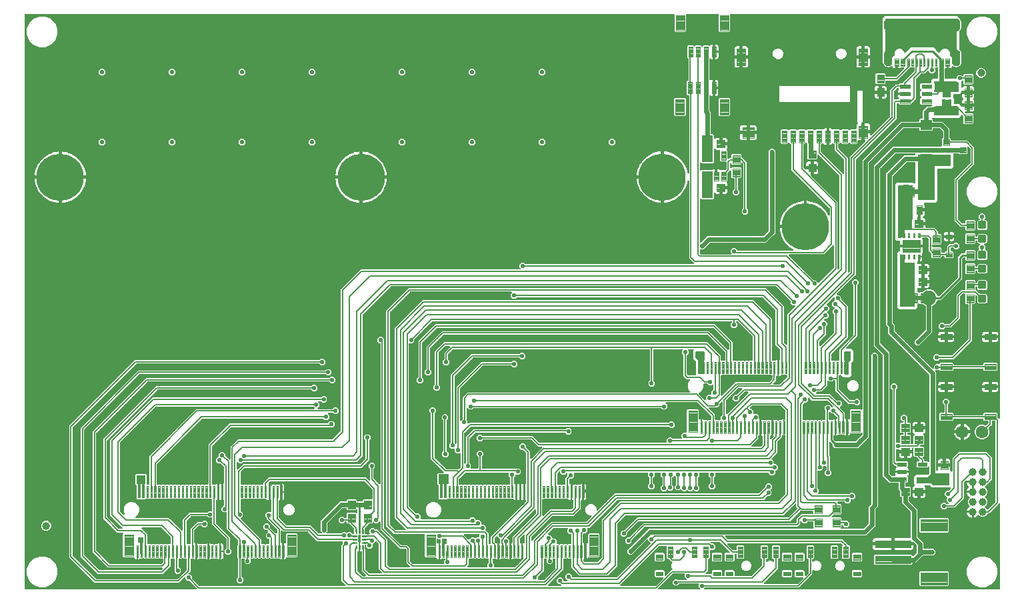
<source format=gtl>
G04 EAGLE Gerber RS-274X export*
G75*
%MOMM*%
%FSLAX34Y34*%
%LPD*%
%INTop Copper*%
%IPPOS*%
%AMOC8*
5,1,8,0,0,1.08239X$1,22.5*%
G01*
%ADD10C,0.102000*%
%ADD11C,0.096000*%
%ADD12C,6.000000*%
%ADD13C,0.100000*%
%ADD14C,0.099000*%
%ADD15C,0.300000*%
%ADD16C,0.654000*%
%ADD17C,1.000000*%
%ADD18C,0.099059*%
%ADD19C,1.600000*%
%ADD20C,0.101600*%
%ADD21C,1.879600*%
%ADD22C,0.100800*%
%ADD23C,0.104000*%
%ADD24C,0.105000*%
%ADD25C,0.098000*%
%ADD26C,0.102500*%
%ADD27C,0.558800*%
%ADD28C,0.254000*%
%ADD29C,0.203200*%
%ADD30C,0.558800*%
%ADD31C,0.604000*%

G36*
X220911Y2799D02*
X220911Y2799D01*
X220941Y2796D01*
X221052Y2819D01*
X221164Y2835D01*
X221191Y2847D01*
X221219Y2852D01*
X221320Y2904D01*
X221423Y2951D01*
X221446Y2970D01*
X221472Y2983D01*
X221554Y3061D01*
X221640Y3134D01*
X221657Y3159D01*
X221678Y3179D01*
X221735Y3277D01*
X221798Y3371D01*
X221807Y3399D01*
X221821Y3424D01*
X221849Y3534D01*
X221884Y3642D01*
X221884Y3672D01*
X221892Y3700D01*
X221888Y3813D01*
X221891Y3926D01*
X221883Y3955D01*
X221883Y3984D01*
X221848Y4092D01*
X221819Y4201D01*
X221804Y4227D01*
X221795Y4255D01*
X221750Y4318D01*
X221674Y4446D01*
X221628Y4489D01*
X221600Y4528D01*
X212456Y13672D01*
X212386Y13724D01*
X212322Y13784D01*
X212273Y13810D01*
X212229Y13843D01*
X212147Y13874D01*
X212069Y13914D01*
X212022Y13922D01*
X211963Y13944D01*
X211816Y13956D01*
X211738Y13969D01*
X209644Y13969D01*
X207263Y16350D01*
X207263Y17428D01*
X207259Y17457D01*
X207262Y17487D01*
X207239Y17598D01*
X207223Y17710D01*
X207211Y17737D01*
X207206Y17765D01*
X207154Y17866D01*
X207107Y17969D01*
X207088Y17992D01*
X207075Y18018D01*
X206997Y18100D01*
X206924Y18186D01*
X206899Y18203D01*
X206879Y18224D01*
X206781Y18281D01*
X206687Y18344D01*
X206659Y18353D01*
X206634Y18367D01*
X206524Y18395D01*
X206416Y18430D01*
X206386Y18430D01*
X206358Y18438D01*
X206245Y18434D01*
X206132Y18437D01*
X206103Y18429D01*
X206074Y18429D01*
X205966Y18394D01*
X205857Y18365D01*
X205831Y18350D01*
X205803Y18341D01*
X205740Y18296D01*
X205612Y18220D01*
X205569Y18174D01*
X205530Y18146D01*
X199067Y11683D01*
X91785Y11683D01*
X59689Y43779D01*
X59689Y210983D01*
X141456Y292750D01*
X143093Y294387D01*
X377118Y294387D01*
X377204Y294399D01*
X377292Y294402D01*
X377344Y294419D01*
X377399Y294427D01*
X377479Y294462D01*
X377562Y294489D01*
X377602Y294517D01*
X377659Y294543D01*
X377772Y294639D01*
X377836Y294684D01*
X379316Y296165D01*
X382684Y296165D01*
X385065Y293784D01*
X385065Y290416D01*
X382684Y288035D01*
X379316Y288035D01*
X377836Y289516D01*
X377766Y289568D01*
X377702Y289628D01*
X377653Y289654D01*
X377608Y289687D01*
X377527Y289718D01*
X377449Y289758D01*
X377401Y289766D01*
X377343Y289788D01*
X377195Y289800D01*
X377118Y289813D01*
X145408Y289813D01*
X145321Y289801D01*
X145234Y289798D01*
X145181Y289781D01*
X145126Y289773D01*
X145047Y289738D01*
X144963Y289711D01*
X144924Y289683D01*
X144867Y289657D01*
X144754Y289561D01*
X144690Y289516D01*
X64560Y209386D01*
X64508Y209316D01*
X64448Y209252D01*
X64422Y209203D01*
X64389Y209159D01*
X64358Y209077D01*
X64318Y208999D01*
X64310Y208952D01*
X64288Y208893D01*
X64276Y208745D01*
X64263Y208668D01*
X64263Y46094D01*
X64275Y46007D01*
X64278Y45920D01*
X64295Y45867D01*
X64303Y45812D01*
X64338Y45733D01*
X64365Y45649D01*
X64393Y45610D01*
X64419Y45553D01*
X64515Y45440D01*
X64560Y45376D01*
X93382Y16554D01*
X93452Y16502D01*
X93516Y16442D01*
X93565Y16416D01*
X93609Y16383D01*
X93691Y16352D01*
X93769Y16312D01*
X93816Y16304D01*
X93875Y16282D01*
X94023Y16270D01*
X94100Y16257D01*
X196752Y16257D01*
X196839Y16269D01*
X196926Y16272D01*
X196979Y16289D01*
X197034Y16297D01*
X197114Y16332D01*
X197197Y16359D01*
X197236Y16387D01*
X197293Y16413D01*
X197406Y16509D01*
X197470Y16554D01*
X208676Y27760D01*
X208728Y27830D01*
X208788Y27894D01*
X208814Y27943D01*
X208847Y27987D01*
X208878Y28069D01*
X208918Y28147D01*
X208926Y28194D01*
X208948Y28253D01*
X208960Y28400D01*
X208973Y28478D01*
X208973Y41354D01*
X208965Y41412D01*
X208967Y41470D01*
X208945Y41552D01*
X208933Y41636D01*
X208910Y41689D01*
X208895Y41745D01*
X208852Y41818D01*
X208817Y41895D01*
X208779Y41940D01*
X208750Y41990D01*
X208688Y42048D01*
X208634Y42112D01*
X208585Y42144D01*
X208542Y42184D01*
X208467Y42223D01*
X208397Y42270D01*
X208341Y42287D01*
X208289Y42314D01*
X208221Y42325D01*
X208126Y42355D01*
X208026Y42358D01*
X207958Y42369D01*
X204532Y42369D01*
X204478Y42424D01*
X204431Y42459D01*
X204391Y42501D01*
X204318Y42544D01*
X204251Y42595D01*
X204196Y42616D01*
X204146Y42645D01*
X204064Y42666D01*
X203985Y42696D01*
X203927Y42701D01*
X203870Y42715D01*
X203786Y42712D01*
X203702Y42719D01*
X203644Y42708D01*
X203586Y42706D01*
X203506Y42680D01*
X203423Y42664D01*
X203371Y42637D01*
X203315Y42619D01*
X203259Y42579D01*
X203171Y42533D01*
X203098Y42464D01*
X203042Y42424D01*
X202988Y42369D01*
X199562Y42369D01*
X199504Y42361D01*
X199446Y42363D01*
X199364Y42341D01*
X199280Y42329D01*
X199227Y42306D01*
X199171Y42291D01*
X199098Y42248D01*
X199021Y42213D01*
X198976Y42175D01*
X198926Y42146D01*
X198868Y42084D01*
X198804Y42030D01*
X198772Y41981D01*
X198732Y41938D01*
X198693Y41863D01*
X198646Y41793D01*
X198629Y41737D01*
X198602Y41685D01*
X198591Y41617D01*
X198561Y41522D01*
X198558Y41422D01*
X198547Y41354D01*
X198547Y31750D01*
X198555Y31692D01*
X198553Y31634D01*
X198575Y31552D01*
X198587Y31468D01*
X198610Y31415D01*
X198625Y31359D01*
X198668Y31286D01*
X198703Y31209D01*
X198741Y31164D01*
X198770Y31114D01*
X198832Y31056D01*
X198886Y30992D01*
X198935Y30960D01*
X198978Y30920D01*
X199053Y30881D01*
X199123Y30834D01*
X199179Y30817D01*
X199231Y30790D01*
X199242Y30788D01*
X201677Y28354D01*
X201677Y24986D01*
X199296Y22605D01*
X195928Y22605D01*
X193547Y24986D01*
X193547Y28354D01*
X193676Y28482D01*
X193691Y28502D01*
X193707Y28516D01*
X193738Y28562D01*
X193788Y28616D01*
X193814Y28665D01*
X193847Y28710D01*
X193861Y28747D01*
X193865Y28752D01*
X193871Y28774D01*
X193878Y28791D01*
X193918Y28869D01*
X193926Y28917D01*
X193948Y28975D01*
X193960Y29123D01*
X193973Y29200D01*
X193973Y41354D01*
X193965Y41412D01*
X193967Y41470D01*
X193945Y41552D01*
X193933Y41636D01*
X193910Y41689D01*
X193895Y41745D01*
X193852Y41818D01*
X193817Y41895D01*
X193779Y41940D01*
X193750Y41990D01*
X193688Y42048D01*
X193634Y42112D01*
X193585Y42144D01*
X193542Y42184D01*
X193467Y42223D01*
X193397Y42270D01*
X193341Y42287D01*
X193289Y42314D01*
X193221Y42325D01*
X193126Y42355D01*
X193026Y42358D01*
X192958Y42369D01*
X189562Y42369D01*
X189504Y42361D01*
X189446Y42363D01*
X189364Y42341D01*
X189280Y42329D01*
X189227Y42306D01*
X189171Y42291D01*
X189098Y42248D01*
X189021Y42213D01*
X188976Y42175D01*
X188926Y42146D01*
X188868Y42084D01*
X188804Y42030D01*
X188772Y41981D01*
X188732Y41938D01*
X188693Y41863D01*
X188646Y41793D01*
X188629Y41737D01*
X188602Y41685D01*
X188591Y41617D01*
X188561Y41522D01*
X188558Y41422D01*
X188547Y41354D01*
X188547Y32913D01*
X178493Y22859D01*
X96219Y22859D01*
X74167Y44911D01*
X74167Y208327D01*
X147019Y281179D01*
X384738Y281179D01*
X384824Y281191D01*
X384912Y281194D01*
X384964Y281211D01*
X385019Y281219D01*
X385099Y281254D01*
X385182Y281281D01*
X385222Y281309D01*
X385279Y281335D01*
X385392Y281431D01*
X385456Y281476D01*
X386936Y282957D01*
X390304Y282957D01*
X392685Y280576D01*
X392685Y277208D01*
X390304Y274827D01*
X386936Y274827D01*
X385456Y276308D01*
X385386Y276360D01*
X385322Y276420D01*
X385273Y276446D01*
X385228Y276479D01*
X385147Y276510D01*
X385069Y276550D01*
X385021Y276558D01*
X384963Y276580D01*
X384815Y276592D01*
X384738Y276605D01*
X149334Y276605D01*
X149247Y276593D01*
X149160Y276590D01*
X149107Y276573D01*
X149052Y276565D01*
X148973Y276530D01*
X148889Y276503D01*
X148850Y276475D01*
X148793Y276449D01*
X148680Y276353D01*
X148616Y276308D01*
X79038Y206730D01*
X78986Y206660D01*
X78926Y206596D01*
X78900Y206547D01*
X78867Y206503D01*
X78836Y206421D01*
X78796Y206343D01*
X78788Y206296D01*
X78766Y206237D01*
X78754Y206089D01*
X78741Y206012D01*
X78741Y47226D01*
X78753Y47139D01*
X78756Y47052D01*
X78773Y46999D01*
X78781Y46944D01*
X78816Y46865D01*
X78843Y46781D01*
X78871Y46742D01*
X78897Y46685D01*
X78993Y46572D01*
X79038Y46508D01*
X97816Y27730D01*
X97886Y27678D01*
X97950Y27618D01*
X97999Y27592D01*
X98043Y27559D01*
X98125Y27528D01*
X98203Y27488D01*
X98250Y27480D01*
X98309Y27458D01*
X98457Y27446D01*
X98534Y27433D01*
X176178Y27433D01*
X176265Y27445D01*
X176352Y27448D01*
X176405Y27465D01*
X176460Y27473D01*
X176540Y27508D01*
X176623Y27535D01*
X176662Y27563D01*
X176719Y27589D01*
X176832Y27685D01*
X176896Y27730D01*
X178166Y29000D01*
X178184Y29024D01*
X178206Y29043D01*
X178269Y29137D01*
X178337Y29227D01*
X178348Y29255D01*
X178364Y29279D01*
X178398Y29387D01*
X178438Y29493D01*
X178441Y29522D01*
X178450Y29550D01*
X178453Y29664D01*
X178462Y29776D01*
X178456Y29805D01*
X178457Y29834D01*
X178428Y29944D01*
X178406Y30055D01*
X178392Y30081D01*
X178385Y30109D01*
X178327Y30206D01*
X178275Y30307D01*
X178255Y30329D01*
X178240Y30354D01*
X178157Y30431D01*
X178079Y30513D01*
X178054Y30528D01*
X178033Y30548D01*
X177932Y30600D01*
X177834Y30657D01*
X177806Y30664D01*
X177779Y30678D01*
X177702Y30691D01*
X177558Y30727D01*
X177496Y30725D01*
X177448Y30733D01*
X109035Y30733D01*
X89407Y50361D01*
X89407Y203639D01*
X90104Y204336D01*
X155658Y269890D01*
X157295Y271527D01*
X389818Y271527D01*
X389904Y271539D01*
X389992Y271542D01*
X390044Y271559D01*
X390099Y271567D01*
X390179Y271602D01*
X390262Y271629D01*
X390302Y271657D01*
X390359Y271683D01*
X390472Y271779D01*
X390536Y271824D01*
X392016Y273305D01*
X395384Y273305D01*
X397765Y270924D01*
X397765Y267556D01*
X395384Y265175D01*
X392016Y265175D01*
X390536Y266656D01*
X390466Y266708D01*
X390402Y266768D01*
X390353Y266794D01*
X390308Y266827D01*
X390227Y266858D01*
X390149Y266898D01*
X390101Y266906D01*
X390043Y266928D01*
X389895Y266940D01*
X389818Y266953D01*
X159610Y266953D01*
X159523Y266941D01*
X159436Y266938D01*
X159383Y266921D01*
X159328Y266913D01*
X159248Y266878D01*
X159165Y266851D01*
X159126Y266823D01*
X159069Y266797D01*
X158956Y266701D01*
X158892Y266656D01*
X94278Y202042D01*
X94226Y201972D01*
X94166Y201908D01*
X94140Y201859D01*
X94107Y201815D01*
X94076Y201733D01*
X94036Y201655D01*
X94028Y201608D01*
X94006Y201549D01*
X93994Y201402D01*
X93981Y201324D01*
X93981Y52676D01*
X93993Y52589D01*
X93996Y52502D01*
X94013Y52449D01*
X94021Y52394D01*
X94056Y52314D01*
X94083Y52231D01*
X94111Y52192D01*
X94137Y52135D01*
X94233Y52022D01*
X94278Y51958D01*
X110632Y35604D01*
X110702Y35552D01*
X110766Y35492D01*
X110815Y35466D01*
X110859Y35433D01*
X110941Y35402D01*
X111019Y35362D01*
X111066Y35354D01*
X111125Y35332D01*
X111272Y35320D01*
X111350Y35307D01*
X176432Y35307D01*
X176519Y35319D01*
X176606Y35322D01*
X176659Y35339D01*
X176714Y35347D01*
X176794Y35382D01*
X176877Y35409D01*
X176916Y35437D01*
X176973Y35463D01*
X177086Y35559D01*
X177150Y35604D01*
X178676Y37130D01*
X178728Y37200D01*
X178788Y37264D01*
X178814Y37313D01*
X178847Y37357D01*
X178878Y37439D01*
X178918Y37517D01*
X178926Y37564D01*
X178948Y37623D01*
X178960Y37770D01*
X178973Y37848D01*
X178973Y41354D01*
X178965Y41412D01*
X178967Y41470D01*
X178945Y41552D01*
X178933Y41636D01*
X178910Y41689D01*
X178895Y41745D01*
X178852Y41818D01*
X178817Y41895D01*
X178779Y41940D01*
X178750Y41990D01*
X178688Y42048D01*
X178634Y42112D01*
X178585Y42144D01*
X178542Y42184D01*
X178467Y42223D01*
X178397Y42270D01*
X178341Y42287D01*
X178289Y42314D01*
X178221Y42325D01*
X178126Y42355D01*
X178026Y42358D01*
X177958Y42369D01*
X174532Y42369D01*
X174478Y42424D01*
X174431Y42459D01*
X174391Y42501D01*
X174318Y42544D01*
X174251Y42595D01*
X174196Y42616D01*
X174146Y42645D01*
X174064Y42666D01*
X173985Y42696D01*
X173927Y42701D01*
X173870Y42715D01*
X173786Y42712D01*
X173702Y42719D01*
X173644Y42708D01*
X173586Y42706D01*
X173506Y42680D01*
X173423Y42664D01*
X173371Y42637D01*
X173315Y42619D01*
X173259Y42579D01*
X173171Y42533D01*
X173098Y42464D01*
X173042Y42424D01*
X172988Y42369D01*
X169532Y42369D01*
X169478Y42424D01*
X169431Y42459D01*
X169391Y42501D01*
X169318Y42544D01*
X169251Y42595D01*
X169196Y42616D01*
X169146Y42645D01*
X169064Y42666D01*
X168985Y42696D01*
X168927Y42701D01*
X168870Y42715D01*
X168786Y42712D01*
X168702Y42719D01*
X168644Y42708D01*
X168586Y42706D01*
X168506Y42680D01*
X168423Y42664D01*
X168371Y42637D01*
X168315Y42619D01*
X168259Y42579D01*
X168171Y42533D01*
X168098Y42464D01*
X168042Y42424D01*
X167988Y42369D01*
X164532Y42369D01*
X164478Y42424D01*
X164431Y42459D01*
X164391Y42501D01*
X164318Y42544D01*
X164251Y42595D01*
X164196Y42616D01*
X164146Y42645D01*
X164064Y42666D01*
X163985Y42696D01*
X163927Y42701D01*
X163870Y42715D01*
X163786Y42712D01*
X163702Y42719D01*
X163644Y42708D01*
X163586Y42706D01*
X163506Y42680D01*
X163423Y42664D01*
X163371Y42637D01*
X163315Y42619D01*
X163259Y42579D01*
X163171Y42533D01*
X163098Y42464D01*
X163042Y42424D01*
X162988Y42369D01*
X159532Y42369D01*
X159478Y42424D01*
X159431Y42459D01*
X159391Y42501D01*
X159318Y42544D01*
X159251Y42595D01*
X159196Y42615D01*
X159146Y42645D01*
X159064Y42666D01*
X158985Y42696D01*
X158927Y42701D01*
X158870Y42715D01*
X158786Y42712D01*
X158702Y42719D01*
X158644Y42708D01*
X158586Y42706D01*
X158506Y42680D01*
X158423Y42664D01*
X158371Y42637D01*
X158315Y42619D01*
X158259Y42579D01*
X158171Y42533D01*
X158098Y42464D01*
X158042Y42424D01*
X157988Y42369D01*
X154532Y42369D01*
X154478Y42424D01*
X154431Y42459D01*
X154391Y42501D01*
X154318Y42544D01*
X154251Y42595D01*
X154196Y42616D01*
X154146Y42645D01*
X154064Y42666D01*
X153985Y42696D01*
X153927Y42701D01*
X153870Y42715D01*
X153786Y42712D01*
X153702Y42719D01*
X153644Y42708D01*
X153586Y42706D01*
X153506Y42680D01*
X153423Y42664D01*
X153371Y42637D01*
X153315Y42619D01*
X153259Y42579D01*
X153171Y42533D01*
X153098Y42464D01*
X153042Y42424D01*
X152988Y42369D01*
X150204Y42369D01*
X150118Y42357D01*
X150030Y42354D01*
X149978Y42337D01*
X149923Y42329D01*
X149843Y42294D01*
X149760Y42267D01*
X149720Y42239D01*
X149663Y42213D01*
X149550Y42117D01*
X149486Y42072D01*
X149123Y41709D01*
X148428Y41307D01*
X147652Y41099D01*
X147275Y41099D01*
X147275Y51390D01*
X147267Y51448D01*
X147269Y51506D01*
X147247Y51588D01*
X147236Y51671D01*
X147212Y51725D01*
X147197Y51781D01*
X147154Y51854D01*
X147119Y51931D01*
X147082Y51975D01*
X147052Y52025D01*
X146990Y52083D01*
X146936Y52148D01*
X146887Y52180D01*
X146844Y52220D01*
X146769Y52258D01*
X146699Y52305D01*
X146643Y52323D01*
X146591Y52349D01*
X146523Y52361D01*
X146428Y52391D01*
X146328Y52394D01*
X146260Y52405D01*
X146202Y52397D01*
X146144Y52398D01*
X146143Y52398D01*
X146062Y52377D01*
X145978Y52365D01*
X145925Y52341D01*
X145868Y52326D01*
X145796Y52283D01*
X145719Y52249D01*
X145674Y52211D01*
X145624Y52181D01*
X145566Y52120D01*
X145502Y52065D01*
X145470Y52017D01*
X145429Y51974D01*
X145391Y51899D01*
X145344Y51829D01*
X145327Y51773D01*
X145300Y51721D01*
X145289Y51653D01*
X145259Y51558D01*
X145256Y51458D01*
X145245Y51390D01*
X145245Y41099D01*
X144868Y41099D01*
X144092Y41307D01*
X143397Y41709D01*
X142829Y42277D01*
X142427Y42973D01*
X142322Y43367D01*
X142295Y43430D01*
X142278Y43495D01*
X142239Y43560D01*
X142210Y43628D01*
X142167Y43681D01*
X142132Y43740D01*
X142078Y43791D01*
X142031Y43849D01*
X141975Y43888D01*
X141925Y43934D01*
X141859Y43968D01*
X141797Y44011D01*
X141733Y44033D01*
X141672Y44064D01*
X141610Y44074D01*
X141528Y44102D01*
X141414Y44107D01*
X141341Y44119D01*
X129015Y44119D01*
X127989Y45145D01*
X127989Y73135D01*
X128558Y73704D01*
X128576Y73728D01*
X128598Y73747D01*
X128661Y73841D01*
X128729Y73931D01*
X128740Y73959D01*
X128756Y73983D01*
X128790Y74091D01*
X128830Y74197D01*
X128833Y74226D01*
X128842Y74254D01*
X128845Y74368D01*
X128854Y74480D01*
X128848Y74509D01*
X128849Y74538D01*
X128820Y74648D01*
X128798Y74759D01*
X128784Y74785D01*
X128777Y74813D01*
X128719Y74911D01*
X128667Y75011D01*
X128647Y75033D01*
X128632Y75058D01*
X128549Y75135D01*
X128471Y75217D01*
X128446Y75232D01*
X128425Y75252D01*
X128324Y75304D01*
X128226Y75361D01*
X128198Y75368D01*
X128171Y75382D01*
X128094Y75395D01*
X127950Y75431D01*
X127888Y75429D01*
X127840Y75437D01*
X120973Y75437D01*
X103123Y93287D01*
X103123Y194495D01*
X104760Y196132D01*
X168358Y259730D01*
X169995Y261367D01*
X366958Y261367D01*
X367044Y261379D01*
X367132Y261382D01*
X367184Y261399D01*
X367239Y261407D01*
X367319Y261442D01*
X367402Y261469D01*
X367442Y261497D01*
X367499Y261523D01*
X367612Y261619D01*
X367676Y261664D01*
X369156Y263145D01*
X372524Y263145D01*
X374905Y260764D01*
X374905Y257396D01*
X372524Y255015D01*
X369156Y255015D01*
X367676Y256496D01*
X367606Y256548D01*
X367542Y256608D01*
X367493Y256634D01*
X367448Y256667D01*
X367367Y256698D01*
X367289Y256738D01*
X367241Y256746D01*
X367183Y256768D01*
X367035Y256780D01*
X366958Y256793D01*
X172310Y256793D01*
X172223Y256781D01*
X172136Y256778D01*
X172083Y256761D01*
X172028Y256753D01*
X171948Y256718D01*
X171865Y256691D01*
X171826Y256663D01*
X171769Y256637D01*
X171656Y256541D01*
X171592Y256496D01*
X107994Y192898D01*
X107942Y192828D01*
X107882Y192764D01*
X107856Y192715D01*
X107823Y192671D01*
X107792Y192589D01*
X107752Y192511D01*
X107744Y192464D01*
X107722Y192405D01*
X107710Y192258D01*
X107697Y192180D01*
X107697Y95602D01*
X107709Y95515D01*
X107712Y95428D01*
X107729Y95375D01*
X107737Y95320D01*
X107772Y95240D01*
X107799Y95157D01*
X107827Y95118D01*
X107853Y95061D01*
X107949Y94948D01*
X107994Y94884D01*
X122570Y80308D01*
X122640Y80256D01*
X122704Y80196D01*
X122753Y80170D01*
X122797Y80137D01*
X122879Y80106D01*
X122957Y80066D01*
X123004Y80058D01*
X123063Y80036D01*
X123210Y80024D01*
X123288Y80011D01*
X126394Y80011D01*
X126423Y80015D01*
X126453Y80012D01*
X126564Y80035D01*
X126676Y80051D01*
X126703Y80063D01*
X126731Y80068D01*
X126832Y80121D01*
X126935Y80167D01*
X126958Y80186D01*
X126984Y80199D01*
X127066Y80277D01*
X127152Y80350D01*
X127168Y80375D01*
X127190Y80395D01*
X127247Y80493D01*
X127310Y80587D01*
X127319Y80615D01*
X127333Y80640D01*
X127361Y80750D01*
X127396Y80858D01*
X127396Y80888D01*
X127404Y80916D01*
X127400Y81029D01*
X127403Y81142D01*
X127395Y81171D01*
X127395Y81200D01*
X127360Y81308D01*
X127331Y81417D01*
X127316Y81443D01*
X127307Y81471D01*
X127261Y81535D01*
X127186Y81662D01*
X127140Y81705D01*
X127112Y81744D01*
X125432Y83424D01*
X113142Y95714D01*
X111505Y97351D01*
X111505Y192717D01*
X165677Y246889D01*
X379150Y246889D01*
X379236Y246901D01*
X379324Y246904D01*
X379376Y246921D01*
X379431Y246929D01*
X379511Y246964D01*
X379594Y246991D01*
X379634Y247019D01*
X379691Y247045D01*
X379804Y247141D01*
X379868Y247186D01*
X381348Y248667D01*
X384716Y248667D01*
X387097Y246286D01*
X387097Y242918D01*
X384716Y240537D01*
X381348Y240537D01*
X379868Y242018D01*
X379798Y242070D01*
X379734Y242130D01*
X379685Y242156D01*
X379640Y242189D01*
X379559Y242220D01*
X379481Y242260D01*
X379433Y242268D01*
X379375Y242290D01*
X379227Y242302D01*
X379150Y242315D01*
X376754Y242315D01*
X376725Y242311D01*
X376696Y242314D01*
X376585Y242291D01*
X376473Y242275D01*
X376446Y242263D01*
X376417Y242258D01*
X376316Y242205D01*
X376213Y242159D01*
X376191Y242140D01*
X376165Y242127D01*
X376083Y242049D01*
X375996Y241976D01*
X375980Y241951D01*
X375959Y241931D01*
X375902Y241833D01*
X375839Y241739D01*
X375830Y241711D01*
X375815Y241686D01*
X375787Y241576D01*
X375753Y241468D01*
X375752Y241438D01*
X375745Y241410D01*
X375748Y241297D01*
X375746Y241184D01*
X375753Y241155D01*
X375754Y241126D01*
X375789Y241018D01*
X375817Y240909D01*
X375832Y240883D01*
X375841Y240855D01*
X375887Y240791D01*
X375963Y240664D01*
X376008Y240621D01*
X376036Y240582D01*
X377445Y239174D01*
X377445Y235806D01*
X375528Y233890D01*
X375511Y233866D01*
X375488Y233847D01*
X375425Y233753D01*
X375357Y233663D01*
X375347Y233635D01*
X375331Y233611D01*
X375296Y233503D01*
X375256Y233397D01*
X375254Y233368D01*
X375245Y233340D01*
X375242Y233226D01*
X375233Y233114D01*
X375238Y233085D01*
X375238Y233056D01*
X375266Y232946D01*
X375288Y232835D01*
X375302Y232809D01*
X375309Y232781D01*
X375367Y232683D01*
X375419Y232583D01*
X375440Y232561D01*
X375455Y232536D01*
X375537Y232459D01*
X375615Y232377D01*
X375641Y232362D01*
X375662Y232342D01*
X375763Y232290D01*
X375861Y232233D01*
X375889Y232226D01*
X375915Y232212D01*
X375992Y232199D01*
X376136Y232163D01*
X376199Y232165D01*
X376246Y232157D01*
X394136Y232157D01*
X394222Y232169D01*
X394310Y232172D01*
X394362Y232189D01*
X394417Y232197D01*
X394497Y232232D01*
X394580Y232259D01*
X394620Y232287D01*
X394677Y232313D01*
X394790Y232409D01*
X394854Y232454D01*
X396334Y233935D01*
X399702Y233935D01*
X402083Y231554D01*
X402083Y228186D01*
X399702Y225805D01*
X396334Y225805D01*
X394854Y227286D01*
X394784Y227338D01*
X394720Y227398D01*
X394671Y227424D01*
X394626Y227457D01*
X394545Y227488D01*
X394467Y227528D01*
X394419Y227536D01*
X394361Y227558D01*
X394213Y227570D01*
X394136Y227583D01*
X388946Y227583D01*
X388917Y227579D01*
X388888Y227582D01*
X388777Y227559D01*
X388665Y227543D01*
X388638Y227531D01*
X388609Y227526D01*
X388508Y227473D01*
X388405Y227427D01*
X388383Y227408D01*
X388357Y227395D01*
X388275Y227317D01*
X388188Y227244D01*
X388172Y227219D01*
X388151Y227199D01*
X388094Y227101D01*
X388031Y227007D01*
X388022Y226979D01*
X388007Y226954D01*
X387979Y226844D01*
X387945Y226736D01*
X387944Y226706D01*
X387937Y226678D01*
X387940Y226565D01*
X387938Y226452D01*
X387945Y226423D01*
X387946Y226394D01*
X387981Y226286D01*
X388009Y226177D01*
X388024Y226151D01*
X388033Y226123D01*
X388079Y226060D01*
X388155Y225932D01*
X388200Y225889D01*
X388228Y225850D01*
X389891Y224188D01*
X389891Y220820D01*
X387510Y218439D01*
X384142Y218439D01*
X382662Y219920D01*
X382592Y219972D01*
X382528Y220032D01*
X382479Y220058D01*
X382434Y220091D01*
X382353Y220122D01*
X382275Y220162D01*
X382227Y220170D01*
X382169Y220192D01*
X382021Y220204D01*
X381944Y220217D01*
X229206Y220217D01*
X229119Y220205D01*
X229032Y220202D01*
X228979Y220185D01*
X228924Y220177D01*
X228844Y220142D01*
X228761Y220115D01*
X228722Y220087D01*
X228665Y220061D01*
X228552Y219965D01*
X228488Y219920D01*
X171344Y162776D01*
X171292Y162706D01*
X171232Y162642D01*
X171206Y162593D01*
X171173Y162549D01*
X171142Y162467D01*
X171102Y162389D01*
X171094Y162342D01*
X171072Y162283D01*
X171060Y162136D01*
X171047Y162058D01*
X171047Y136926D01*
X171055Y136868D01*
X171053Y136810D01*
X171075Y136728D01*
X171087Y136644D01*
X171110Y136591D01*
X171125Y136535D01*
X171168Y136462D01*
X171203Y136385D01*
X171241Y136340D01*
X171270Y136290D01*
X171332Y136232D01*
X171386Y136168D01*
X171435Y136136D01*
X171478Y136096D01*
X171553Y136057D01*
X171623Y136010D01*
X171679Y135993D01*
X171731Y135966D01*
X171799Y135955D01*
X171894Y135925D01*
X171994Y135922D01*
X172062Y135911D01*
X175488Y135911D01*
X175542Y135856D01*
X175589Y135821D01*
X175629Y135779D01*
X175702Y135736D01*
X175769Y135685D01*
X175824Y135665D01*
X175874Y135635D01*
X175956Y135614D01*
X176035Y135584D01*
X176093Y135579D01*
X176150Y135565D01*
X176234Y135568D01*
X176318Y135561D01*
X176376Y135572D01*
X176434Y135574D01*
X176514Y135600D01*
X176597Y135616D01*
X176649Y135643D01*
X176705Y135661D01*
X176761Y135701D01*
X176849Y135747D01*
X176922Y135816D01*
X176978Y135856D01*
X177032Y135911D01*
X180488Y135911D01*
X180542Y135856D01*
X180589Y135821D01*
X180629Y135779D01*
X180702Y135736D01*
X180769Y135685D01*
X180824Y135665D01*
X180874Y135635D01*
X180956Y135614D01*
X181035Y135584D01*
X181093Y135579D01*
X181150Y135565D01*
X181234Y135568D01*
X181318Y135561D01*
X181376Y135572D01*
X181434Y135574D01*
X181514Y135600D01*
X181597Y135616D01*
X181649Y135643D01*
X181705Y135661D01*
X181761Y135701D01*
X181849Y135747D01*
X181922Y135816D01*
X181978Y135856D01*
X182032Y135911D01*
X185488Y135911D01*
X185542Y135856D01*
X185589Y135821D01*
X185629Y135779D01*
X185702Y135736D01*
X185769Y135685D01*
X185824Y135665D01*
X185874Y135635D01*
X185956Y135614D01*
X186035Y135584D01*
X186093Y135579D01*
X186150Y135565D01*
X186234Y135568D01*
X186318Y135561D01*
X186376Y135572D01*
X186434Y135574D01*
X186514Y135600D01*
X186597Y135616D01*
X186649Y135643D01*
X186705Y135661D01*
X186761Y135701D01*
X186849Y135747D01*
X186922Y135816D01*
X186978Y135856D01*
X187032Y135911D01*
X190488Y135911D01*
X190542Y135856D01*
X190589Y135821D01*
X190629Y135779D01*
X190702Y135736D01*
X190769Y135685D01*
X190824Y135665D01*
X190874Y135635D01*
X190956Y135614D01*
X191035Y135584D01*
X191093Y135579D01*
X191150Y135565D01*
X191234Y135568D01*
X191318Y135561D01*
X191376Y135572D01*
X191434Y135574D01*
X191514Y135600D01*
X191597Y135616D01*
X191649Y135643D01*
X191705Y135661D01*
X191761Y135701D01*
X191849Y135747D01*
X191922Y135816D01*
X191978Y135856D01*
X192032Y135911D01*
X195488Y135911D01*
X195542Y135856D01*
X195589Y135821D01*
X195629Y135779D01*
X195702Y135736D01*
X195769Y135685D01*
X195824Y135665D01*
X195874Y135635D01*
X195956Y135614D01*
X196035Y135584D01*
X196093Y135579D01*
X196150Y135565D01*
X196234Y135568D01*
X196318Y135561D01*
X196376Y135572D01*
X196434Y135574D01*
X196514Y135600D01*
X196597Y135616D01*
X196649Y135643D01*
X196705Y135661D01*
X196761Y135701D01*
X196849Y135747D01*
X196922Y135816D01*
X196978Y135856D01*
X197032Y135911D01*
X200488Y135911D01*
X200542Y135856D01*
X200589Y135821D01*
X200629Y135779D01*
X200702Y135736D01*
X200769Y135685D01*
X200824Y135665D01*
X200874Y135635D01*
X200956Y135614D01*
X201035Y135584D01*
X201093Y135579D01*
X201150Y135565D01*
X201234Y135568D01*
X201318Y135561D01*
X201376Y135572D01*
X201434Y135574D01*
X201514Y135600D01*
X201597Y135616D01*
X201649Y135643D01*
X201705Y135661D01*
X201761Y135701D01*
X201849Y135747D01*
X201922Y135816D01*
X201978Y135856D01*
X202032Y135911D01*
X205488Y135911D01*
X205542Y135856D01*
X205589Y135821D01*
X205629Y135779D01*
X205702Y135736D01*
X205769Y135685D01*
X205824Y135665D01*
X205874Y135635D01*
X205956Y135614D01*
X206035Y135584D01*
X206093Y135579D01*
X206150Y135565D01*
X206234Y135568D01*
X206318Y135561D01*
X206376Y135572D01*
X206434Y135574D01*
X206514Y135600D01*
X206597Y135616D01*
X206649Y135643D01*
X206705Y135661D01*
X206761Y135701D01*
X206849Y135747D01*
X206922Y135816D01*
X206978Y135856D01*
X207032Y135911D01*
X210488Y135911D01*
X210542Y135856D01*
X210589Y135821D01*
X210629Y135779D01*
X210702Y135736D01*
X210769Y135685D01*
X210824Y135665D01*
X210874Y135635D01*
X210956Y135614D01*
X211035Y135584D01*
X211093Y135579D01*
X211150Y135565D01*
X211234Y135568D01*
X211318Y135561D01*
X211376Y135572D01*
X211434Y135574D01*
X211514Y135600D01*
X211597Y135616D01*
X211649Y135643D01*
X211705Y135661D01*
X211761Y135701D01*
X211849Y135747D01*
X211922Y135816D01*
X211978Y135856D01*
X212032Y135911D01*
X215488Y135911D01*
X215542Y135856D01*
X215589Y135821D01*
X215629Y135779D01*
X215702Y135736D01*
X215769Y135685D01*
X215824Y135665D01*
X215874Y135635D01*
X215956Y135614D01*
X216035Y135584D01*
X216093Y135579D01*
X216150Y135565D01*
X216234Y135568D01*
X216318Y135561D01*
X216376Y135572D01*
X216434Y135574D01*
X216514Y135600D01*
X216597Y135616D01*
X216649Y135643D01*
X216705Y135661D01*
X216761Y135701D01*
X216849Y135747D01*
X216922Y135816D01*
X216978Y135856D01*
X217032Y135911D01*
X220488Y135911D01*
X220542Y135856D01*
X220589Y135821D01*
X220629Y135779D01*
X220702Y135736D01*
X220769Y135685D01*
X220824Y135665D01*
X220874Y135635D01*
X220956Y135614D01*
X221035Y135584D01*
X221093Y135579D01*
X221150Y135565D01*
X221234Y135568D01*
X221318Y135561D01*
X221376Y135572D01*
X221434Y135574D01*
X221514Y135600D01*
X221597Y135616D01*
X221649Y135643D01*
X221705Y135661D01*
X221761Y135701D01*
X221849Y135747D01*
X221922Y135816D01*
X221978Y135856D01*
X222032Y135911D01*
X225488Y135911D01*
X225542Y135856D01*
X225589Y135821D01*
X225629Y135779D01*
X225702Y135736D01*
X225769Y135685D01*
X225824Y135665D01*
X225874Y135635D01*
X225956Y135614D01*
X226035Y135584D01*
X226093Y135579D01*
X226150Y135565D01*
X226234Y135568D01*
X226318Y135561D01*
X226376Y135572D01*
X226434Y135574D01*
X226514Y135600D01*
X226597Y135616D01*
X226649Y135643D01*
X226705Y135661D01*
X226761Y135701D01*
X226849Y135747D01*
X226922Y135816D01*
X226978Y135856D01*
X227032Y135911D01*
X230488Y135911D01*
X230542Y135856D01*
X230589Y135821D01*
X230629Y135779D01*
X230702Y135736D01*
X230769Y135685D01*
X230824Y135665D01*
X230874Y135635D01*
X230956Y135614D01*
X231035Y135584D01*
X231093Y135579D01*
X231150Y135565D01*
X231234Y135568D01*
X231318Y135561D01*
X231376Y135572D01*
X231434Y135574D01*
X231514Y135600D01*
X231597Y135616D01*
X231649Y135643D01*
X231705Y135661D01*
X231761Y135701D01*
X231849Y135747D01*
X231922Y135816D01*
X231978Y135856D01*
X232032Y135911D01*
X235458Y135911D01*
X235516Y135919D01*
X235574Y135917D01*
X235656Y135939D01*
X235740Y135951D01*
X235793Y135974D01*
X235849Y135989D01*
X235922Y136032D01*
X235999Y136067D01*
X236044Y136105D01*
X236094Y136134D01*
X236152Y136196D01*
X236216Y136250D01*
X236248Y136299D01*
X236288Y136342D01*
X236327Y136417D01*
X236374Y136487D01*
X236391Y136543D01*
X236418Y136595D01*
X236429Y136663D01*
X236459Y136758D01*
X236462Y136858D01*
X236473Y136926D01*
X236473Y186875D01*
X263467Y213869D01*
X387604Y213869D01*
X387662Y213877D01*
X387720Y213875D01*
X387802Y213897D01*
X387886Y213909D01*
X387939Y213932D01*
X387995Y213947D01*
X388068Y213990D01*
X388145Y214025D01*
X388190Y214063D01*
X388240Y214092D01*
X388298Y214154D01*
X388362Y214208D01*
X388394Y214257D01*
X388434Y214300D01*
X388473Y214375D01*
X388501Y214418D01*
X391000Y216917D01*
X394368Y216917D01*
X396749Y214536D01*
X396749Y211168D01*
X394368Y208787D01*
X391000Y208787D01*
X390790Y208998D01*
X390720Y209050D01*
X390656Y209110D01*
X390607Y209136D01*
X390562Y209169D01*
X390481Y209200D01*
X390403Y209240D01*
X390355Y209248D01*
X390297Y209270D01*
X390149Y209282D01*
X390072Y209295D01*
X265782Y209295D01*
X265695Y209283D01*
X265608Y209280D01*
X265555Y209263D01*
X265500Y209255D01*
X265420Y209220D01*
X265337Y209193D01*
X265298Y209165D01*
X265241Y209139D01*
X265128Y209043D01*
X265064Y208998D01*
X241344Y185278D01*
X241292Y185208D01*
X241232Y185144D01*
X241206Y185095D01*
X241173Y185051D01*
X241142Y184969D01*
X241102Y184891D01*
X241094Y184844D01*
X241072Y184785D01*
X241066Y184708D01*
X241061Y184692D01*
X241059Y184635D01*
X241047Y184560D01*
X241047Y136926D01*
X241055Y136868D01*
X241053Y136810D01*
X241075Y136728D01*
X241087Y136644D01*
X241110Y136591D01*
X241125Y136535D01*
X241168Y136462D01*
X241203Y136385D01*
X241241Y136340D01*
X241270Y136290D01*
X241332Y136232D01*
X241386Y136168D01*
X241435Y136136D01*
X241478Y136096D01*
X241553Y136057D01*
X241623Y136010D01*
X241679Y135993D01*
X241731Y135966D01*
X241799Y135955D01*
X241894Y135925D01*
X241994Y135922D01*
X242062Y135911D01*
X244816Y135911D01*
X244902Y135923D01*
X244990Y135926D01*
X245042Y135943D01*
X245097Y135951D01*
X245177Y135986D01*
X245260Y136013D01*
X245300Y136041D01*
X245357Y136067D01*
X245470Y136163D01*
X245534Y136208D01*
X245897Y136571D01*
X246592Y136973D01*
X247368Y137181D01*
X247745Y137181D01*
X247745Y134874D01*
X247747Y134858D01*
X247745Y134843D01*
X247767Y134718D01*
X247784Y134592D01*
X247791Y134578D01*
X247793Y134563D01*
X247849Y134448D01*
X247901Y134333D01*
X247911Y134321D01*
X247917Y134307D01*
X248002Y134213D01*
X248084Y134116D01*
X248097Y134107D01*
X248107Y134096D01*
X248215Y134029D01*
X248321Y133958D01*
X248336Y133953D01*
X248349Y133945D01*
X248471Y133911D01*
X248592Y133872D01*
X248607Y133872D01*
X248622Y133868D01*
X248749Y133868D01*
X248876Y133865D01*
X248891Y133869D01*
X248906Y133869D01*
X249029Y133905D01*
X249151Y133937D01*
X249164Y133945D01*
X249179Y133949D01*
X249287Y134017D01*
X249396Y134082D01*
X249406Y134093D01*
X249419Y134101D01*
X249503Y134197D01*
X249590Y134289D01*
X249597Y134303D01*
X249607Y134314D01*
X249635Y134377D01*
X249720Y134542D01*
X249720Y134543D01*
X249720Y134544D01*
X249727Y134584D01*
X249743Y134621D01*
X249744Y134623D01*
X249764Y134807D01*
X249775Y134875D01*
X249775Y137181D01*
X250152Y137181D01*
X250997Y136954D01*
X251094Y136942D01*
X251189Y136922D01*
X251229Y136926D01*
X251279Y136920D01*
X251449Y136947D01*
X251523Y136954D01*
X252368Y137181D01*
X252745Y137181D01*
X252745Y134875D01*
X252768Y134709D01*
X252773Y134634D01*
X252774Y134633D01*
X252782Y134614D01*
X252784Y134593D01*
X252785Y134593D01*
X252785Y134592D01*
X252834Y134482D01*
X252879Y134369D01*
X252892Y134352D01*
X252901Y134333D01*
X252979Y134241D01*
X253054Y134145D01*
X253071Y134132D01*
X253085Y134116D01*
X253185Y134049D01*
X253283Y133977D01*
X253303Y133970D01*
X253321Y133958D01*
X253437Y133921D01*
X253551Y133880D01*
X253572Y133879D01*
X253592Y133872D01*
X253714Y133869D01*
X253834Y133861D01*
X253855Y133866D01*
X253876Y133865D01*
X253993Y133896D01*
X254112Y133921D01*
X254131Y133932D01*
X254152Y133937D01*
X254255Y133998D01*
X254362Y134056D01*
X254378Y134071D01*
X254396Y134082D01*
X254479Y134170D01*
X254565Y134255D01*
X254576Y134274D01*
X254590Y134289D01*
X254646Y134397D01*
X254705Y134503D01*
X254710Y134524D01*
X254720Y134543D01*
X254732Y134616D01*
X254771Y134779D01*
X254768Y134827D01*
X254775Y134874D01*
X254775Y137181D01*
X255270Y137181D01*
X255328Y137189D01*
X255386Y137187D01*
X255468Y137209D01*
X255552Y137221D01*
X255605Y137244D01*
X255661Y137259D01*
X255734Y137302D01*
X255811Y137337D01*
X255856Y137375D01*
X255906Y137404D01*
X255964Y137466D01*
X256028Y137520D01*
X256060Y137569D01*
X256100Y137612D01*
X256139Y137687D01*
X256186Y137757D01*
X256203Y137813D01*
X256230Y137865D01*
X256241Y137933D01*
X256271Y138028D01*
X256274Y138128D01*
X256285Y138196D01*
X256285Y158144D01*
X256277Y158200D01*
X256279Y158244D01*
X256272Y158270D01*
X256270Y158318D01*
X256253Y158371D01*
X256245Y158426D01*
X256211Y158502D01*
X256207Y158519D01*
X256203Y158525D01*
X256183Y158589D01*
X256155Y158628D01*
X256129Y158685D01*
X256033Y158798D01*
X255988Y158862D01*
X251572Y163278D01*
X251502Y163330D01*
X251438Y163390D01*
X251389Y163416D01*
X251345Y163449D01*
X251263Y163480D01*
X251185Y163520D01*
X251138Y163528D01*
X251079Y163550D01*
X250932Y163562D01*
X250854Y163575D01*
X248760Y163575D01*
X246379Y165956D01*
X246379Y169324D01*
X248760Y171705D01*
X248920Y171705D01*
X248978Y171713D01*
X249036Y171711D01*
X249118Y171733D01*
X249202Y171745D01*
X249255Y171768D01*
X249311Y171783D01*
X249384Y171826D01*
X249461Y171861D01*
X249506Y171899D01*
X249556Y171928D01*
X249614Y171990D01*
X249678Y172044D01*
X249710Y172093D01*
X249750Y172136D01*
X249789Y172211D01*
X249836Y172281D01*
X249853Y172337D01*
X249880Y172389D01*
X249891Y172457D01*
X249921Y172552D01*
X249924Y172652D01*
X249935Y172720D01*
X249935Y175420D01*
X252316Y177801D01*
X255684Y177801D01*
X258065Y175420D01*
X258065Y173326D01*
X258072Y173273D01*
X258071Y173240D01*
X258078Y173216D01*
X258080Y173152D01*
X258097Y173099D01*
X258105Y173044D01*
X258140Y172964D01*
X258167Y172881D01*
X258195Y172842D01*
X258221Y172785D01*
X258317Y172672D01*
X258362Y172608D01*
X262680Y168290D01*
X262704Y168272D01*
X262723Y168250D01*
X262817Y168187D01*
X262907Y168119D01*
X262935Y168108D01*
X262959Y168092D01*
X263067Y168058D01*
X263173Y168018D01*
X263202Y168015D01*
X263230Y168006D01*
X263344Y168003D01*
X263456Y167994D01*
X263485Y168000D01*
X263514Y167999D01*
X263624Y168028D01*
X263735Y168050D01*
X263761Y168064D01*
X263789Y168071D01*
X263887Y168129D01*
X263987Y168181D01*
X264009Y168201D01*
X264034Y168216D01*
X264111Y168299D01*
X264193Y168377D01*
X264208Y168402D01*
X264228Y168423D01*
X264280Y168524D01*
X264337Y168622D01*
X264344Y168650D01*
X264358Y168677D01*
X264371Y168754D01*
X264407Y168898D01*
X264405Y168960D01*
X264413Y169008D01*
X264413Y184335D01*
X273881Y193803D01*
X393856Y193803D01*
X393943Y193815D01*
X394030Y193818D01*
X394083Y193835D01*
X394138Y193843D01*
X394218Y193878D01*
X394301Y193905D01*
X394340Y193933D01*
X394397Y193959D01*
X394510Y194055D01*
X394574Y194100D01*
X404324Y203850D01*
X404376Y203920D01*
X404436Y203984D01*
X404462Y204033D01*
X404495Y204077D01*
X404526Y204159D01*
X404566Y204237D01*
X404574Y204284D01*
X404596Y204343D01*
X404608Y204490D01*
X404621Y204568D01*
X404621Y383979D01*
X429837Y409195D01*
X631880Y409195D01*
X631909Y409199D01*
X631938Y409196D01*
X632049Y409219D01*
X632161Y409235D01*
X632188Y409247D01*
X632217Y409252D01*
X632318Y409305D01*
X632421Y409351D01*
X632443Y409370D01*
X632469Y409383D01*
X632551Y409461D01*
X632638Y409534D01*
X632654Y409559D01*
X632675Y409579D01*
X632732Y409677D01*
X632795Y409771D01*
X632804Y409799D01*
X632819Y409824D01*
X632847Y409934D01*
X632881Y410042D01*
X632882Y410072D01*
X632889Y410100D01*
X632886Y410213D01*
X632888Y410326D01*
X632881Y410355D01*
X632880Y410384D01*
X632845Y410492D01*
X632817Y410601D01*
X632802Y410627D01*
X632793Y410655D01*
X632747Y410719D01*
X632671Y410846D01*
X632626Y410889D01*
X632598Y410928D01*
X631189Y412336D01*
X631189Y415704D01*
X633570Y418085D01*
X636938Y418085D01*
X638418Y416604D01*
X638488Y416552D01*
X638552Y416492D01*
X638601Y416466D01*
X638646Y416433D01*
X638727Y416402D01*
X638805Y416362D01*
X638853Y416354D01*
X638911Y416332D01*
X639059Y416320D01*
X639136Y416307D01*
X852580Y416307D01*
X852609Y416311D01*
X852639Y416308D01*
X852750Y416331D01*
X852862Y416347D01*
X852889Y416359D01*
X852917Y416364D01*
X853018Y416417D01*
X853121Y416463D01*
X853144Y416482D01*
X853170Y416495D01*
X853252Y416573D01*
X853338Y416646D01*
X853354Y416671D01*
X853376Y416691D01*
X853433Y416789D01*
X853496Y416883D01*
X853505Y416911D01*
X853519Y416936D01*
X853547Y417046D01*
X853582Y417154D01*
X853582Y417184D01*
X853590Y417212D01*
X853586Y417325D01*
X853589Y417438D01*
X853581Y417467D01*
X853581Y417496D01*
X853546Y417604D01*
X853517Y417713D01*
X853502Y417739D01*
X853493Y417767D01*
X853447Y417831D01*
X853372Y417958D01*
X853326Y418001D01*
X853298Y418040D01*
X851872Y419466D01*
X848726Y422612D01*
X847089Y424249D01*
X847089Y521450D01*
X847083Y521493D01*
X847086Y521536D01*
X847063Y521633D01*
X847049Y521732D01*
X847032Y521771D01*
X847022Y521813D01*
X846974Y521900D01*
X846933Y521991D01*
X846905Y522024D01*
X846884Y522062D01*
X846814Y522132D01*
X846750Y522208D01*
X846714Y522232D01*
X846683Y522262D01*
X846596Y522310D01*
X846513Y522366D01*
X846472Y522379D01*
X846434Y522399D01*
X846337Y522421D01*
X846242Y522451D01*
X846199Y522452D01*
X846157Y522462D01*
X846057Y522456D01*
X845958Y522459D01*
X845916Y522448D01*
X845873Y522445D01*
X845779Y522412D01*
X845683Y522387D01*
X845646Y522365D01*
X845605Y522350D01*
X845524Y522292D01*
X845438Y522242D01*
X845409Y522210D01*
X845374Y522185D01*
X845312Y522107D01*
X845244Y522034D01*
X845224Y521996D01*
X845197Y521962D01*
X845170Y521891D01*
X845114Y521781D01*
X845103Y521713D01*
X845078Y521648D01*
X844528Y518880D01*
X843600Y515820D01*
X842376Y512866D01*
X840869Y510046D01*
X839093Y507388D01*
X837064Y504916D01*
X834804Y502656D01*
X832332Y500627D01*
X829674Y498851D01*
X826854Y497344D01*
X823900Y496120D01*
X820840Y495192D01*
X817705Y494569D01*
X814955Y494298D01*
X814955Y525780D01*
X814947Y525838D01*
X814949Y525896D01*
X814927Y525978D01*
X814915Y526061D01*
X814891Y526115D01*
X814877Y526171D01*
X814834Y526244D01*
X814799Y526321D01*
X814761Y526365D01*
X814731Y526416D01*
X814670Y526473D01*
X814615Y526538D01*
X814567Y526570D01*
X814524Y526610D01*
X814449Y526649D01*
X814379Y526695D01*
X814323Y526713D01*
X814271Y526740D01*
X814203Y526751D01*
X814108Y526781D01*
X814008Y526784D01*
X813940Y526795D01*
X812923Y526795D01*
X812923Y526797D01*
X813940Y526797D01*
X813998Y526805D01*
X814056Y526804D01*
X814138Y526825D01*
X814221Y526837D01*
X814275Y526861D01*
X814331Y526875D01*
X814404Y526918D01*
X814481Y526953D01*
X814526Y526991D01*
X814576Y527021D01*
X814634Y527082D01*
X814698Y527137D01*
X814730Y527185D01*
X814770Y527228D01*
X814809Y527303D01*
X814855Y527373D01*
X814873Y527429D01*
X814900Y527481D01*
X814911Y527549D01*
X814941Y527644D01*
X814944Y527744D01*
X814955Y527812D01*
X814955Y559294D01*
X817705Y559023D01*
X820840Y558400D01*
X823900Y557472D01*
X826854Y556248D01*
X829674Y554741D01*
X832332Y552965D01*
X834804Y550936D01*
X837064Y548676D01*
X839093Y546204D01*
X840869Y543546D01*
X842376Y540726D01*
X843600Y537772D01*
X844528Y534712D01*
X845078Y531944D01*
X845093Y531903D01*
X845099Y531860D01*
X845139Y531770D01*
X845172Y531676D01*
X845197Y531640D01*
X845215Y531601D01*
X845279Y531525D01*
X845337Y531444D01*
X845371Y531417D01*
X845399Y531384D01*
X845481Y531329D01*
X845559Y531267D01*
X845599Y531250D01*
X845635Y531226D01*
X845730Y531196D01*
X845822Y531158D01*
X845865Y531154D01*
X845906Y531141D01*
X846006Y531138D01*
X846105Y531127D01*
X846147Y531134D01*
X846190Y531133D01*
X846287Y531158D01*
X846385Y531175D01*
X846424Y531194D01*
X846465Y531205D01*
X846551Y531256D01*
X846641Y531299D01*
X846673Y531328D01*
X846710Y531350D01*
X846778Y531423D01*
X846852Y531490D01*
X846875Y531526D01*
X846904Y531558D01*
X846950Y531646D01*
X847002Y531731D01*
X847014Y531772D01*
X847034Y531811D01*
X847046Y531886D01*
X847080Y532004D01*
X847078Y532074D01*
X847089Y532142D01*
X847089Y629914D01*
X847081Y629972D01*
X847083Y630030D01*
X847061Y630112D01*
X847049Y630196D01*
X847026Y630249D01*
X847011Y630305D01*
X846968Y630378D01*
X846933Y630455D01*
X846895Y630500D01*
X846866Y630550D01*
X846804Y630608D01*
X846750Y630672D01*
X846701Y630704D01*
X846658Y630744D01*
X846583Y630783D01*
X846513Y630830D01*
X846457Y630847D01*
X846405Y630874D01*
X846337Y630885D01*
X846242Y630915D01*
X846142Y630918D01*
X846074Y630929D01*
X845152Y630929D01*
X844109Y631972D01*
X844109Y647928D01*
X845160Y648978D01*
X845194Y648977D01*
X845276Y648999D01*
X845360Y649011D01*
X845413Y649034D01*
X845469Y649049D01*
X845542Y649092D01*
X845619Y649127D01*
X845664Y649165D01*
X845714Y649194D01*
X845772Y649256D01*
X845836Y649310D01*
X845868Y649359D01*
X845908Y649402D01*
X845947Y649477D01*
X845994Y649547D01*
X846011Y649603D01*
X846038Y649655D01*
X846049Y649723D01*
X846079Y649818D01*
X846082Y649918D01*
X846093Y649986D01*
X846093Y676764D01*
X846085Y676822D01*
X846087Y676880D01*
X846065Y676962D01*
X846053Y677046D01*
X846030Y677099D01*
X846015Y677155D01*
X845972Y677228D01*
X845937Y677305D01*
X845899Y677350D01*
X845870Y677400D01*
X845808Y677458D01*
X845754Y677522D01*
X845705Y677554D01*
X845662Y677594D01*
X845587Y677633D01*
X845517Y677680D01*
X845461Y677697D01*
X845448Y677704D01*
X844329Y678822D01*
X844329Y692778D01*
X845372Y693821D01*
X851828Y693821D01*
X852882Y692766D01*
X852929Y692731D01*
X852969Y692689D01*
X853042Y692646D01*
X853109Y692595D01*
X853164Y692574D01*
X853214Y692545D01*
X853296Y692524D01*
X853375Y692494D01*
X853433Y692489D01*
X853490Y692475D01*
X853574Y692478D01*
X853658Y692471D01*
X853716Y692482D01*
X853774Y692484D01*
X853854Y692510D01*
X853937Y692526D01*
X853989Y692553D01*
X854045Y692571D01*
X854101Y692612D01*
X854189Y692657D01*
X854262Y692726D01*
X854318Y692766D01*
X855372Y693821D01*
X861828Y693821D01*
X862882Y692766D01*
X862929Y692731D01*
X862969Y692689D01*
X863042Y692646D01*
X863109Y692595D01*
X863164Y692574D01*
X863214Y692545D01*
X863296Y692524D01*
X863375Y692494D01*
X863433Y692489D01*
X863490Y692475D01*
X863574Y692478D01*
X863658Y692471D01*
X863716Y692482D01*
X863774Y692484D01*
X863854Y692510D01*
X863937Y692526D01*
X863989Y692553D01*
X864045Y692571D01*
X864101Y692612D01*
X864189Y692657D01*
X864262Y692726D01*
X864318Y692766D01*
X865372Y693821D01*
X871828Y693821D01*
X872025Y693623D01*
X872064Y693594D01*
X872097Y693558D01*
X872178Y693508D01*
X872253Y693452D01*
X872298Y693435D01*
X872340Y693409D01*
X872431Y693384D01*
X872518Y693351D01*
X872567Y693347D01*
X872614Y693334D01*
X872708Y693335D01*
X872802Y693327D01*
X872850Y693337D01*
X872898Y693337D01*
X872988Y693365D01*
X873080Y693383D01*
X873124Y693406D01*
X873170Y693420D01*
X873249Y693471D01*
X873333Y693514D01*
X873368Y693548D01*
X873409Y693574D01*
X873456Y693631D01*
X873539Y693710D01*
X873583Y693785D01*
X873623Y693833D01*
X873669Y693913D01*
X874237Y694481D01*
X874932Y694883D01*
X875708Y695091D01*
X877101Y695091D01*
X877101Y686284D01*
X877109Y686226D01*
X877107Y686168D01*
X877129Y686086D01*
X877141Y686003D01*
X877164Y685949D01*
X877179Y685893D01*
X877222Y685820D01*
X877231Y685801D01*
X877200Y685755D01*
X877183Y685699D01*
X877156Y685647D01*
X877145Y685579D01*
X877115Y685484D01*
X877112Y685384D01*
X877101Y685316D01*
X877101Y676509D01*
X875708Y676509D01*
X874932Y676717D01*
X874188Y677147D01*
X874151Y677162D01*
X874119Y677183D01*
X874020Y677215D01*
X873924Y677253D01*
X873885Y677257D01*
X873848Y677269D01*
X873744Y677272D01*
X873641Y677282D01*
X873603Y677276D01*
X873564Y677277D01*
X873463Y677250D01*
X873361Y677232D01*
X873326Y677215D01*
X873289Y677205D01*
X873200Y677152D01*
X873107Y677106D01*
X873078Y677079D01*
X873044Y677059D01*
X872973Y676984D01*
X872897Y676914D01*
X872876Y676881D01*
X872850Y676852D01*
X872802Y676760D01*
X872748Y676672D01*
X872738Y676634D01*
X872720Y676599D01*
X872707Y676522D01*
X872673Y676397D01*
X872674Y676323D01*
X872665Y676268D01*
X872665Y650609D01*
X872670Y650570D01*
X872668Y650531D01*
X872690Y650430D01*
X872705Y650328D01*
X872721Y650292D01*
X872729Y650254D01*
X872778Y650163D01*
X872821Y650068D01*
X872846Y650038D01*
X872865Y650004D01*
X872938Y649930D01*
X873004Y649851D01*
X873037Y649829D01*
X873064Y649802D01*
X873155Y649751D01*
X873241Y649694D01*
X873278Y649682D01*
X873312Y649663D01*
X873413Y649639D01*
X873512Y649608D01*
X873551Y649607D01*
X873589Y649598D01*
X873693Y649603D01*
X873796Y649600D01*
X873834Y649610D01*
X873873Y649612D01*
X873946Y649640D01*
X874071Y649672D01*
X874135Y649710D01*
X874188Y649730D01*
X874712Y650033D01*
X875488Y650241D01*
X876881Y650241D01*
X876881Y640434D01*
X876889Y640376D01*
X876887Y640318D01*
X876909Y640236D01*
X876921Y640153D01*
X876944Y640099D01*
X876959Y640043D01*
X877002Y639970D01*
X877011Y639951D01*
X876980Y639905D01*
X876963Y639849D01*
X876936Y639797D01*
X876925Y639729D01*
X876895Y639634D01*
X876892Y639534D01*
X876881Y639466D01*
X876881Y629659D01*
X875488Y629659D01*
X874712Y629867D01*
X873968Y630297D01*
X873931Y630312D01*
X873899Y630333D01*
X873800Y630365D01*
X873704Y630403D01*
X873665Y630407D01*
X873628Y630419D01*
X873524Y630422D01*
X873421Y630432D01*
X873383Y630426D01*
X873344Y630427D01*
X873243Y630400D01*
X873141Y630382D01*
X873106Y630365D01*
X873069Y630355D01*
X872980Y630302D01*
X872887Y630256D01*
X872858Y630229D01*
X872824Y630209D01*
X872753Y630134D01*
X872677Y630064D01*
X872656Y630031D01*
X872630Y630002D01*
X872582Y629910D01*
X872528Y629822D01*
X872518Y629784D01*
X872500Y629749D01*
X872487Y629672D01*
X872453Y629547D01*
X872454Y629473D01*
X872445Y629418D01*
X872445Y612004D01*
X872457Y611918D01*
X872460Y611830D01*
X872477Y611778D01*
X872485Y611723D01*
X872520Y611643D01*
X872547Y611560D01*
X872575Y611520D01*
X872601Y611463D01*
X872697Y611350D01*
X872742Y611286D01*
X874405Y609624D01*
X874405Y582041D01*
X874413Y581983D01*
X874411Y581925D01*
X874433Y581843D01*
X874445Y581759D01*
X874468Y581706D01*
X874483Y581650D01*
X874526Y581577D01*
X874561Y581500D01*
X874599Y581455D01*
X874628Y581405D01*
X874690Y581347D01*
X874744Y581283D01*
X874793Y581251D01*
X874836Y581211D01*
X874911Y581172D01*
X874981Y581125D01*
X875037Y581108D01*
X875089Y581081D01*
X875157Y581070D01*
X875252Y581040D01*
X875352Y581037D01*
X875420Y581026D01*
X877089Y581026D01*
X878206Y579909D01*
X878206Y576077D01*
X878210Y576048D01*
X878207Y576019D01*
X878230Y575908D01*
X878246Y575796D01*
X878258Y575769D01*
X878263Y575740D01*
X878316Y575639D01*
X878362Y575536D01*
X878381Y575514D01*
X878394Y575488D01*
X878472Y575406D01*
X878545Y575319D01*
X878570Y575303D01*
X878590Y575282D01*
X878688Y575224D01*
X878782Y575162D01*
X878810Y575153D01*
X878835Y575138D01*
X878945Y575110D01*
X879053Y575076D01*
X879083Y575075D01*
X879111Y575068D01*
X879224Y575071D01*
X879337Y575068D01*
X879366Y575076D01*
X879395Y575077D01*
X879503Y575112D01*
X879612Y575140D01*
X879638Y575155D01*
X879666Y575164D01*
X879730Y575210D01*
X879857Y575286D01*
X879900Y575331D01*
X879939Y575359D01*
X880473Y575893D01*
X881166Y576294D01*
X881940Y576501D01*
X885309Y576501D01*
X885309Y569976D01*
X885317Y569918D01*
X885315Y569860D01*
X885337Y569778D01*
X885349Y569695D01*
X885373Y569641D01*
X885387Y569585D01*
X885430Y569512D01*
X885465Y569435D01*
X885503Y569391D01*
X885533Y569340D01*
X885594Y569283D01*
X885649Y569218D01*
X885697Y569186D01*
X885740Y569146D01*
X885815Y569107D01*
X885885Y569061D01*
X885941Y569043D01*
X885993Y569016D01*
X886061Y569005D01*
X886156Y568975D01*
X886256Y568972D01*
X886324Y568961D01*
X887341Y568961D01*
X887341Y567944D01*
X887349Y567886D01*
X887348Y567828D01*
X887369Y567746D01*
X887381Y567663D01*
X887405Y567609D01*
X887419Y567553D01*
X887462Y567480D01*
X887497Y567403D01*
X887535Y567358D01*
X887565Y567308D01*
X887626Y567250D01*
X887681Y567186D01*
X887729Y567154D01*
X887772Y567114D01*
X887847Y567075D01*
X887917Y567029D01*
X887973Y567011D01*
X888025Y566984D01*
X888093Y566973D01*
X888188Y566943D01*
X888288Y566940D01*
X888356Y566929D01*
X895381Y566929D01*
X895381Y564060D01*
X895174Y563286D01*
X894773Y562593D01*
X894753Y562573D01*
X894718Y562526D01*
X894676Y562486D01*
X894633Y562413D01*
X894582Y562346D01*
X894562Y562291D01*
X894532Y562241D01*
X894511Y562159D01*
X894481Y562080D01*
X894476Y562022D01*
X894462Y561965D01*
X894465Y561881D01*
X894458Y561797D01*
X894469Y561740D01*
X894471Y561681D01*
X894497Y561601D01*
X894513Y561518D01*
X894540Y561466D01*
X894558Y561411D01*
X894599Y561354D01*
X894644Y561266D01*
X894713Y561193D01*
X894753Y561137D01*
X895651Y560240D01*
X895651Y550816D01*
X895655Y550787D01*
X895652Y550757D01*
X895675Y550646D01*
X895691Y550534D01*
X895703Y550507D01*
X895708Y550479D01*
X895761Y550378D01*
X895807Y550275D01*
X895826Y550252D01*
X895839Y550226D01*
X895917Y550144D01*
X895990Y550058D01*
X896015Y550042D01*
X896035Y550020D01*
X896133Y549963D01*
X896227Y549900D01*
X896255Y549891D01*
X896280Y549877D01*
X896390Y549849D01*
X896498Y549814D01*
X896528Y549814D01*
X896556Y549806D01*
X896669Y549810D01*
X896782Y549807D01*
X896811Y549815D01*
X896840Y549815D01*
X896948Y549850D01*
X897057Y549879D01*
X897083Y549894D01*
X897111Y549903D01*
X897175Y549949D01*
X897302Y550024D01*
X897345Y550070D01*
X897384Y550098D01*
X898213Y550927D01*
X899494Y550927D01*
X899552Y550935D01*
X899610Y550933D01*
X899692Y550955D01*
X899776Y550967D01*
X899829Y550990D01*
X899885Y551005D01*
X899958Y551048D01*
X900035Y551083D01*
X900080Y551121D01*
X900130Y551150D01*
X900188Y551212D01*
X900252Y551266D01*
X900284Y551315D01*
X900324Y551358D01*
X900363Y551433D01*
X900410Y551503D01*
X900427Y551559D01*
X900454Y551611D01*
X900465Y551679D01*
X900495Y551774D01*
X900498Y551874D01*
X900509Y551942D01*
X900509Y555254D01*
X901546Y556291D01*
X912014Y556291D01*
X913051Y555254D01*
X913051Y552822D01*
X913059Y552764D01*
X913057Y552706D01*
X913079Y552624D01*
X913091Y552540D01*
X913114Y552487D01*
X913129Y552431D01*
X913172Y552358D01*
X913207Y552281D01*
X913245Y552236D01*
X913274Y552186D01*
X913336Y552128D01*
X913390Y552064D01*
X913439Y552032D01*
X913482Y551992D01*
X913557Y551953D01*
X913627Y551906D01*
X913683Y551889D01*
X913735Y551862D01*
X913803Y551851D01*
X913898Y551821D01*
X913947Y551819D01*
X920243Y545523D01*
X920243Y487244D01*
X920255Y487158D01*
X920258Y487070D01*
X920275Y487018D01*
X920283Y486963D01*
X920318Y486883D01*
X920345Y486800D01*
X920373Y486760D01*
X920399Y486703D01*
X920495Y486590D01*
X920540Y486526D01*
X922021Y485046D01*
X922021Y481678D01*
X919640Y479297D01*
X916272Y479297D01*
X913891Y481678D01*
X913891Y485046D01*
X915372Y486526D01*
X915424Y486596D01*
X915484Y486660D01*
X915510Y486709D01*
X915543Y486754D01*
X915574Y486835D01*
X915614Y486913D01*
X915622Y486961D01*
X915644Y487019D01*
X915656Y487167D01*
X915669Y487244D01*
X915669Y543208D01*
X915657Y543295D01*
X915654Y543382D01*
X915637Y543435D01*
X915629Y543490D01*
X915594Y543570D01*
X915567Y543653D01*
X915539Y543692D01*
X915513Y543749D01*
X915417Y543862D01*
X915372Y543926D01*
X914784Y544514D01*
X914760Y544532D01*
X914741Y544554D01*
X914647Y544617D01*
X914557Y544685D01*
X914529Y544696D01*
X914505Y544712D01*
X914397Y544746D01*
X914291Y544786D01*
X914262Y544789D01*
X914234Y544798D01*
X914120Y544801D01*
X914008Y544810D01*
X913979Y544804D01*
X913950Y544805D01*
X913840Y544776D01*
X913729Y544754D01*
X913703Y544740D01*
X913675Y544733D01*
X913577Y544675D01*
X913477Y544623D01*
X913455Y544603D01*
X913430Y544588D01*
X913353Y544505D01*
X913271Y544427D01*
X913256Y544402D01*
X913236Y544381D01*
X913184Y544280D01*
X913127Y544182D01*
X913120Y544154D01*
X913106Y544127D01*
X913093Y544050D01*
X913057Y543906D01*
X913059Y543844D01*
X913051Y543796D01*
X913051Y543786D01*
X912014Y542749D01*
X901547Y542749D01*
X900640Y543656D01*
X900616Y543674D01*
X900597Y543696D01*
X900542Y543733D01*
X900536Y543738D01*
X900527Y543743D01*
X900503Y543759D01*
X900413Y543827D01*
X900385Y543837D01*
X900361Y543854D01*
X900253Y543888D01*
X900147Y543928D01*
X900118Y543930D01*
X900090Y543939D01*
X899976Y543942D01*
X899864Y543952D01*
X899835Y543946D01*
X899806Y543947D01*
X899696Y543918D01*
X899585Y543896D01*
X899559Y543882D01*
X899531Y543875D01*
X899433Y543817D01*
X899333Y543765D01*
X899311Y543745D01*
X899286Y543730D01*
X899209Y543647D01*
X899127Y543569D01*
X899112Y543544D01*
X899092Y543522D01*
X899040Y543421D01*
X898983Y543324D01*
X898976Y543295D01*
X898962Y543269D01*
X898949Y543192D01*
X898913Y543048D01*
X898915Y542986D01*
X898907Y542938D01*
X898907Y539102D01*
X898911Y539073D01*
X898908Y539044D01*
X898931Y538933D01*
X898947Y538820D01*
X898959Y538794D01*
X898964Y538765D01*
X899017Y538664D01*
X899063Y538561D01*
X899082Y538539D01*
X899095Y538513D01*
X899174Y538430D01*
X899246Y538344D01*
X899271Y538328D01*
X899291Y538307D01*
X899389Y538249D01*
X899483Y538186D01*
X899511Y538178D01*
X899536Y538163D01*
X899646Y538135D01*
X899754Y538101D01*
X899784Y538100D01*
X899812Y538093D01*
X899925Y538096D01*
X900038Y538093D01*
X900067Y538101D01*
X900096Y538102D01*
X900204Y538137D01*
X900313Y538165D01*
X900339Y538180D01*
X900367Y538189D01*
X900431Y538235D01*
X900558Y538310D01*
X900601Y538356D01*
X900640Y538384D01*
X901547Y539291D01*
X912014Y539291D01*
X913051Y538254D01*
X913051Y526786D01*
X912014Y525749D01*
X910082Y525749D01*
X910024Y525741D01*
X909966Y525743D01*
X909884Y525721D01*
X909800Y525709D01*
X909747Y525686D01*
X909691Y525671D01*
X909618Y525628D01*
X909541Y525593D01*
X909496Y525555D01*
X909446Y525526D01*
X909388Y525464D01*
X909324Y525410D01*
X909292Y525361D01*
X909252Y525318D01*
X909213Y525243D01*
X909166Y525173D01*
X909149Y525117D01*
X909122Y525065D01*
X909111Y524997D01*
X909081Y524902D01*
X909078Y524802D01*
X909067Y524734D01*
X909067Y511882D01*
X909079Y511796D01*
X909082Y511708D01*
X909099Y511656D01*
X909107Y511601D01*
X909142Y511521D01*
X909169Y511438D01*
X909197Y511398D01*
X909223Y511341D01*
X909319Y511228D01*
X909364Y511164D01*
X910845Y509684D01*
X910845Y506316D01*
X908464Y503935D01*
X905096Y503935D01*
X902715Y506316D01*
X902715Y509684D01*
X904196Y511164D01*
X904248Y511234D01*
X904308Y511298D01*
X904334Y511347D01*
X904367Y511392D01*
X904398Y511473D01*
X904438Y511551D01*
X904446Y511599D01*
X904468Y511657D01*
X904480Y511805D01*
X904493Y511882D01*
X904493Y524734D01*
X904485Y524792D01*
X904487Y524850D01*
X904465Y524932D01*
X904453Y525016D01*
X904430Y525069D01*
X904415Y525125D01*
X904372Y525198D01*
X904337Y525275D01*
X904299Y525320D01*
X904270Y525370D01*
X904208Y525428D01*
X904154Y525492D01*
X904105Y525524D01*
X904062Y525564D01*
X903987Y525603D01*
X903917Y525650D01*
X903861Y525667D01*
X903809Y525694D01*
X903741Y525705D01*
X903646Y525735D01*
X903546Y525738D01*
X903478Y525749D01*
X901546Y525749D01*
X900509Y526786D01*
X900509Y534144D01*
X900505Y534173D01*
X900508Y534203D01*
X900485Y534314D01*
X900469Y534426D01*
X900457Y534453D01*
X900452Y534481D01*
X900399Y534582D01*
X900353Y534685D01*
X900334Y534708D01*
X900321Y534734D01*
X900243Y534816D01*
X900170Y534902D01*
X900145Y534918D01*
X900125Y534940D01*
X900027Y534997D01*
X899933Y535060D01*
X899905Y535069D01*
X899880Y535083D01*
X899770Y535111D01*
X899662Y535146D01*
X899632Y535146D01*
X899604Y535154D01*
X899491Y535150D01*
X899378Y535153D01*
X899349Y535145D01*
X899320Y535145D01*
X899212Y535110D01*
X899103Y535081D01*
X899077Y535066D01*
X899049Y535057D01*
X898986Y535012D01*
X898858Y534936D01*
X898815Y534890D01*
X898776Y534862D01*
X895948Y532034D01*
X895896Y531964D01*
X895836Y531900D01*
X895810Y531851D01*
X895777Y531807D01*
X895746Y531725D01*
X895706Y531647D01*
X895698Y531600D01*
X895676Y531541D01*
X895664Y531394D01*
X895651Y531316D01*
X895651Y521800D01*
X894753Y520903D01*
X894718Y520856D01*
X894676Y520816D01*
X894633Y520743D01*
X894582Y520676D01*
X894562Y520621D01*
X894532Y520570D01*
X894511Y520489D01*
X894481Y520410D01*
X894476Y520352D01*
X894462Y520295D01*
X894465Y520211D01*
X894458Y520127D01*
X894469Y520069D01*
X894471Y520011D01*
X894497Y519931D01*
X894513Y519848D01*
X894540Y519796D01*
X894558Y519740D01*
X894598Y519684D01*
X894644Y519596D01*
X894713Y519523D01*
X894753Y519467D01*
X894773Y519447D01*
X895174Y518754D01*
X895381Y517980D01*
X895381Y515111D01*
X888356Y515111D01*
X888298Y515103D01*
X888240Y515104D01*
X888158Y515083D01*
X888075Y515071D01*
X888021Y515047D01*
X887965Y515033D01*
X887892Y514990D01*
X887815Y514955D01*
X887771Y514917D01*
X887720Y514887D01*
X887663Y514826D01*
X887598Y514771D01*
X887566Y514723D01*
X887526Y514680D01*
X887487Y514605D01*
X887441Y514535D01*
X887423Y514479D01*
X887396Y514427D01*
X887385Y514359D01*
X887355Y514264D01*
X887352Y514164D01*
X887341Y514096D01*
X887341Y513079D01*
X886324Y513079D01*
X886266Y513071D01*
X886208Y513072D01*
X886126Y513051D01*
X886043Y513039D01*
X885989Y513015D01*
X885933Y513001D01*
X885860Y512958D01*
X885783Y512923D01*
X885738Y512885D01*
X885688Y512855D01*
X885630Y512794D01*
X885566Y512739D01*
X885534Y512691D01*
X885494Y512648D01*
X885455Y512573D01*
X885409Y512503D01*
X885391Y512447D01*
X885364Y512395D01*
X885353Y512327D01*
X885323Y512232D01*
X885320Y512132D01*
X885309Y512064D01*
X885309Y505539D01*
X881940Y505539D01*
X881166Y505746D01*
X880473Y506147D01*
X879939Y506681D01*
X879915Y506698D01*
X879896Y506721D01*
X879802Y506784D01*
X879712Y506852D01*
X879684Y506862D01*
X879660Y506878D01*
X879552Y506913D01*
X879446Y506953D01*
X879417Y506955D01*
X879389Y506964D01*
X879275Y506967D01*
X879163Y506977D01*
X879134Y506971D01*
X879105Y506972D01*
X878995Y506943D01*
X878884Y506921D01*
X878858Y506907D01*
X878830Y506900D01*
X878732Y506842D01*
X878632Y506790D01*
X878610Y506769D01*
X878585Y506754D01*
X878508Y506672D01*
X878426Y506594D01*
X878411Y506569D01*
X878391Y506547D01*
X878339Y506446D01*
X878282Y506349D01*
X878275Y506320D01*
X878261Y506294D01*
X878248Y506217D01*
X878212Y506073D01*
X878214Y506011D01*
X878206Y505963D01*
X878206Y499591D01*
X877089Y498474D01*
X862811Y498474D01*
X862400Y498885D01*
X862376Y498903D01*
X862357Y498925D01*
X862263Y498988D01*
X862173Y499056D01*
X862145Y499066D01*
X862121Y499083D01*
X862013Y499117D01*
X861907Y499157D01*
X861878Y499160D01*
X861850Y499168D01*
X861736Y499171D01*
X861624Y499181D01*
X861595Y499175D01*
X861566Y499176D01*
X861456Y499147D01*
X861345Y499125D01*
X861319Y499111D01*
X861291Y499104D01*
X861193Y499046D01*
X861093Y498994D01*
X861071Y498974D01*
X861046Y498959D01*
X860969Y498876D01*
X860887Y498798D01*
X860872Y498773D01*
X860852Y498751D01*
X860800Y498650D01*
X860743Y498553D01*
X860736Y498524D01*
X860722Y498498D01*
X860709Y498421D01*
X860673Y498277D01*
X860675Y498215D01*
X860667Y498167D01*
X860667Y444634D01*
X860671Y444605D01*
X860668Y444576D01*
X860691Y444465D01*
X860707Y444353D01*
X860719Y444326D01*
X860724Y444297D01*
X860776Y444197D01*
X860823Y444093D01*
X860842Y444071D01*
X860855Y444045D01*
X860933Y443963D01*
X861006Y443876D01*
X861031Y443860D01*
X861051Y443839D01*
X861149Y443781D01*
X861243Y443719D01*
X861271Y443710D01*
X861296Y443695D01*
X861406Y443667D01*
X861514Y443633D01*
X861544Y443632D01*
X861572Y443625D01*
X861685Y443628D01*
X861798Y443626D01*
X861827Y443633D01*
X861856Y443634D01*
X861964Y443669D01*
X862073Y443697D01*
X862099Y443712D01*
X862127Y443721D01*
X862190Y443767D01*
X862318Y443843D01*
X862361Y443888D01*
X862400Y443916D01*
X867644Y449160D01*
X870322Y451839D01*
X940970Y451839D01*
X941056Y451851D01*
X941144Y451854D01*
X941197Y451871D01*
X941251Y451879D01*
X941331Y451914D01*
X941414Y451941D01*
X941454Y451969D01*
X941511Y451995D01*
X941624Y452091D01*
X941688Y452136D01*
X948138Y458586D01*
X948190Y458656D01*
X948250Y458720D01*
X948276Y458769D01*
X948309Y458813D01*
X948340Y458895D01*
X948380Y458973D01*
X948388Y459021D01*
X948410Y459079D01*
X948422Y459227D01*
X948435Y459304D01*
X948435Y560484D01*
X950816Y562865D01*
X954184Y562865D01*
X956565Y560484D01*
X956565Y455516D01*
X953886Y452838D01*
X947436Y446388D01*
X944758Y443709D01*
X874110Y443709D01*
X874024Y443697D01*
X873936Y443694D01*
X873884Y443677D01*
X873829Y443669D01*
X873749Y443634D01*
X873666Y443607D01*
X873626Y443579D01*
X873569Y443553D01*
X873456Y443457D01*
X873392Y443412D01*
X865288Y435307D01*
X861682Y435307D01*
X861624Y435299D01*
X861566Y435301D01*
X861484Y435279D01*
X861400Y435267D01*
X861347Y435244D01*
X861291Y435229D01*
X861218Y435186D01*
X861141Y435151D01*
X861096Y435113D01*
X861046Y435084D01*
X860988Y435022D01*
X860924Y434968D01*
X860892Y434919D01*
X860852Y434876D01*
X860813Y434801D01*
X860766Y434731D01*
X860749Y434675D01*
X860722Y434623D01*
X860711Y434555D01*
X860681Y434460D01*
X860678Y434360D01*
X860667Y434292D01*
X860667Y430120D01*
X860679Y430033D01*
X860682Y429946D01*
X860699Y429893D01*
X860707Y429838D01*
X860742Y429758D01*
X860769Y429675D01*
X860797Y429636D01*
X860823Y429579D01*
X860919Y429466D01*
X860964Y429402D01*
X861570Y428796D01*
X861640Y428744D01*
X861704Y428684D01*
X861753Y428658D01*
X861797Y428625D01*
X861879Y428594D01*
X861957Y428554D01*
X862004Y428546D01*
X862063Y428524D01*
X862210Y428512D01*
X862288Y428499D01*
X900358Y428499D01*
X900387Y428503D01*
X900416Y428500D01*
X900527Y428523D01*
X900639Y428539D01*
X900666Y428551D01*
X900695Y428556D01*
X900796Y428609D01*
X900899Y428655D01*
X900921Y428674D01*
X900947Y428687D01*
X901029Y428765D01*
X901116Y428838D01*
X901132Y428863D01*
X901153Y428883D01*
X901210Y428981D01*
X901273Y429075D01*
X901282Y429103D01*
X901297Y429128D01*
X901325Y429238D01*
X901359Y429346D01*
X901360Y429376D01*
X901367Y429404D01*
X901364Y429517D01*
X901366Y429630D01*
X901359Y429659D01*
X901358Y429688D01*
X901323Y429796D01*
X901295Y429905D01*
X901280Y429931D01*
X901271Y429959D01*
X901225Y430023D01*
X901149Y430150D01*
X901104Y430193D01*
X901076Y430232D01*
X900175Y431132D01*
X900175Y434500D01*
X902556Y436881D01*
X905924Y436881D01*
X908305Y434500D01*
X908305Y434340D01*
X908313Y434282D01*
X908311Y434224D01*
X908333Y434142D01*
X908345Y434058D01*
X908368Y434005D01*
X908383Y433949D01*
X908426Y433876D01*
X908461Y433799D01*
X908499Y433754D01*
X908528Y433704D01*
X908590Y433646D01*
X908644Y433582D01*
X908693Y433550D01*
X908736Y433510D01*
X908811Y433471D01*
X908881Y433424D01*
X908937Y433407D01*
X908989Y433380D01*
X909057Y433369D01*
X909152Y433339D01*
X909252Y433336D01*
X909320Y433325D01*
X978668Y433325D01*
X978704Y433330D01*
X978740Y433327D01*
X978844Y433350D01*
X978950Y433365D01*
X978983Y433379D01*
X979018Y433387D01*
X979112Y433437D01*
X979209Y433481D01*
X979237Y433504D01*
X979269Y433521D01*
X979345Y433596D01*
X979426Y433664D01*
X979446Y433695D01*
X979472Y433720D01*
X979525Y433812D01*
X979584Y433901D01*
X979595Y433936D01*
X979613Y433967D01*
X979637Y434070D01*
X979669Y434172D01*
X979670Y434208D01*
X979679Y434244D01*
X979674Y434350D01*
X979677Y434456D01*
X979668Y434491D01*
X979666Y434528D01*
X979632Y434628D01*
X979605Y434731D01*
X979586Y434762D01*
X979575Y434797D01*
X979514Y434884D01*
X979460Y434976D01*
X979433Y435001D01*
X979413Y435030D01*
X979351Y435078D01*
X979252Y435170D01*
X979189Y435203D01*
X979147Y435235D01*
X977879Y435913D01*
X975220Y437689D01*
X972748Y439718D01*
X970488Y441978D01*
X968459Y444450D01*
X966683Y447108D01*
X965176Y449928D01*
X963952Y452882D01*
X963024Y455942D01*
X962401Y459077D01*
X962130Y461827D01*
X993612Y461827D01*
X993670Y461835D01*
X993728Y461833D01*
X993810Y461855D01*
X993893Y461867D01*
X993947Y461891D01*
X994003Y461905D01*
X994076Y461948D01*
X994153Y461983D01*
X994197Y462021D01*
X994248Y462051D01*
X994305Y462112D01*
X994370Y462167D01*
X994402Y462215D01*
X994442Y462258D01*
X994481Y462333D01*
X994527Y462403D01*
X994545Y462459D01*
X994572Y462511D01*
X994583Y462579D01*
X994613Y462674D01*
X994616Y462774D01*
X994627Y462842D01*
X994627Y463859D01*
X995644Y463859D01*
X995702Y463867D01*
X995760Y463866D01*
X995842Y463887D01*
X995925Y463899D01*
X995979Y463923D01*
X996035Y463937D01*
X996108Y463980D01*
X996185Y464015D01*
X996230Y464053D01*
X996280Y464083D01*
X996338Y464144D01*
X996402Y464199D01*
X996434Y464247D01*
X996474Y464290D01*
X996513Y464365D01*
X996559Y464435D01*
X996577Y464491D01*
X996604Y464543D01*
X996615Y464611D01*
X996645Y464706D01*
X996648Y464806D01*
X996659Y464874D01*
X996659Y496356D01*
X999409Y496085D01*
X1002544Y495462D01*
X1005604Y494534D01*
X1008558Y493310D01*
X1011378Y491803D01*
X1014036Y490027D01*
X1016508Y487998D01*
X1018768Y485738D01*
X1020797Y483266D01*
X1022573Y480607D01*
X1023741Y478423D01*
X1023762Y478393D01*
X1023777Y478360D01*
X1023846Y478279D01*
X1023908Y478193D01*
X1023937Y478171D01*
X1023961Y478143D01*
X1024049Y478084D01*
X1024133Y478019D01*
X1024167Y478006D01*
X1024197Y477986D01*
X1024299Y477953D01*
X1024398Y477914D01*
X1024434Y477911D01*
X1024468Y477900D01*
X1024575Y477897D01*
X1024681Y477887D01*
X1024716Y477893D01*
X1024752Y477893D01*
X1024855Y477919D01*
X1024960Y477939D01*
X1024992Y477955D01*
X1025027Y477964D01*
X1025119Y478019D01*
X1025214Y478066D01*
X1025241Y478091D01*
X1025272Y478110D01*
X1025345Y478187D01*
X1025423Y478259D01*
X1025442Y478290D01*
X1025466Y478317D01*
X1025515Y478412D01*
X1025570Y478503D01*
X1025579Y478538D01*
X1025596Y478570D01*
X1025609Y478647D01*
X1025644Y478777D01*
X1025642Y478848D01*
X1025651Y478901D01*
X1025651Y486566D01*
X1025639Y486653D01*
X1025636Y486740D01*
X1025619Y486793D01*
X1025611Y486848D01*
X1025576Y486928D01*
X1025549Y487011D01*
X1025521Y487050D01*
X1025495Y487107D01*
X1025399Y487220D01*
X1025354Y487284D01*
X976813Y535825D01*
X976813Y567974D01*
X976805Y568032D01*
X976807Y568090D01*
X976785Y568172D01*
X976773Y568256D01*
X976750Y568309D01*
X976735Y568365D01*
X976692Y568438D01*
X976657Y568515D01*
X976619Y568560D01*
X976590Y568610D01*
X976528Y568668D01*
X976474Y568732D01*
X976425Y568764D01*
X976382Y568804D01*
X976307Y568843D01*
X976237Y568890D01*
X976181Y568907D01*
X976129Y568934D01*
X976061Y568945D01*
X975966Y568975D01*
X975866Y568978D01*
X975798Y568989D01*
X975381Y568989D01*
X974318Y570053D01*
X974271Y570088D01*
X974231Y570130D01*
X974158Y570173D01*
X974091Y570223D01*
X974036Y570244D01*
X973986Y570274D01*
X973904Y570295D01*
X973825Y570325D01*
X973767Y570330D01*
X973710Y570344D01*
X973626Y570341D01*
X973542Y570348D01*
X973484Y570337D01*
X973426Y570335D01*
X973346Y570309D01*
X973263Y570292D01*
X973211Y570265D01*
X973155Y570247D01*
X973099Y570207D01*
X973011Y570161D01*
X972938Y570093D01*
X972882Y570053D01*
X971819Y568989D01*
X964381Y568989D01*
X963329Y570041D01*
X963329Y586479D01*
X964381Y587531D01*
X971819Y587531D01*
X972882Y586467D01*
X972929Y586432D01*
X972969Y586390D01*
X973042Y586347D01*
X973109Y586297D01*
X973164Y586276D01*
X973214Y586246D01*
X973296Y586225D01*
X973375Y586195D01*
X973433Y586190D01*
X973490Y586176D01*
X973574Y586179D01*
X973658Y586172D01*
X973716Y586183D01*
X973774Y586185D01*
X973854Y586211D01*
X973937Y586228D01*
X973989Y586255D01*
X974045Y586273D01*
X974101Y586313D01*
X974189Y586359D01*
X974262Y586427D01*
X974318Y586467D01*
X975381Y587531D01*
X982819Y587531D01*
X983882Y586467D01*
X983929Y586432D01*
X983969Y586390D01*
X984042Y586347D01*
X984109Y586297D01*
X984164Y586276D01*
X984214Y586246D01*
X984296Y586225D01*
X984375Y586195D01*
X984433Y586190D01*
X984490Y586176D01*
X984574Y586179D01*
X984658Y586172D01*
X984716Y586183D01*
X984774Y586185D01*
X984854Y586211D01*
X984937Y586228D01*
X984989Y586255D01*
X985045Y586273D01*
X985101Y586313D01*
X985189Y586359D01*
X985262Y586427D01*
X985318Y586467D01*
X986381Y587531D01*
X993819Y587531D01*
X994882Y586467D01*
X994929Y586432D01*
X994969Y586390D01*
X995042Y586347D01*
X995109Y586297D01*
X995164Y586276D01*
X995214Y586246D01*
X995296Y586225D01*
X995375Y586195D01*
X995433Y586190D01*
X995490Y586176D01*
X995574Y586179D01*
X995658Y586172D01*
X995716Y586183D01*
X995774Y586185D01*
X995854Y586211D01*
X995937Y586228D01*
X995989Y586255D01*
X996045Y586273D01*
X996101Y586313D01*
X996189Y586359D01*
X996262Y586427D01*
X996318Y586467D01*
X997381Y587531D01*
X1004819Y587531D01*
X1005882Y586467D01*
X1005929Y586432D01*
X1005969Y586390D01*
X1006042Y586347D01*
X1006109Y586297D01*
X1006164Y586276D01*
X1006214Y586246D01*
X1006296Y586225D01*
X1006375Y586195D01*
X1006433Y586190D01*
X1006490Y586176D01*
X1006574Y586179D01*
X1006658Y586172D01*
X1006716Y586183D01*
X1006774Y586185D01*
X1006854Y586211D01*
X1006937Y586228D01*
X1006989Y586255D01*
X1007045Y586273D01*
X1007101Y586313D01*
X1007189Y586359D01*
X1007262Y586427D01*
X1007318Y586467D01*
X1008381Y587531D01*
X1015819Y587531D01*
X1016026Y587323D01*
X1016065Y587294D01*
X1016098Y587258D01*
X1016179Y587209D01*
X1016253Y587152D01*
X1016299Y587135D01*
X1016341Y587110D01*
X1016431Y587085D01*
X1016519Y587051D01*
X1016568Y587047D01*
X1016615Y587034D01*
X1016709Y587035D01*
X1016802Y587028D01*
X1016850Y587037D01*
X1016899Y587038D01*
X1016989Y587065D01*
X1017081Y587083D01*
X1017125Y587106D01*
X1017171Y587120D01*
X1017250Y587171D01*
X1017333Y587214D01*
X1017369Y587248D01*
X1017410Y587275D01*
X1017457Y587332D01*
X1017540Y587410D01*
X1017584Y587485D01*
X1017623Y587534D01*
X1017672Y587618D01*
X1018243Y588188D01*
X1018942Y588592D01*
X1019721Y588801D01*
X1021351Y588801D01*
X1021351Y578994D01*
X1021359Y578936D01*
X1021357Y578878D01*
X1021379Y578796D01*
X1021391Y578713D01*
X1021414Y578659D01*
X1021429Y578603D01*
X1021472Y578530D01*
X1021507Y578453D01*
X1021545Y578409D01*
X1021574Y578358D01*
X1021636Y578301D01*
X1021673Y578257D01*
X1021672Y578256D01*
X1021608Y578201D01*
X1021576Y578153D01*
X1021536Y578110D01*
X1021497Y578035D01*
X1021450Y577965D01*
X1021433Y577909D01*
X1021406Y577857D01*
X1021395Y577789D01*
X1021365Y577694D01*
X1021362Y577594D01*
X1021351Y577526D01*
X1021351Y567719D01*
X1019721Y567719D01*
X1018942Y567928D01*
X1018243Y568332D01*
X1017672Y568902D01*
X1017623Y568986D01*
X1017593Y569025D01*
X1017571Y569068D01*
X1017506Y569136D01*
X1017448Y569210D01*
X1017409Y569239D01*
X1017375Y569274D01*
X1017294Y569322D01*
X1017218Y569377D01*
X1017172Y569393D01*
X1017130Y569418D01*
X1017039Y569441D01*
X1016950Y569473D01*
X1016902Y569476D01*
X1016854Y569488D01*
X1016760Y569485D01*
X1016667Y569491D01*
X1016619Y569481D01*
X1016570Y569479D01*
X1016481Y569450D01*
X1016389Y569430D01*
X1016346Y569407D01*
X1016300Y569392D01*
X1016239Y569349D01*
X1016139Y569294D01*
X1016077Y569233D01*
X1016026Y569197D01*
X1015819Y568989D01*
X1015402Y568989D01*
X1015344Y568981D01*
X1015286Y568983D01*
X1015204Y568961D01*
X1015120Y568949D01*
X1015067Y568926D01*
X1015011Y568911D01*
X1014938Y568868D01*
X1014861Y568833D01*
X1014816Y568795D01*
X1014766Y568766D01*
X1014708Y568704D01*
X1014644Y568650D01*
X1014612Y568601D01*
X1014572Y568558D01*
X1014533Y568483D01*
X1014486Y568413D01*
X1014469Y568357D01*
X1014442Y568305D01*
X1014431Y568237D01*
X1014401Y568142D01*
X1014398Y568042D01*
X1014387Y567974D01*
X1014387Y558988D01*
X1014399Y558901D01*
X1014402Y558814D01*
X1014419Y558761D01*
X1014427Y558706D01*
X1014462Y558626D01*
X1014489Y558543D01*
X1014517Y558504D01*
X1014543Y558447D01*
X1014639Y558334D01*
X1014684Y558270D01*
X1042272Y530682D01*
X1042296Y530664D01*
X1042315Y530642D01*
X1042409Y530579D01*
X1042499Y530511D01*
X1042527Y530500D01*
X1042551Y530484D01*
X1042659Y530450D01*
X1042765Y530410D01*
X1042794Y530407D01*
X1042822Y530398D01*
X1042936Y530395D01*
X1043048Y530386D01*
X1043077Y530392D01*
X1043106Y530391D01*
X1043216Y530420D01*
X1043327Y530442D01*
X1043353Y530456D01*
X1043381Y530463D01*
X1043479Y530521D01*
X1043579Y530573D01*
X1043601Y530593D01*
X1043626Y530608D01*
X1043703Y530691D01*
X1043785Y530769D01*
X1043800Y530794D01*
X1043820Y530815D01*
X1043872Y530916D01*
X1043929Y531014D01*
X1043936Y531042D01*
X1043950Y531069D01*
X1043963Y531146D01*
X1043999Y531290D01*
X1043997Y531352D01*
X1044005Y531400D01*
X1044005Y548796D01*
X1043993Y548883D01*
X1043990Y548970D01*
X1043973Y549023D01*
X1043965Y549078D01*
X1043930Y549158D01*
X1043903Y549241D01*
X1043875Y549280D01*
X1043849Y549337D01*
X1043753Y549450D01*
X1043708Y549514D01*
X1031813Y561409D01*
X1031813Y567974D01*
X1031805Y568032D01*
X1031807Y568090D01*
X1031785Y568172D01*
X1031773Y568256D01*
X1031750Y568309D01*
X1031735Y568365D01*
X1031692Y568438D01*
X1031657Y568515D01*
X1031619Y568560D01*
X1031590Y568610D01*
X1031528Y568668D01*
X1031474Y568732D01*
X1031425Y568764D01*
X1031382Y568804D01*
X1031307Y568843D01*
X1031237Y568890D01*
X1031181Y568907D01*
X1031129Y568934D01*
X1031061Y568945D01*
X1030966Y568975D01*
X1030866Y568978D01*
X1030798Y568989D01*
X1030381Y568989D01*
X1030174Y569197D01*
X1030135Y569226D01*
X1030102Y569262D01*
X1030021Y569311D01*
X1029947Y569368D01*
X1029901Y569385D01*
X1029859Y569410D01*
X1029769Y569435D01*
X1029681Y569469D01*
X1029632Y569473D01*
X1029585Y569486D01*
X1029491Y569485D01*
X1029398Y569492D01*
X1029350Y569483D01*
X1029301Y569482D01*
X1029211Y569455D01*
X1029119Y569437D01*
X1029075Y569414D01*
X1029029Y569400D01*
X1028950Y569349D01*
X1028867Y569306D01*
X1028831Y569272D01*
X1028790Y569245D01*
X1028743Y569188D01*
X1028660Y569110D01*
X1028616Y569035D01*
X1028577Y568986D01*
X1028528Y568902D01*
X1027957Y568332D01*
X1027258Y567928D01*
X1026479Y567719D01*
X1024849Y567719D01*
X1024849Y577526D01*
X1024841Y577584D01*
X1024843Y577642D01*
X1024821Y577724D01*
X1024809Y577807D01*
X1024786Y577861D01*
X1024771Y577917D01*
X1024728Y577990D01*
X1024693Y578067D01*
X1024655Y578111D01*
X1024626Y578162D01*
X1024564Y578219D01*
X1024527Y578263D01*
X1024528Y578264D01*
X1024592Y578319D01*
X1024624Y578367D01*
X1024664Y578410D01*
X1024703Y578485D01*
X1024750Y578555D01*
X1024767Y578611D01*
X1024794Y578663D01*
X1024805Y578731D01*
X1024835Y578826D01*
X1024838Y578926D01*
X1024849Y578994D01*
X1024849Y588801D01*
X1026479Y588801D01*
X1027258Y588592D01*
X1027957Y588188D01*
X1028528Y587618D01*
X1028577Y587534D01*
X1028607Y587495D01*
X1028629Y587452D01*
X1028694Y587384D01*
X1028752Y587310D01*
X1028791Y587281D01*
X1028825Y587246D01*
X1028906Y587198D01*
X1028982Y587143D01*
X1029028Y587127D01*
X1029070Y587102D01*
X1029161Y587079D01*
X1029250Y587047D01*
X1029298Y587044D01*
X1029346Y587032D01*
X1029440Y587035D01*
X1029533Y587029D01*
X1029581Y587039D01*
X1029630Y587041D01*
X1029719Y587070D01*
X1029811Y587090D01*
X1029854Y587113D01*
X1029900Y587128D01*
X1029961Y587171D01*
X1030061Y587226D01*
X1030123Y587287D01*
X1030174Y587323D01*
X1030381Y587531D01*
X1037819Y587531D01*
X1038882Y586467D01*
X1038929Y586432D01*
X1038969Y586390D01*
X1039042Y586347D01*
X1039109Y586297D01*
X1039164Y586276D01*
X1039214Y586246D01*
X1039296Y586225D01*
X1039375Y586195D01*
X1039433Y586190D01*
X1039490Y586176D01*
X1039574Y586179D01*
X1039658Y586172D01*
X1039716Y586183D01*
X1039774Y586185D01*
X1039854Y586211D01*
X1039937Y586228D01*
X1039989Y586255D01*
X1040045Y586273D01*
X1040101Y586313D01*
X1040189Y586359D01*
X1040262Y586427D01*
X1040318Y586467D01*
X1041381Y587531D01*
X1048819Y587531D01*
X1049882Y586467D01*
X1049929Y586432D01*
X1049969Y586390D01*
X1050042Y586347D01*
X1050109Y586297D01*
X1050164Y586276D01*
X1050214Y586246D01*
X1050296Y586225D01*
X1050375Y586195D01*
X1050433Y586190D01*
X1050490Y586176D01*
X1050574Y586179D01*
X1050658Y586172D01*
X1050716Y586183D01*
X1050774Y586185D01*
X1050854Y586211D01*
X1050937Y586228D01*
X1050989Y586255D01*
X1051045Y586273D01*
X1051101Y586313D01*
X1051189Y586359D01*
X1051262Y586427D01*
X1051318Y586467D01*
X1052381Y587531D01*
X1058544Y587531D01*
X1058602Y587539D01*
X1058660Y587537D01*
X1058742Y587559D01*
X1058826Y587571D01*
X1058879Y587594D01*
X1058935Y587609D01*
X1059008Y587652D01*
X1059085Y587687D01*
X1059130Y587725D01*
X1059180Y587754D01*
X1059238Y587816D01*
X1059302Y587870D01*
X1059334Y587919D01*
X1059374Y587962D01*
X1059413Y588037D01*
X1059460Y588107D01*
X1059477Y588163D01*
X1059504Y588215D01*
X1059515Y588283D01*
X1059545Y588378D01*
X1059548Y588478D01*
X1059559Y588546D01*
X1059559Y592178D01*
X1059765Y592946D01*
X1060163Y593635D01*
X1060725Y594197D01*
X1061015Y594365D01*
X1061031Y594377D01*
X1061049Y594385D01*
X1061142Y594464D01*
X1061239Y594540D01*
X1061251Y594556D01*
X1061266Y594569D01*
X1061334Y594671D01*
X1061406Y594770D01*
X1061413Y594789D01*
X1061423Y594805D01*
X1061461Y594922D01*
X1061502Y595038D01*
X1061503Y595057D01*
X1061509Y595076D01*
X1061512Y595199D01*
X1061520Y595322D01*
X1061516Y595341D01*
X1061516Y595360D01*
X1061485Y595479D01*
X1061459Y595599D01*
X1061450Y595617D01*
X1061445Y595635D01*
X1061382Y595741D01*
X1061323Y595849D01*
X1061309Y595863D01*
X1061299Y595880D01*
X1061210Y595964D01*
X1061124Y596051D01*
X1061106Y596061D01*
X1061092Y596074D01*
X1060983Y596130D01*
X1060876Y596190D01*
X1060856Y596195D01*
X1060839Y596204D01*
X1060766Y596216D01*
X1060605Y596254D01*
X1060599Y596260D01*
X1060599Y636260D01*
X1060600Y636261D01*
X1067600Y636261D01*
X1067601Y636260D01*
X1067601Y596260D01*
X1067600Y596259D01*
X1067084Y596259D01*
X1067026Y596251D01*
X1066968Y596253D01*
X1066886Y596231D01*
X1066803Y596219D01*
X1066749Y596196D01*
X1066693Y596181D01*
X1066620Y596138D01*
X1066543Y596103D01*
X1066498Y596065D01*
X1066448Y596036D01*
X1066390Y595974D01*
X1066326Y595920D01*
X1066294Y595871D01*
X1066254Y595828D01*
X1066215Y595753D01*
X1066169Y595683D01*
X1066151Y595627D01*
X1066124Y595575D01*
X1066113Y595507D01*
X1066083Y595412D01*
X1066080Y595312D01*
X1066069Y595244D01*
X1066069Y585276D01*
X1066077Y585218D01*
X1066075Y585160D01*
X1066097Y585078D01*
X1066109Y584995D01*
X1066133Y584941D01*
X1066147Y584885D01*
X1066190Y584812D01*
X1066225Y584735D01*
X1066263Y584691D01*
X1066293Y584640D01*
X1066354Y584583D01*
X1066409Y584518D01*
X1066457Y584486D01*
X1066500Y584446D01*
X1066575Y584407D01*
X1066645Y584361D01*
X1066701Y584343D01*
X1066753Y584316D01*
X1066821Y584305D01*
X1066916Y584275D01*
X1067016Y584272D01*
X1067084Y584261D01*
X1068101Y584261D01*
X1068101Y584259D01*
X1067084Y584259D01*
X1067026Y584251D01*
X1066968Y584252D01*
X1066886Y584231D01*
X1066803Y584219D01*
X1066749Y584195D01*
X1066693Y584181D01*
X1066620Y584138D01*
X1066543Y584103D01*
X1066498Y584065D01*
X1066448Y584035D01*
X1066390Y583974D01*
X1066326Y583919D01*
X1066294Y583871D01*
X1066254Y583828D01*
X1066215Y583753D01*
X1066169Y583683D01*
X1066151Y583627D01*
X1066124Y583575D01*
X1066113Y583507D01*
X1066083Y583412D01*
X1066080Y583312D01*
X1066069Y583244D01*
X1066069Y573719D01*
X1062182Y573719D01*
X1062149Y573728D01*
X1062100Y573734D01*
X1062054Y573749D01*
X1061960Y573751D01*
X1061867Y573763D01*
X1061818Y573755D01*
X1061770Y573756D01*
X1061679Y573732D01*
X1061586Y573718D01*
X1061542Y573697D01*
X1061495Y573684D01*
X1061414Y573636D01*
X1061329Y573596D01*
X1061292Y573564D01*
X1061250Y573539D01*
X1061186Y573471D01*
X1061115Y573409D01*
X1061089Y573367D01*
X1061056Y573332D01*
X1061013Y573248D01*
X1060962Y573169D01*
X1060948Y573122D01*
X1060926Y573079D01*
X1060914Y573006D01*
X1060882Y572896D01*
X1060881Y572809D01*
X1060871Y572748D01*
X1060871Y570041D01*
X1059819Y568989D01*
X1052381Y568989D01*
X1051318Y570053D01*
X1051271Y570088D01*
X1051231Y570130D01*
X1051158Y570173D01*
X1051091Y570223D01*
X1051036Y570244D01*
X1050986Y570274D01*
X1050904Y570295D01*
X1050825Y570325D01*
X1050767Y570330D01*
X1050710Y570344D01*
X1050626Y570341D01*
X1050542Y570348D01*
X1050484Y570337D01*
X1050426Y570335D01*
X1050346Y570309D01*
X1050263Y570292D01*
X1050211Y570265D01*
X1050155Y570247D01*
X1050099Y570207D01*
X1050011Y570161D01*
X1049938Y570093D01*
X1049882Y570053D01*
X1048819Y568989D01*
X1041381Y568989D01*
X1040318Y570053D01*
X1040271Y570088D01*
X1040231Y570130D01*
X1040158Y570173D01*
X1040091Y570223D01*
X1040036Y570244D01*
X1039986Y570274D01*
X1039904Y570295D01*
X1039825Y570325D01*
X1039767Y570330D01*
X1039710Y570344D01*
X1039626Y570341D01*
X1039542Y570348D01*
X1039484Y570337D01*
X1039426Y570335D01*
X1039346Y570309D01*
X1039263Y570292D01*
X1039211Y570265D01*
X1039155Y570247D01*
X1039099Y570207D01*
X1039011Y570161D01*
X1038938Y570093D01*
X1038882Y570053D01*
X1037819Y568989D01*
X1037402Y568989D01*
X1037344Y568981D01*
X1037286Y568983D01*
X1037204Y568961D01*
X1037120Y568949D01*
X1037067Y568926D01*
X1037011Y568911D01*
X1036938Y568868D01*
X1036861Y568833D01*
X1036816Y568795D01*
X1036766Y568766D01*
X1036708Y568704D01*
X1036644Y568650D01*
X1036612Y568601D01*
X1036572Y568558D01*
X1036533Y568483D01*
X1036486Y568413D01*
X1036469Y568357D01*
X1036442Y568305D01*
X1036431Y568237D01*
X1036401Y568142D01*
X1036398Y568042D01*
X1036387Y567974D01*
X1036387Y563724D01*
X1036399Y563637D01*
X1036402Y563550D01*
X1036419Y563497D01*
X1036427Y563442D01*
X1036462Y563362D01*
X1036489Y563279D01*
X1036517Y563240D01*
X1036543Y563183D01*
X1036639Y563070D01*
X1036684Y563006D01*
X1048579Y551111D01*
X1048579Y406564D01*
X1048583Y406535D01*
X1048580Y406505D01*
X1048603Y406394D01*
X1048619Y406282D01*
X1048631Y406255D01*
X1048636Y406227D01*
X1048688Y406126D01*
X1048735Y406023D01*
X1048754Y406000D01*
X1048767Y405974D01*
X1048845Y405892D01*
X1048918Y405806D01*
X1048943Y405790D01*
X1048963Y405768D01*
X1049061Y405711D01*
X1049155Y405648D01*
X1049183Y405639D01*
X1049208Y405624D01*
X1049318Y405597D01*
X1049426Y405562D01*
X1049455Y405562D01*
X1049484Y405554D01*
X1049597Y405558D01*
X1049710Y405555D01*
X1049739Y405563D01*
X1049768Y405563D01*
X1049876Y405598D01*
X1049985Y405627D01*
X1050011Y405642D01*
X1050039Y405651D01*
X1050103Y405697D01*
X1050230Y405772D01*
X1050273Y405818D01*
X1050312Y405846D01*
X1050736Y406270D01*
X1050788Y406340D01*
X1050848Y406403D01*
X1050874Y406453D01*
X1050907Y406497D01*
X1050938Y406579D01*
X1050978Y406657D01*
X1050986Y406704D01*
X1051008Y406763D01*
X1051020Y406910D01*
X1051033Y406988D01*
X1051033Y552207D01*
X1070812Y571986D01*
X1070830Y572010D01*
X1070852Y572029D01*
X1070915Y572123D01*
X1070983Y572213D01*
X1070994Y572241D01*
X1071010Y572265D01*
X1071044Y572373D01*
X1071085Y572479D01*
X1071087Y572508D01*
X1071096Y572536D01*
X1071099Y572650D01*
X1071108Y572762D01*
X1071102Y572791D01*
X1071103Y572820D01*
X1071075Y572930D01*
X1071052Y573041D01*
X1071039Y573067D01*
X1071031Y573095D01*
X1070973Y573193D01*
X1070921Y573293D01*
X1070901Y573315D01*
X1070886Y573340D01*
X1070804Y573417D01*
X1070725Y573499D01*
X1070700Y573514D01*
X1070679Y573534D01*
X1070578Y573586D01*
X1070480Y573643D01*
X1070452Y573650D01*
X1070426Y573664D01*
X1070348Y573677D01*
X1070205Y573713D01*
X1070142Y573711D01*
X1070131Y573713D01*
X1070131Y582229D01*
X1076641Y582229D01*
X1076641Y580265D01*
X1076645Y580236D01*
X1076642Y580207D01*
X1076665Y580096D01*
X1076681Y579984D01*
X1076693Y579957D01*
X1076698Y579928D01*
X1076750Y579828D01*
X1076797Y579725D01*
X1076816Y579702D01*
X1076829Y579676D01*
X1076907Y579594D01*
X1076980Y579508D01*
X1077005Y579491D01*
X1077025Y579470D01*
X1077123Y579413D01*
X1077217Y579350D01*
X1077245Y579341D01*
X1077270Y579326D01*
X1077380Y579298D01*
X1077488Y579264D01*
X1077518Y579263D01*
X1077546Y579256D01*
X1077659Y579260D01*
X1077772Y579257D01*
X1077801Y579264D01*
X1077830Y579265D01*
X1077938Y579300D01*
X1078047Y579329D01*
X1078073Y579344D01*
X1078101Y579353D01*
X1078164Y579398D01*
X1078292Y579474D01*
X1078335Y579520D01*
X1078374Y579548D01*
X1102218Y603392D01*
X1102271Y603462D01*
X1102331Y603526D01*
X1102356Y603575D01*
X1102389Y603619D01*
X1102420Y603701D01*
X1102460Y603779D01*
X1102468Y603826D01*
X1102490Y603885D01*
X1102503Y604032D01*
X1102516Y604110D01*
X1102516Y637441D01*
X1109321Y644247D01*
X1112085Y644247D01*
X1112143Y644255D01*
X1112201Y644253D01*
X1112283Y644275D01*
X1112367Y644287D01*
X1112420Y644310D01*
X1112476Y644325D01*
X1112549Y644368D01*
X1112626Y644403D01*
X1112671Y644441D01*
X1112721Y644470D01*
X1112779Y644532D01*
X1112843Y644586D01*
X1112875Y644635D01*
X1112915Y644678D01*
X1112954Y644753D01*
X1113001Y644823D01*
X1113011Y644858D01*
X1114135Y645981D01*
X1117819Y645981D01*
X1117877Y645989D01*
X1117935Y645987D01*
X1118017Y646009D01*
X1118101Y646021D01*
X1118154Y646044D01*
X1118210Y646059D01*
X1118283Y646102D01*
X1118360Y646137D01*
X1118405Y646175D01*
X1118455Y646204D01*
X1118513Y646266D01*
X1118577Y646320D01*
X1118609Y646369D01*
X1118649Y646412D01*
X1118688Y646487D01*
X1118735Y646557D01*
X1118752Y646613D01*
X1118779Y646665D01*
X1118790Y646733D01*
X1118820Y646828D01*
X1118823Y646928D01*
X1118834Y646996D01*
X1118834Y647088D01*
X1132916Y661170D01*
X1132968Y661240D01*
X1133028Y661304D01*
X1133054Y661353D01*
X1133087Y661397D01*
X1133118Y661479D01*
X1133158Y661557D01*
X1133166Y661604D01*
X1133188Y661663D01*
X1133200Y661810D01*
X1133213Y661888D01*
X1133213Y665150D01*
X1133205Y665208D01*
X1133207Y665266D01*
X1133185Y665348D01*
X1133173Y665432D01*
X1133150Y665485D01*
X1133135Y665541D01*
X1133092Y665614D01*
X1133057Y665691D01*
X1133019Y665736D01*
X1132990Y665786D01*
X1132928Y665844D01*
X1132874Y665908D01*
X1132825Y665940D01*
X1132782Y665980D01*
X1132707Y666019D01*
X1132637Y666066D01*
X1132581Y666083D01*
X1132529Y666110D01*
X1132461Y666121D01*
X1132366Y666151D01*
X1132266Y666154D01*
X1132198Y666165D01*
X1128544Y666165D01*
X1128457Y666153D01*
X1128370Y666150D01*
X1128317Y666133D01*
X1128262Y666125D01*
X1128182Y666090D01*
X1128099Y666063D01*
X1128060Y666035D01*
X1128003Y666009D01*
X1127890Y665913D01*
X1127826Y665868D01*
X1111299Y649341D01*
X1097454Y649341D01*
X1097396Y649333D01*
X1097338Y649335D01*
X1097256Y649313D01*
X1097172Y649301D01*
X1097119Y649278D01*
X1097063Y649263D01*
X1096990Y649220D01*
X1096913Y649185D01*
X1096868Y649147D01*
X1096818Y649118D01*
X1096760Y649056D01*
X1096696Y649002D01*
X1096664Y648953D01*
X1096624Y648910D01*
X1096585Y648835D01*
X1096538Y648765D01*
X1096521Y648709D01*
X1096494Y648657D01*
X1096483Y648589D01*
X1096453Y648494D01*
X1096450Y648394D01*
X1096439Y648326D01*
X1096439Y645894D01*
X1095402Y644857D01*
X1084934Y644857D01*
X1083897Y645894D01*
X1083897Y657362D01*
X1084934Y658399D01*
X1095402Y658399D01*
X1096439Y657362D01*
X1096439Y654930D01*
X1096447Y654872D01*
X1096445Y654814D01*
X1096467Y654732D01*
X1096479Y654648D01*
X1096502Y654595D01*
X1096517Y654539D01*
X1096560Y654466D01*
X1096595Y654389D01*
X1096633Y654344D01*
X1096662Y654294D01*
X1096724Y654236D01*
X1096778Y654172D01*
X1096827Y654140D01*
X1096870Y654100D01*
X1096945Y654061D01*
X1097015Y654014D01*
X1097071Y653997D01*
X1097123Y653970D01*
X1097191Y653959D01*
X1097286Y653929D01*
X1097386Y653926D01*
X1097454Y653915D01*
X1108984Y653915D01*
X1109071Y653927D01*
X1109158Y653930D01*
X1109211Y653947D01*
X1109266Y653955D01*
X1109346Y653990D01*
X1109429Y654017D01*
X1109468Y654045D01*
X1109525Y654071D01*
X1109638Y654167D01*
X1109702Y654212D01*
X1119922Y664432D01*
X1119940Y664456D01*
X1119962Y664475D01*
X1120025Y664569D01*
X1120093Y664659D01*
X1120104Y664687D01*
X1120120Y664711D01*
X1120154Y664819D01*
X1120194Y664925D01*
X1120197Y664954D01*
X1120206Y664982D01*
X1120209Y665095D01*
X1120218Y665208D01*
X1120212Y665237D01*
X1120213Y665266D01*
X1120184Y665376D01*
X1120162Y665487D01*
X1120148Y665513D01*
X1120141Y665541D01*
X1120083Y665639D01*
X1120031Y665739D01*
X1120011Y665761D01*
X1119996Y665786D01*
X1119913Y665863D01*
X1119835Y665945D01*
X1119810Y665960D01*
X1119789Y665980D01*
X1119688Y666032D01*
X1119590Y666089D01*
X1119562Y666096D01*
X1119535Y666110D01*
X1119458Y666123D01*
X1119314Y666159D01*
X1119252Y666157D01*
X1119204Y666165D01*
X1116194Y666165D01*
X1116108Y666153D01*
X1116020Y666150D01*
X1115968Y666133D01*
X1115913Y666125D01*
X1115833Y666090D01*
X1115750Y666063D01*
X1115710Y666035D01*
X1115653Y666009D01*
X1115540Y665913D01*
X1115476Y665868D01*
X1115113Y665505D01*
X1114418Y665103D01*
X1113642Y664895D01*
X1112249Y664895D01*
X1112249Y668020D01*
X1112241Y668078D01*
X1112243Y668136D01*
X1112221Y668218D01*
X1112209Y668302D01*
X1112186Y668355D01*
X1112171Y668411D01*
X1112128Y668484D01*
X1112093Y668561D01*
X1112055Y668606D01*
X1112026Y668656D01*
X1111964Y668714D01*
X1111910Y668778D01*
X1111861Y668810D01*
X1111818Y668850D01*
X1111743Y668889D01*
X1111673Y668936D01*
X1111617Y668953D01*
X1111565Y668980D01*
X1111497Y668991D01*
X1111402Y669021D01*
X1111302Y669024D01*
X1111234Y669035D01*
X1110266Y669035D01*
X1110208Y669027D01*
X1110150Y669029D01*
X1110068Y669007D01*
X1109984Y668995D01*
X1109931Y668972D01*
X1109875Y668957D01*
X1109802Y668914D01*
X1109725Y668879D01*
X1109680Y668841D01*
X1109630Y668812D01*
X1109572Y668750D01*
X1109508Y668696D01*
X1109476Y668647D01*
X1109436Y668604D01*
X1109397Y668529D01*
X1109350Y668459D01*
X1109333Y668403D01*
X1109306Y668351D01*
X1109295Y668283D01*
X1109265Y668188D01*
X1109262Y668088D01*
X1109251Y668020D01*
X1109251Y664895D01*
X1107858Y664895D01*
X1107082Y665103D01*
X1106387Y665505D01*
X1105819Y666073D01*
X1105417Y666769D01*
X1105319Y667136D01*
X1105303Y667172D01*
X1105296Y667211D01*
X1105248Y667303D01*
X1105207Y667398D01*
X1105183Y667428D01*
X1105165Y667463D01*
X1105093Y667538D01*
X1105028Y667619D01*
X1104996Y667641D01*
X1104969Y667669D01*
X1104879Y667722D01*
X1104794Y667781D01*
X1104757Y667793D01*
X1104724Y667813D01*
X1104623Y667838D01*
X1104525Y667872D01*
X1104486Y667873D01*
X1104448Y667883D01*
X1104344Y667880D01*
X1104241Y667884D01*
X1104203Y667875D01*
X1104164Y667874D01*
X1104065Y667842D01*
X1103965Y667818D01*
X1103931Y667799D01*
X1103893Y667786D01*
X1103830Y667741D01*
X1103717Y667677D01*
X1103665Y667624D01*
X1103620Y667592D01*
X1103430Y667402D01*
X1103357Y667369D01*
X1103249Y667327D01*
X1103228Y667311D01*
X1103203Y667300D01*
X1103115Y667226D01*
X1103023Y667156D01*
X1103012Y667140D01*
X1102674Y667022D01*
X1102542Y666953D01*
X1102469Y666923D01*
X1102164Y666731D01*
X1102085Y666715D01*
X1101971Y666699D01*
X1101946Y666688D01*
X1101920Y666682D01*
X1101817Y666629D01*
X1101712Y666581D01*
X1101698Y666568D01*
X1101342Y666528D01*
X1101198Y666491D01*
X1101120Y666478D01*
X1100780Y666359D01*
X1100700Y666361D01*
X1100585Y666370D01*
X1100558Y666365D01*
X1100531Y666366D01*
X1100419Y666336D01*
X1100306Y666313D01*
X1100289Y666304D01*
X1099934Y666344D01*
X1099784Y666340D01*
X1099706Y666344D01*
X1099348Y666304D01*
X1099270Y666324D01*
X1099160Y666358D01*
X1099133Y666359D01*
X1099107Y666366D01*
X1098991Y666362D01*
X1098876Y666365D01*
X1098857Y666360D01*
X1098520Y666478D01*
X1098373Y666507D01*
X1098298Y666528D01*
X1097939Y666569D01*
X1097869Y666605D01*
X1097769Y666664D01*
X1097743Y666670D01*
X1097719Y666683D01*
X1097605Y666705D01*
X1097493Y666734D01*
X1097474Y666733D01*
X1097171Y666923D01*
X1097034Y666984D01*
X1096966Y667022D01*
X1096626Y667141D01*
X1096564Y667192D01*
X1096480Y667271D01*
X1096456Y667284D01*
X1096435Y667301D01*
X1096330Y667348D01*
X1096227Y667401D01*
X1096208Y667404D01*
X1095955Y667657D01*
X1095836Y667746D01*
X1095777Y667799D01*
X1095472Y667990D01*
X1095424Y668054D01*
X1095359Y668150D01*
X1095338Y668168D01*
X1095322Y668189D01*
X1095230Y668258D01*
X1095141Y668333D01*
X1095123Y668340D01*
X1094933Y668643D01*
X1094836Y668757D01*
X1094791Y668821D01*
X1094536Y669076D01*
X1094503Y669149D01*
X1094461Y669257D01*
X1094445Y669278D01*
X1094434Y669303D01*
X1094360Y669391D01*
X1094290Y669483D01*
X1094274Y669494D01*
X1094156Y669832D01*
X1094087Y669964D01*
X1094057Y670037D01*
X1093865Y670342D01*
X1093849Y670421D01*
X1093833Y670535D01*
X1093822Y670560D01*
X1093816Y670586D01*
X1093763Y670689D01*
X1093715Y670794D01*
X1093699Y670812D01*
X1093685Y670839D01*
X1093651Y670875D01*
X1093640Y670893D01*
X1093631Y670922D01*
X1093585Y670986D01*
X1093511Y671111D01*
X1093465Y671155D01*
X1093436Y671196D01*
X1093215Y671416D01*
X1093215Y728632D01*
X1095596Y731013D01*
X1187864Y731013D01*
X1190245Y728632D01*
X1190245Y728421D01*
X1190253Y728363D01*
X1190252Y728304D01*
X1190273Y728222D01*
X1190285Y728139D01*
X1190309Y728086D01*
X1190324Y728029D01*
X1190367Y727956D01*
X1190401Y727880D01*
X1190439Y727835D01*
X1190469Y727784D01*
X1190475Y727779D01*
X1190482Y727758D01*
X1190497Y727735D01*
X1190507Y727710D01*
X1190576Y727618D01*
X1190641Y727522D01*
X1190662Y727504D01*
X1190678Y727483D01*
X1190770Y727414D01*
X1190859Y727339D01*
X1190877Y727332D01*
X1191067Y727029D01*
X1191164Y726915D01*
X1191209Y726851D01*
X1191464Y726596D01*
X1191497Y726523D01*
X1191539Y726415D01*
X1191555Y726394D01*
X1191566Y726369D01*
X1191641Y726281D01*
X1191711Y726189D01*
X1191726Y726178D01*
X1191844Y725840D01*
X1191913Y725707D01*
X1191943Y725635D01*
X1192135Y725330D01*
X1192151Y725251D01*
X1192167Y725137D01*
X1192178Y725112D01*
X1192184Y725086D01*
X1192237Y724983D01*
X1192285Y724878D01*
X1192298Y724864D01*
X1192338Y724508D01*
X1192375Y724364D01*
X1192388Y724286D01*
X1192513Y723929D01*
X1192512Y723894D01*
X1192501Y723826D01*
X1192501Y723117D01*
X1192510Y723053D01*
X1192507Y723004D01*
X1192563Y722512D01*
X1192556Y722500D01*
X1192543Y722422D01*
X1192507Y722281D01*
X1192509Y722217D01*
X1192501Y722169D01*
X1192501Y717803D01*
X1192505Y717773D01*
X1192503Y717742D01*
X1192525Y717633D01*
X1192541Y717522D01*
X1192553Y717494D01*
X1192559Y717464D01*
X1192562Y717458D01*
X1192507Y716968D01*
X1192509Y716904D01*
X1192501Y716855D01*
X1192501Y716146D01*
X1192509Y716087D01*
X1192508Y716028D01*
X1192388Y715686D01*
X1192359Y715539D01*
X1192338Y715464D01*
X1192297Y715105D01*
X1192261Y715035D01*
X1192202Y714935D01*
X1192196Y714909D01*
X1192183Y714885D01*
X1192161Y714771D01*
X1192132Y714659D01*
X1192133Y714640D01*
X1191943Y714337D01*
X1191882Y714200D01*
X1191844Y714132D01*
X1191725Y713792D01*
X1191674Y713730D01*
X1191595Y713646D01*
X1191582Y713622D01*
X1191565Y713601D01*
X1191518Y713496D01*
X1191465Y713393D01*
X1191462Y713374D01*
X1191209Y713121D01*
X1191120Y713002D01*
X1191067Y712943D01*
X1190876Y712638D01*
X1190812Y712590D01*
X1190716Y712525D01*
X1190698Y712504D01*
X1190677Y712488D01*
X1190608Y712396D01*
X1190533Y712307D01*
X1190524Y712284D01*
X1190506Y712261D01*
X1190481Y712195D01*
X1190470Y712178D01*
X1190430Y712135D01*
X1190391Y712061D01*
X1190345Y711991D01*
X1190327Y711935D01*
X1190300Y711882D01*
X1190289Y711814D01*
X1190259Y711720D01*
X1190256Y711620D01*
X1190245Y711551D01*
X1190245Y689121D01*
X1190253Y689063D01*
X1190252Y689004D01*
X1190273Y688922D01*
X1190285Y688839D01*
X1190309Y688786D01*
X1190324Y688729D01*
X1190367Y688656D01*
X1190401Y688580D01*
X1190439Y688535D01*
X1190469Y688484D01*
X1190475Y688479D01*
X1190482Y688458D01*
X1190497Y688435D01*
X1190507Y688410D01*
X1190576Y688318D01*
X1190641Y688222D01*
X1190662Y688204D01*
X1190678Y688183D01*
X1190770Y688114D01*
X1190859Y688039D01*
X1190877Y688032D01*
X1191067Y687729D01*
X1191164Y687615D01*
X1191209Y687551D01*
X1191464Y687296D01*
X1191497Y687223D01*
X1191539Y687115D01*
X1191555Y687094D01*
X1191566Y687069D01*
X1191640Y686981D01*
X1191710Y686889D01*
X1191726Y686878D01*
X1191844Y686540D01*
X1191913Y686408D01*
X1191943Y686335D01*
X1192135Y686030D01*
X1192151Y685951D01*
X1192167Y685837D01*
X1192178Y685812D01*
X1192184Y685786D01*
X1192237Y685683D01*
X1192285Y685578D01*
X1192298Y685564D01*
X1192338Y685208D01*
X1192375Y685064D01*
X1192388Y684986D01*
X1192513Y684629D01*
X1192512Y684594D01*
X1192501Y684526D01*
X1192501Y683817D01*
X1192510Y683753D01*
X1192507Y683704D01*
X1192563Y683212D01*
X1192556Y683200D01*
X1192543Y683122D01*
X1192507Y682981D01*
X1192509Y682917D01*
X1192501Y682869D01*
X1192501Y673503D01*
X1192505Y673473D01*
X1192503Y673442D01*
X1192525Y673333D01*
X1192541Y673222D01*
X1192553Y673194D01*
X1192559Y673164D01*
X1192562Y673158D01*
X1192507Y672668D01*
X1192509Y672604D01*
X1192501Y672555D01*
X1192501Y671846D01*
X1192509Y671787D01*
X1192508Y671728D01*
X1192388Y671386D01*
X1192359Y671239D01*
X1192338Y671164D01*
X1192297Y670805D01*
X1192261Y670735D01*
X1192202Y670635D01*
X1192196Y670609D01*
X1192183Y670585D01*
X1192161Y670471D01*
X1192132Y670359D01*
X1192134Y670340D01*
X1191943Y670037D01*
X1191882Y669900D01*
X1191844Y669832D01*
X1191725Y669492D01*
X1191674Y669430D01*
X1191595Y669346D01*
X1191582Y669322D01*
X1191565Y669301D01*
X1191518Y669196D01*
X1191465Y669093D01*
X1191462Y669074D01*
X1191209Y668821D01*
X1191120Y668702D01*
X1191067Y668643D01*
X1190876Y668338D01*
X1190812Y668290D01*
X1190716Y668225D01*
X1190698Y668204D01*
X1190677Y668188D01*
X1190608Y668096D01*
X1190533Y668007D01*
X1190526Y667989D01*
X1190223Y667799D01*
X1190109Y667702D01*
X1190045Y667657D01*
X1189790Y667402D01*
X1189717Y667369D01*
X1189609Y667327D01*
X1189588Y667311D01*
X1189563Y667300D01*
X1189475Y667225D01*
X1189383Y667155D01*
X1189372Y667140D01*
X1189034Y667022D01*
X1188902Y666953D01*
X1188829Y666923D01*
X1188524Y666731D01*
X1188445Y666715D01*
X1188331Y666699D01*
X1188306Y666688D01*
X1188280Y666682D01*
X1188177Y666629D01*
X1188072Y666581D01*
X1188058Y666568D01*
X1187702Y666528D01*
X1187558Y666491D01*
X1187480Y666478D01*
X1187140Y666359D01*
X1187060Y666361D01*
X1186945Y666370D01*
X1186918Y666365D01*
X1186891Y666366D01*
X1186779Y666336D01*
X1186666Y666313D01*
X1186649Y666304D01*
X1186294Y666344D01*
X1186144Y666340D01*
X1186066Y666344D01*
X1185708Y666304D01*
X1185630Y666324D01*
X1185520Y666358D01*
X1185493Y666359D01*
X1185467Y666366D01*
X1185351Y666362D01*
X1185236Y666365D01*
X1185217Y666360D01*
X1184880Y666478D01*
X1184733Y666507D01*
X1184658Y666528D01*
X1184299Y666569D01*
X1184229Y666605D01*
X1184129Y666664D01*
X1184103Y666670D01*
X1184079Y666683D01*
X1183965Y666705D01*
X1183853Y666734D01*
X1183834Y666733D01*
X1183531Y666923D01*
X1183394Y666984D01*
X1183326Y667022D01*
X1182986Y667141D01*
X1182924Y667192D01*
X1182840Y667271D01*
X1182816Y667284D01*
X1182795Y667301D01*
X1182690Y667348D01*
X1182587Y667401D01*
X1182568Y667404D01*
X1182380Y667592D01*
X1182349Y667615D01*
X1182323Y667644D01*
X1182236Y667700D01*
X1182153Y667763D01*
X1182116Y667776D01*
X1182083Y667797D01*
X1181984Y667827D01*
X1181887Y667864D01*
X1181848Y667867D01*
X1181811Y667878D01*
X1181707Y667879D01*
X1181604Y667887D01*
X1181566Y667880D01*
X1181526Y667880D01*
X1181427Y667852D01*
X1181325Y667831D01*
X1181290Y667813D01*
X1181253Y667803D01*
X1181165Y667748D01*
X1181073Y667700D01*
X1181045Y667674D01*
X1181011Y667653D01*
X1180942Y667576D01*
X1180867Y667505D01*
X1180847Y667471D01*
X1180821Y667442D01*
X1180789Y667371D01*
X1180723Y667259D01*
X1180705Y667187D01*
X1180681Y667137D01*
X1180583Y666768D01*
X1180181Y666073D01*
X1179613Y665505D01*
X1178918Y665103D01*
X1178142Y664895D01*
X1176749Y664895D01*
X1176749Y668020D01*
X1176741Y668078D01*
X1176743Y668136D01*
X1176721Y668218D01*
X1176709Y668302D01*
X1176686Y668355D01*
X1176671Y668411D01*
X1176628Y668484D01*
X1176593Y668561D01*
X1176555Y668606D01*
X1176526Y668656D01*
X1176464Y668714D01*
X1176410Y668778D01*
X1176361Y668810D01*
X1176318Y668850D01*
X1176243Y668889D01*
X1176173Y668936D01*
X1176117Y668953D01*
X1176065Y668980D01*
X1175997Y668991D01*
X1175902Y669021D01*
X1175802Y669024D01*
X1175734Y669035D01*
X1174766Y669035D01*
X1174708Y669027D01*
X1174650Y669029D01*
X1174568Y669007D01*
X1174484Y668995D01*
X1174431Y668972D01*
X1174375Y668957D01*
X1174302Y668914D01*
X1174225Y668879D01*
X1174180Y668841D01*
X1174130Y668812D01*
X1174072Y668750D01*
X1174008Y668696D01*
X1173976Y668647D01*
X1173936Y668604D01*
X1173897Y668529D01*
X1173850Y668459D01*
X1173833Y668403D01*
X1173806Y668351D01*
X1173795Y668283D01*
X1173765Y668188D01*
X1173762Y668088D01*
X1173751Y668020D01*
X1173751Y664895D01*
X1172580Y664895D01*
X1172522Y664887D01*
X1172464Y664889D01*
X1172382Y664867D01*
X1172298Y664855D01*
X1172245Y664832D01*
X1172189Y664817D01*
X1172116Y664774D01*
X1172039Y664739D01*
X1171994Y664701D01*
X1171944Y664672D01*
X1171886Y664610D01*
X1171822Y664556D01*
X1171790Y664507D01*
X1171750Y664464D01*
X1171711Y664389D01*
X1171664Y664319D01*
X1171647Y664263D01*
X1171620Y664211D01*
X1171609Y664143D01*
X1171579Y664048D01*
X1171576Y663948D01*
X1171565Y663880D01*
X1171565Y652653D01*
X1171573Y652595D01*
X1171571Y652537D01*
X1171593Y652455D01*
X1171605Y652371D01*
X1171628Y652318D01*
X1171643Y652262D01*
X1171686Y652189D01*
X1171721Y652112D01*
X1171759Y652067D01*
X1171788Y652017D01*
X1171850Y651959D01*
X1171904Y651895D01*
X1171953Y651863D01*
X1171996Y651823D01*
X1172071Y651784D01*
X1172141Y651737D01*
X1172197Y651720D01*
X1172249Y651693D01*
X1172317Y651682D01*
X1172412Y651652D01*
X1172512Y651649D01*
X1172580Y651638D01*
X1185672Y651638D01*
X1185730Y651646D01*
X1185788Y651644D01*
X1185870Y651666D01*
X1185954Y651678D01*
X1186007Y651701D01*
X1186063Y651716D01*
X1186136Y651759D01*
X1186213Y651794D01*
X1186258Y651832D01*
X1186308Y651861D01*
X1186366Y651923D01*
X1186430Y651977D01*
X1186462Y652026D01*
X1186502Y652069D01*
X1186541Y652144D01*
X1186588Y652214D01*
X1186605Y652270D01*
X1186632Y652322D01*
X1186643Y652390D01*
X1186673Y652485D01*
X1186676Y652585D01*
X1186687Y652653D01*
X1186687Y653956D01*
X1189068Y656337D01*
X1192436Y656337D01*
X1193416Y655356D01*
X1193440Y655339D01*
X1193459Y655316D01*
X1193553Y655253D01*
X1193643Y655185D01*
X1193671Y655175D01*
X1193695Y655159D01*
X1193803Y655124D01*
X1193909Y655084D01*
X1193938Y655082D01*
X1193966Y655073D01*
X1194080Y655070D01*
X1194192Y655061D01*
X1194221Y655066D01*
X1194250Y655066D01*
X1194360Y655094D01*
X1194471Y655116D01*
X1194497Y655130D01*
X1194525Y655137D01*
X1194623Y655195D01*
X1194723Y655247D01*
X1194745Y655268D01*
X1194770Y655283D01*
X1194847Y655365D01*
X1194929Y655443D01*
X1194944Y655469D01*
X1194964Y655490D01*
X1195016Y655591D01*
X1195073Y655689D01*
X1195080Y655717D01*
X1195094Y655743D01*
X1195107Y655820D01*
X1195143Y655964D01*
X1195141Y656027D01*
X1195149Y656074D01*
X1195149Y656854D01*
X1196186Y657891D01*
X1206654Y657891D01*
X1207691Y656854D01*
X1207691Y645386D01*
X1206654Y644349D01*
X1196186Y644349D01*
X1195149Y645386D01*
X1195149Y648470D01*
X1195145Y648499D01*
X1195148Y648528D01*
X1195125Y648639D01*
X1195109Y648751D01*
X1195097Y648778D01*
X1195092Y648807D01*
X1195040Y648907D01*
X1194993Y649011D01*
X1194974Y649033D01*
X1194961Y649059D01*
X1194883Y649141D01*
X1194810Y649228D01*
X1194785Y649244D01*
X1194765Y649265D01*
X1194667Y649323D01*
X1194573Y649385D01*
X1194545Y649394D01*
X1194520Y649409D01*
X1194410Y649437D01*
X1194302Y649471D01*
X1194272Y649472D01*
X1194244Y649479D01*
X1194131Y649476D01*
X1194018Y649478D01*
X1193989Y649471D01*
X1193960Y649470D01*
X1193852Y649435D01*
X1193743Y649407D01*
X1193717Y649392D01*
X1193689Y649383D01*
X1193626Y649337D01*
X1193498Y649261D01*
X1193455Y649216D01*
X1193416Y649188D01*
X1192701Y648473D01*
X1192649Y648403D01*
X1192589Y648339D01*
X1192563Y648290D01*
X1192530Y648246D01*
X1192499Y648164D01*
X1192459Y648086D01*
X1192451Y648038D01*
X1192429Y647980D01*
X1192417Y647832D01*
X1192404Y647755D01*
X1192404Y641168D01*
X1192406Y641149D01*
X1192404Y641129D01*
X1192426Y641008D01*
X1192444Y640887D01*
X1192452Y640869D01*
X1192455Y640849D01*
X1192510Y640739D01*
X1192560Y640627D01*
X1192573Y640612D01*
X1192581Y640595D01*
X1192664Y640504D01*
X1192743Y640410D01*
X1192760Y640399D01*
X1192773Y640385D01*
X1192878Y640321D01*
X1192980Y640253D01*
X1192999Y640247D01*
X1193016Y640236D01*
X1193134Y640204D01*
X1193251Y640167D01*
X1193271Y640166D01*
X1193290Y640161D01*
X1193413Y640163D01*
X1193535Y640159D01*
X1193554Y640164D01*
X1193574Y640165D01*
X1193692Y640200D01*
X1193810Y640231D01*
X1193827Y640241D01*
X1193846Y640247D01*
X1193949Y640314D01*
X1194055Y640377D01*
X1194068Y640391D01*
X1194085Y640401D01*
X1194132Y640458D01*
X1194249Y640584D01*
X1194273Y640629D01*
X1194298Y640660D01*
X1194487Y640987D01*
X1195053Y641553D01*
X1195746Y641954D01*
X1196520Y642161D01*
X1199389Y642161D01*
X1199389Y636151D01*
X1193419Y636151D01*
X1193361Y636143D01*
X1193303Y636144D01*
X1193221Y636123D01*
X1193137Y636111D01*
X1193084Y636087D01*
X1193028Y636073D01*
X1192955Y636030D01*
X1192878Y635995D01*
X1192833Y635957D01*
X1192783Y635927D01*
X1192725Y635866D01*
X1192661Y635811D01*
X1192629Y635763D01*
X1192589Y635720D01*
X1192550Y635645D01*
X1192503Y635575D01*
X1192486Y635519D01*
X1192459Y635467D01*
X1192448Y635399D01*
X1192418Y635304D01*
X1192415Y635204D01*
X1192404Y635136D01*
X1192404Y634236D01*
X1190246Y632078D01*
X1183259Y632078D01*
X1183201Y632070D01*
X1183143Y632072D01*
X1183061Y632050D01*
X1182977Y632038D01*
X1182924Y632015D01*
X1182868Y632000D01*
X1182795Y631957D01*
X1182718Y631922D01*
X1182673Y631884D01*
X1182623Y631855D01*
X1182565Y631793D01*
X1182501Y631739D01*
X1182469Y631690D01*
X1182429Y631647D01*
X1182390Y631572D01*
X1182343Y631502D01*
X1182326Y631446D01*
X1182299Y631394D01*
X1182288Y631326D01*
X1182258Y631231D01*
X1182255Y631131D01*
X1182244Y631063D01*
X1182244Y627548D01*
X1182256Y627462D01*
X1182259Y627374D01*
X1182276Y627322D01*
X1182284Y627267D01*
X1182319Y627187D01*
X1182346Y627104D01*
X1182374Y627065D01*
X1182400Y627007D01*
X1182496Y626894D01*
X1182541Y626831D01*
X1183260Y626112D01*
X1183260Y620141D01*
X1183268Y620083D01*
X1183266Y620025D01*
X1183288Y619943D01*
X1183300Y619859D01*
X1183323Y619806D01*
X1183338Y619750D01*
X1183381Y619677D01*
X1183416Y619600D01*
X1183454Y619555D01*
X1183483Y619505D01*
X1183545Y619447D01*
X1183599Y619383D01*
X1183648Y619351D01*
X1183691Y619311D01*
X1183766Y619272D01*
X1183836Y619225D01*
X1183892Y619208D01*
X1183944Y619181D01*
X1184012Y619170D01*
X1184107Y619140D01*
X1184207Y619137D01*
X1184275Y619126D01*
X1189992Y619126D01*
X1192159Y616959D01*
X1192178Y616886D01*
X1192190Y616803D01*
X1192213Y616749D01*
X1192228Y616693D01*
X1192271Y616620D01*
X1192306Y616543D01*
X1192344Y616498D01*
X1192373Y616448D01*
X1192435Y616390D01*
X1192489Y616326D01*
X1192538Y616294D01*
X1192581Y616254D01*
X1192656Y616215D01*
X1192726Y616169D01*
X1192782Y616151D01*
X1192834Y616124D01*
X1192902Y616113D01*
X1192997Y616083D01*
X1193097Y616080D01*
X1193165Y616069D01*
X1199389Y616069D01*
X1199389Y610059D01*
X1198146Y610059D01*
X1198117Y610055D01*
X1198087Y610058D01*
X1197976Y610035D01*
X1197864Y610019D01*
X1197837Y610007D01*
X1197809Y610002D01*
X1197708Y609950D01*
X1197605Y609903D01*
X1197582Y609884D01*
X1197556Y609871D01*
X1197474Y609793D01*
X1197388Y609720D01*
X1197372Y609695D01*
X1197350Y609675D01*
X1197293Y609577D01*
X1197230Y609483D01*
X1197221Y609455D01*
X1197207Y609430D01*
X1197179Y609320D01*
X1197144Y609212D01*
X1197144Y609182D01*
X1197136Y609154D01*
X1197140Y609041D01*
X1197137Y608928D01*
X1197145Y608899D01*
X1197145Y608870D01*
X1197180Y608762D01*
X1197209Y608653D01*
X1197224Y608627D01*
X1197233Y608599D01*
X1197278Y608536D01*
X1197354Y608408D01*
X1197400Y608365D01*
X1197428Y608326D01*
X1197586Y608168D01*
X1197656Y608116D01*
X1197720Y608056D01*
X1197769Y608030D01*
X1197813Y607997D01*
X1197895Y607966D01*
X1197973Y607926D01*
X1198020Y607918D01*
X1198079Y607896D01*
X1198226Y607884D01*
X1198304Y607871D01*
X1206654Y607871D01*
X1207691Y606834D01*
X1207691Y595366D01*
X1206654Y594329D01*
X1196186Y594329D01*
X1195149Y595366D01*
X1195149Y603716D01*
X1195137Y603803D01*
X1195134Y603890D01*
X1195117Y603943D01*
X1195109Y603998D01*
X1195074Y604078D01*
X1195047Y604161D01*
X1195019Y604200D01*
X1194993Y604257D01*
X1194897Y604370D01*
X1194852Y604434D01*
X1193883Y605403D01*
X1193859Y605421D01*
X1193840Y605443D01*
X1193746Y605506D01*
X1193656Y605574D01*
X1193628Y605585D01*
X1193604Y605601D01*
X1193496Y605635D01*
X1193390Y605675D01*
X1193361Y605678D01*
X1193333Y605687D01*
X1193219Y605690D01*
X1193107Y605699D01*
X1193078Y605693D01*
X1193049Y605694D01*
X1192939Y605665D01*
X1192828Y605643D01*
X1192802Y605629D01*
X1192774Y605622D01*
X1192676Y605564D01*
X1192576Y605512D01*
X1192554Y605492D01*
X1192529Y605477D01*
X1192452Y605394D01*
X1192370Y605316D01*
X1192355Y605291D01*
X1192335Y605270D01*
X1192283Y605169D01*
X1192226Y605071D01*
X1192219Y605043D01*
X1192205Y605016D01*
X1192192Y604939D01*
X1192156Y604795D01*
X1192158Y604733D01*
X1192150Y604685D01*
X1192150Y604264D01*
X1189992Y602106D01*
X1156624Y602106D01*
X1156595Y602102D01*
X1156566Y602105D01*
X1156455Y602082D01*
X1156343Y602066D01*
X1156316Y602054D01*
X1156287Y602049D01*
X1156187Y601996D01*
X1156083Y601950D01*
X1156061Y601931D01*
X1156035Y601918D01*
X1155953Y601840D01*
X1155866Y601767D01*
X1155850Y601742D01*
X1155829Y601722D01*
X1155772Y601624D01*
X1155709Y601530D01*
X1155700Y601502D01*
X1155685Y601477D01*
X1155657Y601367D01*
X1155623Y601259D01*
X1155622Y601229D01*
X1155615Y601201D01*
X1155619Y601088D01*
X1155616Y600975D01*
X1155623Y600946D01*
X1155624Y600917D01*
X1155659Y600809D01*
X1155688Y600700D01*
X1155702Y600674D01*
X1155712Y600646D01*
X1155757Y600582D01*
X1155833Y600455D01*
X1155878Y600412D01*
X1155906Y600373D01*
X1156701Y599579D01*
X1156701Y598080D01*
X1156709Y598022D01*
X1156707Y597964D01*
X1156729Y597882D01*
X1156741Y597798D01*
X1156764Y597745D01*
X1156779Y597689D01*
X1156822Y597616D01*
X1156857Y597539D01*
X1156895Y597494D01*
X1156924Y597444D01*
X1156986Y597386D01*
X1157040Y597322D01*
X1157089Y597290D01*
X1157132Y597250D01*
X1157207Y597211D01*
X1157277Y597164D01*
X1157333Y597147D01*
X1157385Y597120D01*
X1157453Y597109D01*
X1157548Y597079D01*
X1157648Y597076D01*
X1157716Y597065D01*
X1168904Y597065D01*
X1177705Y588264D01*
X1177705Y577126D01*
X1177713Y577068D01*
X1177711Y577010D01*
X1177733Y576928D01*
X1177745Y576844D01*
X1177768Y576791D01*
X1177783Y576735D01*
X1177826Y576662D01*
X1177861Y576585D01*
X1177899Y576540D01*
X1177928Y576490D01*
X1177990Y576432D01*
X1178044Y576368D01*
X1178093Y576336D01*
X1178136Y576296D01*
X1178211Y576257D01*
X1178224Y576248D01*
X1179411Y575062D01*
X1179411Y574142D01*
X1179419Y574084D01*
X1179417Y574026D01*
X1179439Y573944D01*
X1179451Y573860D01*
X1179474Y573807D01*
X1179489Y573751D01*
X1179532Y573678D01*
X1179567Y573601D01*
X1179605Y573556D01*
X1179634Y573506D01*
X1179696Y573448D01*
X1179750Y573384D01*
X1179799Y573352D01*
X1179842Y573312D01*
X1179917Y573273D01*
X1179987Y573226D01*
X1180043Y573209D01*
X1180095Y573182D01*
X1180163Y573171D01*
X1180258Y573141D01*
X1180358Y573138D01*
X1180426Y573127D01*
X1200487Y573127D01*
X1208787Y564827D01*
X1208787Y542613D01*
X1188764Y522590D01*
X1188712Y522520D01*
X1188652Y522456D01*
X1188626Y522407D01*
X1188593Y522363D01*
X1188562Y522281D01*
X1188522Y522203D01*
X1188514Y522156D01*
X1188492Y522097D01*
X1188480Y521950D01*
X1188467Y521872D01*
X1188467Y473808D01*
X1188474Y473760D01*
X1188473Y473754D01*
X1188475Y473747D01*
X1188479Y473721D01*
X1188482Y473634D01*
X1188499Y473581D01*
X1188507Y473526D01*
X1188542Y473446D01*
X1188569Y473363D01*
X1188597Y473324D01*
X1188623Y473267D01*
X1188719Y473154D01*
X1188764Y473090D01*
X1193570Y468284D01*
X1193640Y468232D01*
X1193704Y468172D01*
X1193753Y468146D01*
X1193797Y468113D01*
X1193879Y468082D01*
X1193957Y468042D01*
X1194004Y468034D01*
X1194063Y468012D01*
X1194210Y468000D01*
X1194288Y467987D01*
X1196674Y467987D01*
X1196732Y467995D01*
X1196790Y467993D01*
X1196872Y468015D01*
X1196956Y468027D01*
X1197009Y468050D01*
X1197065Y468065D01*
X1197138Y468108D01*
X1197215Y468143D01*
X1197260Y468181D01*
X1197310Y468210D01*
X1197368Y468272D01*
X1197432Y468326D01*
X1197464Y468375D01*
X1197504Y468418D01*
X1197543Y468493D01*
X1197590Y468563D01*
X1197607Y468619D01*
X1197634Y468671D01*
X1197645Y468739D01*
X1197675Y468834D01*
X1197678Y468934D01*
X1197689Y469002D01*
X1197689Y471434D01*
X1198726Y472471D01*
X1209194Y472471D01*
X1210231Y471434D01*
X1210231Y459966D01*
X1209194Y458929D01*
X1198726Y458929D01*
X1197689Y459966D01*
X1197689Y462398D01*
X1197681Y462456D01*
X1197683Y462514D01*
X1197661Y462596D01*
X1197649Y462680D01*
X1197626Y462733D01*
X1197611Y462789D01*
X1197568Y462862D01*
X1197533Y462939D01*
X1197495Y462984D01*
X1197466Y463034D01*
X1197404Y463092D01*
X1197350Y463156D01*
X1197301Y463188D01*
X1197258Y463228D01*
X1197183Y463267D01*
X1197113Y463314D01*
X1197057Y463331D01*
X1197005Y463358D01*
X1196937Y463369D01*
X1196842Y463399D01*
X1196742Y463402D01*
X1196674Y463413D01*
X1191973Y463413D01*
X1183893Y471493D01*
X1183893Y524187D01*
X1203916Y544210D01*
X1203955Y544262D01*
X1203956Y544263D01*
X1203958Y544266D01*
X1203968Y544280D01*
X1204028Y544344D01*
X1204054Y544393D01*
X1204087Y544437D01*
X1204107Y544489D01*
X1204114Y544499D01*
X1204122Y544528D01*
X1204158Y544597D01*
X1204166Y544644D01*
X1204188Y544703D01*
X1204192Y544746D01*
X1204199Y544770D01*
X1204202Y544858D01*
X1204213Y544928D01*
X1204213Y562512D01*
X1204201Y562599D01*
X1204198Y562686D01*
X1204181Y562739D01*
X1204173Y562794D01*
X1204138Y562874D01*
X1204111Y562957D01*
X1204083Y562996D01*
X1204057Y563053D01*
X1203961Y563166D01*
X1203916Y563230D01*
X1202144Y565002D01*
X1202120Y565020D01*
X1202101Y565042D01*
X1202007Y565105D01*
X1201917Y565173D01*
X1201889Y565184D01*
X1201865Y565200D01*
X1201757Y565234D01*
X1201651Y565274D01*
X1201622Y565277D01*
X1201594Y565286D01*
X1201480Y565289D01*
X1201368Y565298D01*
X1201339Y565292D01*
X1201310Y565293D01*
X1201200Y565264D01*
X1201089Y565242D01*
X1201063Y565228D01*
X1201035Y565221D01*
X1200937Y565163D01*
X1200837Y565111D01*
X1200815Y565091D01*
X1200790Y565076D01*
X1200713Y564993D01*
X1200631Y564915D01*
X1200616Y564890D01*
X1200596Y564869D01*
X1200544Y564768D01*
X1200487Y564670D01*
X1200480Y564642D01*
X1200466Y564615D01*
X1200453Y564538D01*
X1200417Y564394D01*
X1200419Y564332D01*
X1200411Y564284D01*
X1200411Y557118D01*
X1199362Y556069D01*
X1189918Y556069D01*
X1189010Y556978D01*
X1188940Y557030D01*
X1188876Y557090D01*
X1188827Y557116D01*
X1188782Y557149D01*
X1188701Y557180D01*
X1188623Y557220D01*
X1188575Y557228D01*
X1188517Y557250D01*
X1188369Y557262D01*
X1188292Y557275D01*
X1183259Y557275D01*
X1183201Y557267D01*
X1183143Y557269D01*
X1183061Y557247D01*
X1182977Y557235D01*
X1182924Y557212D01*
X1182868Y557197D01*
X1182795Y557154D01*
X1182718Y557119D01*
X1182673Y557081D01*
X1182623Y557052D01*
X1182565Y556990D01*
X1182501Y556936D01*
X1182469Y556887D01*
X1182429Y556844D01*
X1182390Y556769D01*
X1182343Y556699D01*
X1182326Y556643D01*
X1182299Y556591D01*
X1182288Y556523D01*
X1182258Y556428D01*
X1182255Y556328D01*
X1182244Y556260D01*
X1182244Y539494D01*
X1180086Y537336D01*
X1162939Y537336D01*
X1162881Y537328D01*
X1162823Y537330D01*
X1162741Y537308D01*
X1162657Y537296D01*
X1162604Y537273D01*
X1162548Y537258D01*
X1162475Y537215D01*
X1162398Y537180D01*
X1162353Y537142D01*
X1162303Y537113D01*
X1162245Y537051D01*
X1162181Y536997D01*
X1162149Y536948D01*
X1162109Y536905D01*
X1162070Y536830D01*
X1162023Y536760D01*
X1162006Y536704D01*
X1161979Y536652D01*
X1161968Y536584D01*
X1161938Y536489D01*
X1161935Y536389D01*
X1161924Y536321D01*
X1161924Y496314D01*
X1159766Y494156D01*
X1146023Y494156D01*
X1145994Y494152D01*
X1145964Y494155D01*
X1145853Y494132D01*
X1145742Y494116D01*
X1145715Y494104D01*
X1145685Y494098D01*
X1145585Y494046D01*
X1145482Y494000D01*
X1145460Y493981D01*
X1145433Y493967D01*
X1145351Y493889D01*
X1145265Y493817D01*
X1145249Y493792D01*
X1145227Y493771D01*
X1145170Y493674D01*
X1145108Y493580D01*
X1145099Y493551D01*
X1145084Y493526D01*
X1145056Y493417D01*
X1145022Y493309D01*
X1145021Y493279D01*
X1145014Y493250D01*
X1145018Y493138D01*
X1145015Y493025D01*
X1145022Y492996D01*
X1145023Y492966D01*
X1145058Y492859D01*
X1145087Y492750D01*
X1145102Y492724D01*
X1145111Y492696D01*
X1145156Y492633D01*
X1145162Y492615D01*
X1145632Y491801D01*
X1145841Y491023D01*
X1145841Y487139D01*
X1140284Y487139D01*
X1140226Y487131D01*
X1140168Y487133D01*
X1140086Y487111D01*
X1140003Y487099D01*
X1139949Y487076D01*
X1139893Y487061D01*
X1139820Y487018D01*
X1139743Y486983D01*
X1139699Y486945D01*
X1139648Y486916D01*
X1139591Y486854D01*
X1139526Y486800D01*
X1139494Y486751D01*
X1139454Y486708D01*
X1139415Y486633D01*
X1139369Y486563D01*
X1139351Y486507D01*
X1139324Y486455D01*
X1139313Y486387D01*
X1139283Y486292D01*
X1139280Y486192D01*
X1139269Y486124D01*
X1139269Y485171D01*
X1138316Y485171D01*
X1138258Y485163D01*
X1138200Y485164D01*
X1138118Y485143D01*
X1138034Y485131D01*
X1137981Y485107D01*
X1137925Y485093D01*
X1137852Y485049D01*
X1137775Y485015D01*
X1137730Y484977D01*
X1137680Y484947D01*
X1137622Y484886D01*
X1137558Y484831D01*
X1137526Y484783D01*
X1137486Y484740D01*
X1137447Y484665D01*
X1137400Y484595D01*
X1137383Y484539D01*
X1137356Y484487D01*
X1137345Y484419D01*
X1137315Y484324D01*
X1137312Y484224D01*
X1137301Y484156D01*
X1137301Y476469D01*
X1137243Y476443D01*
X1137198Y476405D01*
X1137148Y476375D01*
X1137090Y476314D01*
X1137026Y476259D01*
X1136994Y476211D01*
X1136954Y476168D01*
X1136915Y476093D01*
X1136869Y476023D01*
X1136851Y475967D01*
X1136824Y475915D01*
X1136813Y475847D01*
X1136783Y475752D01*
X1136780Y475652D01*
X1136769Y475584D01*
X1136769Y468376D01*
X1136777Y468318D01*
X1136775Y468260D01*
X1136797Y468178D01*
X1136809Y468095D01*
X1136833Y468041D01*
X1136847Y467985D01*
X1136890Y467912D01*
X1136925Y467835D01*
X1136963Y467791D01*
X1136993Y467740D01*
X1137054Y467683D01*
X1137109Y467618D01*
X1137157Y467586D01*
X1137200Y467546D01*
X1137275Y467507D01*
X1137345Y467461D01*
X1137401Y467443D01*
X1137453Y467416D01*
X1137521Y467405D01*
X1137616Y467375D01*
X1137716Y467372D01*
X1137784Y467361D01*
X1138801Y467361D01*
X1138801Y466344D01*
X1138809Y466286D01*
X1138808Y466228D01*
X1138829Y466146D01*
X1138841Y466063D01*
X1138865Y466009D01*
X1138879Y465953D01*
X1138922Y465880D01*
X1138957Y465803D01*
X1138995Y465758D01*
X1139025Y465708D01*
X1139086Y465650D01*
X1139141Y465586D01*
X1139189Y465554D01*
X1139232Y465514D01*
X1139307Y465475D01*
X1139377Y465429D01*
X1139433Y465411D01*
X1139485Y465384D01*
X1139553Y465373D01*
X1139648Y465343D01*
X1139748Y465340D01*
X1139816Y465329D01*
X1146841Y465329D01*
X1146841Y463376D01*
X1146849Y463318D01*
X1146847Y463260D01*
X1146869Y463178D01*
X1146881Y463094D01*
X1146904Y463041D01*
X1146919Y462985D01*
X1146962Y462912D01*
X1146997Y462835D01*
X1147035Y462790D01*
X1147064Y462740D01*
X1147126Y462682D01*
X1147180Y462618D01*
X1147229Y462586D01*
X1147272Y462546D01*
X1147347Y462507D01*
X1147417Y462460D01*
X1147473Y462443D01*
X1147525Y462416D01*
X1147593Y462405D01*
X1147688Y462375D01*
X1147788Y462372D01*
X1147856Y462361D01*
X1158853Y462361D01*
X1163067Y458147D01*
X1163067Y455706D01*
X1163075Y455648D01*
X1163073Y455590D01*
X1163095Y455508D01*
X1163107Y455424D01*
X1163130Y455371D01*
X1163145Y455315D01*
X1163188Y455242D01*
X1163223Y455165D01*
X1163261Y455120D01*
X1163290Y455070D01*
X1163352Y455012D01*
X1163406Y454948D01*
X1163455Y454916D01*
X1163498Y454876D01*
X1163573Y454837D01*
X1163643Y454790D01*
X1163699Y454773D01*
X1163751Y454746D01*
X1163819Y454735D01*
X1163914Y454705D01*
X1164014Y454702D01*
X1164082Y454691D01*
X1166014Y454691D01*
X1167051Y453654D01*
X1167051Y442186D01*
X1166014Y441149D01*
X1156796Y441149D01*
X1156738Y441141D01*
X1156680Y441143D01*
X1156598Y441121D01*
X1156514Y441109D01*
X1156461Y441086D01*
X1156405Y441071D01*
X1156332Y441028D01*
X1156255Y440993D01*
X1156210Y440955D01*
X1156160Y440926D01*
X1156102Y440864D01*
X1156038Y440810D01*
X1156006Y440761D01*
X1155966Y440718D01*
X1155927Y440643D01*
X1155880Y440573D01*
X1155863Y440517D01*
X1155836Y440465D01*
X1155825Y440397D01*
X1155795Y440302D01*
X1155792Y440202D01*
X1155781Y440134D01*
X1155781Y438706D01*
X1155789Y438648D01*
X1155787Y438590D01*
X1155809Y438508D01*
X1155821Y438424D01*
X1155844Y438371D01*
X1155859Y438315D01*
X1155902Y438242D01*
X1155937Y438165D01*
X1155975Y438120D01*
X1156004Y438070D01*
X1156066Y438012D01*
X1156120Y437948D01*
X1156169Y437916D01*
X1156212Y437876D01*
X1156287Y437837D01*
X1156357Y437790D01*
X1156413Y437773D01*
X1156465Y437746D01*
X1156533Y437735D01*
X1156628Y437705D01*
X1156728Y437702D01*
X1156796Y437691D01*
X1166014Y437691D01*
X1167051Y436654D01*
X1167051Y431682D01*
X1167059Y431624D01*
X1167057Y431566D01*
X1167079Y431484D01*
X1167091Y431400D01*
X1167114Y431347D01*
X1167129Y431291D01*
X1167172Y431218D01*
X1167207Y431141D01*
X1167245Y431096D01*
X1167274Y431046D01*
X1167336Y430988D01*
X1167390Y430924D01*
X1167439Y430892D01*
X1167482Y430852D01*
X1167557Y430813D01*
X1167627Y430766D01*
X1167683Y430749D01*
X1167735Y430722D01*
X1167803Y430711D01*
X1167898Y430681D01*
X1167998Y430678D01*
X1168066Y430667D01*
X1170600Y430667D01*
X1170658Y430675D01*
X1170716Y430673D01*
X1170798Y430695D01*
X1170882Y430707D01*
X1170935Y430730D01*
X1170991Y430745D01*
X1171064Y430788D01*
X1171141Y430823D01*
X1171186Y430861D01*
X1171236Y430890D01*
X1171294Y430952D01*
X1171358Y431006D01*
X1171390Y431055D01*
X1171430Y431098D01*
X1171469Y431173D01*
X1171516Y431243D01*
X1171533Y431299D01*
X1171560Y431351D01*
X1171571Y431419D01*
X1171601Y431514D01*
X1171602Y431542D01*
X1172655Y432595D01*
X1173734Y432595D01*
X1173792Y432603D01*
X1173850Y432601D01*
X1173932Y432623D01*
X1174016Y432635D01*
X1174069Y432658D01*
X1174125Y432673D01*
X1174198Y432716D01*
X1174275Y432751D01*
X1174320Y432789D01*
X1174370Y432818D01*
X1174428Y432880D01*
X1174492Y432934D01*
X1174524Y432983D01*
X1174564Y433026D01*
X1174603Y433101D01*
X1174650Y433171D01*
X1174667Y433227D01*
X1174694Y433279D01*
X1174705Y433347D01*
X1174735Y433442D01*
X1174738Y433542D01*
X1174749Y433610D01*
X1174749Y438843D01*
X1176386Y440480D01*
X1177613Y441707D01*
X1182298Y441707D01*
X1182384Y441719D01*
X1182472Y441722D01*
X1182524Y441739D01*
X1182579Y441747D01*
X1182659Y441782D01*
X1182742Y441809D01*
X1182782Y441837D01*
X1182839Y441863D01*
X1182952Y441959D01*
X1183016Y442004D01*
X1184496Y443485D01*
X1187864Y443485D01*
X1190245Y441104D01*
X1190245Y437736D01*
X1187864Y435355D01*
X1184496Y435355D01*
X1183016Y436836D01*
X1182946Y436888D01*
X1182882Y436948D01*
X1182833Y436974D01*
X1182788Y437007D01*
X1182707Y437038D01*
X1182629Y437078D01*
X1182581Y437086D01*
X1182523Y437108D01*
X1182375Y437120D01*
X1182298Y437133D01*
X1180338Y437133D01*
X1180280Y437125D01*
X1180222Y437127D01*
X1180140Y437105D01*
X1180056Y437093D01*
X1180003Y437070D01*
X1179947Y437055D01*
X1179874Y437012D01*
X1179797Y436977D01*
X1179752Y436939D01*
X1179702Y436910D01*
X1179644Y436848D01*
X1179580Y436794D01*
X1179548Y436745D01*
X1179508Y436702D01*
X1179469Y436627D01*
X1179422Y436557D01*
X1179405Y436501D01*
X1179378Y436449D01*
X1179367Y436381D01*
X1179337Y436286D01*
X1179334Y436186D01*
X1179323Y436118D01*
X1179323Y433610D01*
X1179331Y433552D01*
X1179329Y433494D01*
X1179351Y433412D01*
X1179363Y433328D01*
X1179386Y433275D01*
X1179401Y433219D01*
X1179444Y433146D01*
X1179479Y433069D01*
X1179517Y433024D01*
X1179546Y432974D01*
X1179608Y432916D01*
X1179662Y432852D01*
X1179711Y432820D01*
X1179754Y432780D01*
X1179829Y432741D01*
X1179899Y432694D01*
X1179955Y432677D01*
X1180007Y432650D01*
X1180075Y432639D01*
X1180170Y432609D01*
X1180270Y432606D01*
X1180338Y432595D01*
X1181417Y432595D01*
X1182457Y431555D01*
X1182457Y424793D01*
X1181417Y423753D01*
X1172655Y423753D01*
X1171615Y424793D01*
X1171615Y425078D01*
X1171607Y425136D01*
X1171609Y425194D01*
X1171587Y425276D01*
X1171575Y425360D01*
X1171552Y425413D01*
X1171537Y425469D01*
X1171494Y425542D01*
X1171459Y425619D01*
X1171421Y425664D01*
X1171392Y425714D01*
X1171330Y425772D01*
X1171276Y425836D01*
X1171227Y425868D01*
X1171184Y425908D01*
X1171109Y425947D01*
X1171039Y425994D01*
X1170983Y426011D01*
X1170931Y426038D01*
X1170863Y426049D01*
X1170768Y426079D01*
X1170668Y426082D01*
X1170600Y426093D01*
X1168066Y426093D01*
X1168008Y426085D01*
X1167950Y426087D01*
X1167868Y426065D01*
X1167784Y426053D01*
X1167731Y426030D01*
X1167675Y426015D01*
X1167602Y425972D01*
X1167525Y425937D01*
X1167480Y425899D01*
X1167430Y425870D01*
X1167372Y425808D01*
X1167308Y425754D01*
X1167276Y425705D01*
X1167236Y425662D01*
X1167197Y425587D01*
X1167150Y425517D01*
X1167133Y425461D01*
X1167106Y425409D01*
X1167095Y425341D01*
X1167065Y425246D01*
X1167064Y425199D01*
X1166014Y424149D01*
X1155546Y424149D01*
X1154509Y425186D01*
X1154509Y429183D01*
X1154497Y429270D01*
X1154494Y429357D01*
X1154477Y429410D01*
X1154469Y429465D01*
X1154434Y429545D01*
X1154407Y429628D01*
X1154379Y429667D01*
X1154353Y429724D01*
X1154293Y429795D01*
X1154269Y429836D01*
X1154238Y429865D01*
X1154212Y429901D01*
X1151207Y432906D01*
X1151207Y447878D01*
X1151195Y447965D01*
X1151192Y448052D01*
X1151175Y448105D01*
X1151167Y448160D01*
X1151132Y448240D01*
X1151105Y448323D01*
X1151077Y448362D01*
X1151051Y448419D01*
X1150955Y448532D01*
X1150910Y448596D01*
X1149970Y449536D01*
X1149900Y449588D01*
X1149836Y449648D01*
X1149787Y449674D01*
X1149743Y449707D01*
X1149661Y449738D01*
X1149583Y449778D01*
X1149536Y449786D01*
X1149477Y449808D01*
X1149330Y449820D01*
X1149252Y449833D01*
X1143983Y449833D01*
X1143945Y449828D01*
X1143906Y449830D01*
X1143804Y449808D01*
X1143702Y449793D01*
X1143666Y449777D01*
X1143628Y449769D01*
X1143537Y449720D01*
X1143443Y449677D01*
X1143413Y449652D01*
X1143378Y449633D01*
X1143305Y449560D01*
X1143226Y449494D01*
X1143204Y449461D01*
X1143176Y449434D01*
X1143125Y449343D01*
X1143068Y449257D01*
X1143056Y449220D01*
X1143037Y449186D01*
X1143013Y449085D01*
X1142982Y448986D01*
X1142981Y448947D01*
X1142972Y448909D01*
X1142978Y448805D01*
X1142975Y448702D01*
X1142985Y448664D01*
X1142987Y448625D01*
X1143014Y448552D01*
X1143047Y448427D01*
X1143085Y448363D01*
X1143104Y448310D01*
X1143369Y447852D01*
X1143575Y447084D01*
X1143575Y441197D01*
X1130300Y441197D01*
X1130242Y441189D01*
X1130184Y441190D01*
X1130102Y441169D01*
X1130019Y441157D01*
X1129965Y441133D01*
X1129909Y441119D01*
X1129836Y441076D01*
X1129759Y441041D01*
X1129715Y441003D01*
X1129664Y440973D01*
X1129607Y440912D01*
X1129542Y440857D01*
X1129510Y440809D01*
X1129470Y440766D01*
X1129431Y440691D01*
X1129385Y440621D01*
X1129367Y440565D01*
X1129340Y440513D01*
X1129329Y440445D01*
X1129299Y440350D01*
X1129296Y440250D01*
X1129285Y440182D01*
X1129285Y438150D01*
X1129293Y438092D01*
X1129292Y438034D01*
X1129313Y437952D01*
X1129325Y437869D01*
X1129349Y437815D01*
X1129363Y437759D01*
X1129406Y437686D01*
X1129441Y437609D01*
X1129479Y437564D01*
X1129509Y437514D01*
X1129570Y437456D01*
X1129625Y437392D01*
X1129673Y437360D01*
X1129716Y437320D01*
X1129791Y437281D01*
X1129861Y437235D01*
X1129917Y437217D01*
X1129969Y437190D01*
X1130037Y437179D01*
X1130132Y437149D01*
X1130232Y437146D01*
X1130300Y437135D01*
X1143575Y437135D01*
X1143575Y431248D01*
X1143369Y430480D01*
X1143026Y429887D01*
X1142994Y429806D01*
X1142952Y429729D01*
X1142941Y429674D01*
X1142920Y429623D01*
X1142911Y429536D01*
X1142893Y429451D01*
X1142898Y429403D01*
X1142891Y429340D01*
X1142917Y429195D01*
X1142925Y429116D01*
X1143075Y428558D01*
X1143075Y426431D01*
X1139034Y426431D01*
X1138976Y426423D01*
X1138918Y426425D01*
X1138836Y426403D01*
X1138753Y426392D01*
X1138699Y426368D01*
X1138643Y426353D01*
X1138570Y426310D01*
X1138493Y426275D01*
X1138449Y426238D01*
X1138399Y426208D01*
X1138398Y426207D01*
X1138340Y426146D01*
X1138276Y426092D01*
X1138276Y426091D01*
X1138244Y426043D01*
X1138203Y426000D01*
X1138165Y425925D01*
X1138118Y425855D01*
X1138101Y425799D01*
X1138074Y425747D01*
X1138063Y425679D01*
X1138033Y425584D01*
X1138030Y425484D01*
X1138019Y425416D01*
X1138019Y419625D01*
X1137793Y419625D01*
X1137735Y419617D01*
X1137677Y419619D01*
X1137595Y419597D01*
X1137511Y419585D01*
X1137458Y419562D01*
X1137402Y419547D01*
X1137329Y419504D01*
X1137252Y419469D01*
X1137207Y419431D01*
X1137157Y419402D01*
X1137099Y419340D01*
X1137035Y419286D01*
X1137003Y419237D01*
X1136963Y419194D01*
X1136924Y419119D01*
X1136877Y419049D01*
X1136860Y418993D01*
X1136833Y418941D01*
X1136822Y418873D01*
X1136792Y418778D01*
X1136789Y418678D01*
X1136778Y418610D01*
X1136778Y417348D01*
X1136785Y417299D01*
X1136782Y417251D01*
X1136804Y417159D01*
X1136818Y417066D01*
X1136837Y417022D01*
X1136849Y416974D01*
X1136895Y416893D01*
X1136934Y416807D01*
X1136965Y416770D01*
X1136989Y416727D01*
X1137057Y416662D01*
X1137117Y416590D01*
X1137158Y416563D01*
X1137193Y416529D01*
X1137276Y416484D01*
X1137354Y416432D01*
X1137401Y416418D01*
X1137444Y416395D01*
X1137536Y416375D01*
X1137625Y416347D01*
X1137674Y416345D01*
X1137722Y416335D01*
X1137796Y416342D01*
X1137909Y416339D01*
X1137993Y416361D01*
X1138056Y416367D01*
X1138480Y416481D01*
X1141849Y416481D01*
X1141849Y409956D01*
X1141857Y409898D01*
X1141855Y409840D01*
X1141877Y409758D01*
X1141889Y409675D01*
X1141913Y409621D01*
X1141927Y409565D01*
X1141970Y409492D01*
X1142005Y409415D01*
X1142043Y409371D01*
X1142073Y409320D01*
X1142134Y409263D01*
X1142189Y409198D01*
X1142237Y409166D01*
X1142280Y409126D01*
X1142355Y409087D01*
X1142425Y409041D01*
X1142481Y409023D01*
X1142533Y408996D01*
X1142601Y408985D01*
X1142696Y408955D01*
X1142796Y408952D01*
X1142864Y408941D01*
X1143881Y408941D01*
X1143881Y408939D01*
X1142864Y408939D01*
X1142806Y408931D01*
X1142748Y408932D01*
X1142666Y408911D01*
X1142583Y408899D01*
X1142529Y408875D01*
X1142473Y408861D01*
X1142400Y408818D01*
X1142323Y408783D01*
X1142278Y408745D01*
X1142228Y408715D01*
X1142170Y408654D01*
X1142106Y408599D01*
X1142074Y408551D01*
X1142034Y408508D01*
X1141995Y408433D01*
X1141949Y408363D01*
X1141931Y408307D01*
X1141904Y408255D01*
X1141893Y408187D01*
X1141863Y408092D01*
X1141860Y407992D01*
X1141849Y407924D01*
X1141849Y394716D01*
X1141857Y394658D01*
X1141855Y394600D01*
X1141877Y394518D01*
X1141889Y394435D01*
X1141913Y394381D01*
X1141927Y394325D01*
X1141970Y394252D01*
X1142005Y394175D01*
X1142043Y394131D01*
X1142073Y394080D01*
X1142134Y394023D01*
X1142189Y393958D01*
X1142237Y393926D01*
X1142280Y393886D01*
X1142355Y393847D01*
X1142425Y393801D01*
X1142481Y393783D01*
X1142533Y393756D01*
X1142601Y393745D01*
X1142696Y393715D01*
X1142796Y393712D01*
X1142864Y393701D01*
X1143881Y393701D01*
X1143881Y393699D01*
X1142864Y393699D01*
X1142806Y393691D01*
X1142748Y393692D01*
X1142666Y393671D01*
X1142583Y393659D01*
X1142529Y393635D01*
X1142473Y393621D01*
X1142400Y393578D01*
X1142323Y393543D01*
X1142278Y393505D01*
X1142228Y393475D01*
X1142170Y393414D01*
X1142106Y393359D01*
X1142074Y393311D01*
X1142034Y393268D01*
X1141995Y393193D01*
X1141949Y393123D01*
X1141931Y393067D01*
X1141904Y393015D01*
X1141893Y392947D01*
X1141863Y392852D01*
X1141860Y392752D01*
X1141849Y392684D01*
X1141849Y386159D01*
X1138480Y386159D01*
X1138056Y386273D01*
X1138007Y386279D01*
X1137961Y386293D01*
X1137867Y386296D01*
X1137774Y386307D01*
X1137725Y386300D01*
X1137677Y386301D01*
X1137586Y386277D01*
X1137493Y386262D01*
X1137449Y386241D01*
X1137402Y386229D01*
X1137321Y386181D01*
X1137236Y386141D01*
X1137199Y386109D01*
X1137157Y386084D01*
X1137093Y386015D01*
X1137022Y385953D01*
X1136996Y385912D01*
X1136963Y385876D01*
X1136920Y385793D01*
X1136869Y385713D01*
X1136855Y385667D01*
X1136833Y385623D01*
X1136821Y385550D01*
X1136789Y385441D01*
X1136788Y385354D01*
X1136778Y385292D01*
X1136778Y381649D01*
X1136790Y381563D01*
X1136793Y381475D01*
X1136810Y381423D01*
X1136818Y381368D01*
X1136853Y381288D01*
X1136880Y381205D01*
X1136908Y381166D01*
X1136934Y381108D01*
X1137030Y380995D01*
X1137075Y380931D01*
X1138218Y379788D01*
X1138265Y379753D01*
X1138305Y379711D01*
X1138378Y379668D01*
X1138445Y379618D01*
X1138500Y379597D01*
X1138550Y379567D01*
X1138632Y379546D01*
X1138711Y379516D01*
X1138769Y379511D01*
X1138826Y379497D01*
X1138910Y379500D01*
X1138994Y379493D01*
X1139052Y379504D01*
X1139110Y379506D01*
X1139190Y379532D01*
X1139273Y379549D01*
X1139325Y379576D01*
X1139381Y379594D01*
X1139437Y379634D01*
X1139525Y379680D01*
X1139598Y379748D01*
X1139654Y379788D01*
X1140612Y380747D01*
X1143748Y380747D01*
X1143835Y380759D01*
X1143922Y380762D01*
X1143975Y380779D01*
X1144030Y380787D01*
X1144110Y380822D01*
X1144193Y380849D01*
X1144232Y380877D01*
X1144289Y380903D01*
X1144402Y380999D01*
X1144466Y381044D01*
X1145593Y382171D01*
X1149514Y383795D01*
X1153758Y383795D01*
X1157679Y382170D01*
X1160681Y379169D01*
X1161872Y376293D01*
X1161873Y376292D01*
X1161873Y376291D01*
X1161944Y376170D01*
X1162016Y376049D01*
X1162017Y376048D01*
X1162018Y376046D01*
X1162122Y375949D01*
X1162223Y375853D01*
X1162224Y375853D01*
X1162226Y375852D01*
X1162351Y375787D01*
X1162476Y375723D01*
X1162477Y375723D01*
X1162479Y375722D01*
X1162493Y375720D01*
X1162755Y375668D01*
X1162785Y375671D01*
X1162810Y375667D01*
X1164133Y375667D01*
X1164220Y375679D01*
X1164307Y375682D01*
X1164360Y375699D01*
X1164415Y375707D01*
X1164494Y375742D01*
X1164578Y375769D01*
X1164617Y375797D01*
X1164674Y375823D01*
X1164787Y375919D01*
X1164851Y375964D01*
X1188422Y399535D01*
X1188474Y399605D01*
X1188534Y399669D01*
X1188560Y399718D01*
X1188593Y399762D01*
X1188624Y399844D01*
X1188664Y399922D01*
X1188672Y399969D01*
X1188694Y400028D01*
X1188706Y400176D01*
X1188719Y400253D01*
X1188719Y425232D01*
X1193628Y430141D01*
X1196674Y430141D01*
X1196732Y430149D01*
X1196790Y430147D01*
X1196872Y430169D01*
X1196956Y430181D01*
X1197009Y430204D01*
X1197065Y430219D01*
X1197138Y430262D01*
X1197215Y430297D01*
X1197260Y430335D01*
X1197310Y430364D01*
X1197368Y430426D01*
X1197432Y430480D01*
X1197464Y430529D01*
X1197504Y430572D01*
X1197543Y430647D01*
X1197590Y430717D01*
X1197607Y430773D01*
X1197634Y430825D01*
X1197645Y430893D01*
X1197675Y430988D01*
X1197678Y431088D01*
X1197689Y431156D01*
X1197689Y433334D01*
X1198726Y434371D01*
X1209194Y434371D01*
X1210231Y433334D01*
X1210231Y421866D01*
X1209194Y420829D01*
X1198726Y420829D01*
X1197689Y421866D01*
X1197689Y424044D01*
X1197681Y424102D01*
X1197683Y424160D01*
X1197661Y424242D01*
X1197649Y424326D01*
X1197626Y424379D01*
X1197611Y424435D01*
X1197568Y424508D01*
X1197533Y424585D01*
X1197495Y424630D01*
X1197466Y424680D01*
X1197404Y424738D01*
X1197350Y424802D01*
X1197301Y424834D01*
X1197258Y424874D01*
X1197183Y424913D01*
X1197113Y424960D01*
X1197057Y424977D01*
X1197005Y425004D01*
X1196937Y425015D01*
X1196842Y425045D01*
X1196742Y425048D01*
X1196674Y425059D01*
X1196153Y425059D01*
X1196066Y425047D01*
X1195979Y425044D01*
X1195926Y425027D01*
X1195871Y425019D01*
X1195792Y424984D01*
X1195708Y424957D01*
X1195669Y424929D01*
X1195612Y424903D01*
X1195499Y424807D01*
X1195435Y424762D01*
X1194098Y423425D01*
X1194046Y423355D01*
X1193986Y423291D01*
X1193960Y423242D01*
X1193927Y423198D01*
X1193896Y423116D01*
X1193856Y423038D01*
X1193848Y422991D01*
X1193826Y422932D01*
X1193814Y422784D01*
X1193801Y422707D01*
X1193801Y397728D01*
X1166658Y370585D01*
X1162810Y370585D01*
X1162808Y370585D01*
X1162807Y370585D01*
X1162667Y370565D01*
X1162528Y370545D01*
X1162527Y370545D01*
X1162525Y370545D01*
X1162399Y370488D01*
X1162269Y370429D01*
X1162268Y370428D01*
X1162266Y370427D01*
X1162159Y370336D01*
X1162052Y370246D01*
X1162051Y370244D01*
X1162050Y370243D01*
X1162042Y370230D01*
X1161894Y370009D01*
X1161885Y369980D01*
X1161872Y369959D01*
X1160681Y367083D01*
X1157679Y364082D01*
X1156327Y363522D01*
X1156326Y363521D01*
X1156325Y363520D01*
X1156204Y363449D01*
X1156083Y363377D01*
X1156082Y363376D01*
X1156080Y363375D01*
X1155985Y363274D01*
X1155887Y363170D01*
X1155887Y363169D01*
X1155886Y363168D01*
X1155823Y363046D01*
X1155757Y362918D01*
X1155757Y362916D01*
X1155756Y362915D01*
X1155754Y362900D01*
X1155702Y362639D01*
X1155705Y362608D01*
X1155701Y362584D01*
X1155701Y329532D01*
X1142282Y316114D01*
X1142282Y316113D01*
X1139604Y313435D01*
X1136236Y313435D01*
X1133855Y315816D01*
X1133855Y319184D01*
X1136534Y321862D01*
X1147274Y332602D01*
X1147326Y332672D01*
X1147386Y332736D01*
X1147412Y332785D01*
X1147445Y332830D01*
X1147476Y332911D01*
X1147516Y332989D01*
X1147524Y333037D01*
X1147546Y333095D01*
X1147558Y333243D01*
X1147571Y333320D01*
X1147571Y362584D01*
X1147571Y362585D01*
X1147571Y362587D01*
X1147551Y362727D01*
X1147531Y362865D01*
X1147531Y362866D01*
X1147531Y362868D01*
X1147474Y362994D01*
X1147415Y363124D01*
X1147414Y363126D01*
X1147413Y363127D01*
X1147322Y363234D01*
X1147232Y363341D01*
X1147230Y363342D01*
X1147229Y363344D01*
X1147216Y363352D01*
X1146995Y363499D01*
X1146966Y363508D01*
X1146945Y363522D01*
X1145593Y364081D01*
X1144466Y365208D01*
X1144396Y365260D01*
X1144333Y365320D01*
X1144283Y365346D01*
X1144239Y365379D01*
X1144157Y365410D01*
X1144079Y365450D01*
X1144032Y365458D01*
X1143973Y365480D01*
X1143826Y365492D01*
X1143748Y365505D01*
X1140612Y365505D01*
X1139654Y366464D01*
X1139607Y366499D01*
X1139567Y366541D01*
X1139494Y366584D01*
X1139427Y366634D01*
X1139372Y366655D01*
X1139322Y366685D01*
X1139240Y366706D01*
X1139161Y366736D01*
X1139103Y366741D01*
X1139046Y366755D01*
X1138962Y366752D01*
X1138878Y366759D01*
X1138820Y366748D01*
X1138762Y366746D01*
X1138682Y366720D01*
X1138599Y366703D01*
X1138547Y366676D01*
X1138491Y366658D01*
X1138435Y366618D01*
X1138347Y366572D01*
X1138274Y366504D01*
X1138218Y366464D01*
X1137075Y365321D01*
X1137023Y365251D01*
X1136963Y365187D01*
X1136937Y365138D01*
X1136904Y365093D01*
X1136873Y365012D01*
X1136833Y364934D01*
X1136825Y364886D01*
X1136803Y364828D01*
X1136791Y364680D01*
X1136778Y364603D01*
X1136778Y361186D01*
X1134620Y359028D01*
X1113788Y359028D01*
X1111630Y361186D01*
X1111630Y430532D01*
X1113788Y432690D01*
X1113978Y432690D01*
X1114036Y432698D01*
X1114094Y432696D01*
X1114176Y432718D01*
X1114260Y432730D01*
X1114313Y432753D01*
X1114369Y432768D01*
X1114442Y432811D01*
X1114519Y432846D01*
X1114564Y432884D01*
X1114614Y432913D01*
X1114672Y432975D01*
X1114736Y433029D01*
X1114768Y433078D01*
X1114808Y433121D01*
X1114847Y433196D01*
X1114894Y433266D01*
X1114911Y433322D01*
X1114938Y433374D01*
X1114949Y433442D01*
X1114979Y433537D01*
X1114982Y433637D01*
X1114993Y433705D01*
X1114993Y437135D01*
X1128268Y437135D01*
X1128326Y437143D01*
X1128384Y437141D01*
X1128466Y437163D01*
X1128549Y437175D01*
X1128603Y437199D01*
X1128659Y437213D01*
X1128732Y437256D01*
X1128809Y437291D01*
X1128853Y437329D01*
X1128904Y437359D01*
X1128961Y437420D01*
X1129026Y437475D01*
X1129058Y437523D01*
X1129098Y437566D01*
X1129137Y437641D01*
X1129183Y437711D01*
X1129201Y437767D01*
X1129228Y437819D01*
X1129239Y437887D01*
X1129269Y437982D01*
X1129272Y438082D01*
X1129283Y438150D01*
X1129283Y440182D01*
X1129275Y440240D01*
X1129276Y440298D01*
X1129255Y440380D01*
X1129243Y440463D01*
X1129219Y440517D01*
X1129205Y440573D01*
X1129162Y440646D01*
X1129127Y440723D01*
X1129089Y440767D01*
X1129059Y440818D01*
X1128998Y440875D01*
X1128943Y440940D01*
X1128895Y440972D01*
X1128852Y441012D01*
X1128777Y441051D01*
X1128707Y441097D01*
X1128651Y441115D01*
X1128599Y441142D01*
X1128531Y441153D01*
X1128436Y441183D01*
X1128336Y441186D01*
X1128268Y441197D01*
X1114993Y441197D01*
X1114993Y444881D01*
X1114985Y444939D01*
X1114987Y444997D01*
X1114965Y445079D01*
X1114953Y445163D01*
X1114930Y445216D01*
X1114915Y445272D01*
X1114872Y445345D01*
X1114837Y445422D01*
X1114799Y445467D01*
X1114770Y445517D01*
X1114708Y445575D01*
X1114654Y445639D01*
X1114605Y445671D01*
X1114562Y445711D01*
X1114487Y445750D01*
X1114417Y445797D01*
X1114361Y445814D01*
X1114309Y445841D01*
X1114241Y445852D01*
X1114146Y445882D01*
X1114046Y445885D01*
X1113978Y445896D01*
X1110994Y445896D01*
X1108836Y448054D01*
X1108836Y517146D01*
X1110994Y519304D01*
X1131826Y519304D01*
X1132503Y518626D01*
X1132527Y518609D01*
X1132546Y518586D01*
X1132640Y518524D01*
X1132730Y518456D01*
X1132758Y518445D01*
X1132782Y518429D01*
X1132890Y518395D01*
X1132996Y518354D01*
X1133025Y518352D01*
X1133053Y518343D01*
X1133167Y518340D01*
X1133279Y518331D01*
X1133308Y518337D01*
X1133337Y518336D01*
X1133447Y518364D01*
X1133558Y518387D01*
X1133584Y518400D01*
X1133612Y518408D01*
X1133710Y518465D01*
X1133810Y518518D01*
X1133832Y518538D01*
X1133857Y518553D01*
X1133934Y518635D01*
X1134016Y518713D01*
X1134031Y518739D01*
X1134051Y518760D01*
X1134103Y518861D01*
X1134160Y518959D01*
X1134167Y518987D01*
X1134181Y519013D01*
X1134194Y519091D01*
X1134230Y519234D01*
X1134228Y519297D01*
X1134236Y519344D01*
X1134236Y544920D01*
X1134228Y544978D01*
X1134230Y545036D01*
X1134208Y545118D01*
X1134196Y545202D01*
X1134173Y545255D01*
X1134158Y545311D01*
X1134115Y545384D01*
X1134080Y545461D01*
X1134042Y545506D01*
X1134013Y545556D01*
X1133951Y545614D01*
X1133897Y545678D01*
X1133848Y545710D01*
X1133805Y545750D01*
X1133730Y545789D01*
X1133660Y545836D01*
X1133604Y545853D01*
X1133552Y545880D01*
X1133484Y545891D01*
X1133389Y545921D01*
X1133289Y545924D01*
X1133221Y545935D01*
X1123604Y545935D01*
X1123518Y545923D01*
X1123430Y545920D01*
X1123378Y545903D01*
X1123323Y545895D01*
X1123243Y545860D01*
X1123160Y545833D01*
X1123120Y545805D01*
X1123063Y545779D01*
X1122950Y545683D01*
X1122886Y545638D01*
X1105452Y528204D01*
X1105400Y528134D01*
X1105340Y528070D01*
X1105314Y528021D01*
X1105281Y527976D01*
X1105250Y527895D01*
X1105210Y527817D01*
X1105202Y527769D01*
X1105180Y527711D01*
X1105168Y527563D01*
X1105155Y527486D01*
X1105155Y342464D01*
X1105167Y342378D01*
X1105170Y342290D01*
X1105187Y342238D01*
X1105195Y342183D01*
X1105230Y342103D01*
X1105257Y342020D01*
X1105285Y341980D01*
X1105311Y341923D01*
X1105407Y341810D01*
X1105452Y341746D01*
X1107695Y339504D01*
X1107695Y332050D01*
X1107707Y331964D01*
X1107710Y331876D01*
X1107727Y331824D01*
X1107735Y331769D01*
X1107770Y331689D01*
X1107797Y331606D01*
X1107825Y331566D01*
X1107851Y331509D01*
X1107947Y331396D01*
X1107992Y331332D01*
X1155998Y283326D01*
X1156022Y283309D01*
X1156041Y283286D01*
X1156135Y283223D01*
X1156225Y283155D01*
X1156253Y283145D01*
X1156277Y283129D01*
X1156385Y283094D01*
X1156491Y283054D01*
X1156520Y283052D01*
X1156548Y283043D01*
X1156662Y283040D01*
X1156774Y283031D01*
X1156803Y283036D01*
X1156832Y283036D01*
X1156942Y283064D01*
X1157053Y283086D01*
X1157079Y283100D01*
X1157107Y283107D01*
X1157205Y283165D01*
X1157305Y283217D01*
X1157327Y283238D01*
X1157352Y283253D01*
X1157429Y283335D01*
X1157511Y283413D01*
X1157526Y283439D01*
X1157546Y283460D01*
X1157598Y283561D01*
X1157655Y283659D01*
X1157662Y283687D01*
X1157676Y283713D01*
X1157689Y283790D01*
X1157725Y283934D01*
X1157723Y283997D01*
X1157731Y284044D01*
X1157731Y287180D01*
X1160112Y289561D01*
X1163765Y289561D01*
X1163807Y289550D01*
X1163890Y289553D01*
X1163974Y289546D01*
X1164032Y289557D01*
X1164091Y289559D01*
X1164171Y289585D01*
X1164253Y289601D01*
X1164305Y289629D01*
X1164361Y289647D01*
X1164417Y289687D01*
X1164505Y289732D01*
X1164578Y289801D01*
X1164635Y289842D01*
X1165624Y290831D01*
X1181336Y290831D01*
X1182371Y289796D01*
X1182371Y289052D01*
X1182378Y289001D01*
X1182377Y288979D01*
X1182378Y288975D01*
X1182377Y288936D01*
X1182399Y288854D01*
X1182411Y288770D01*
X1182434Y288717D01*
X1182449Y288661D01*
X1182492Y288588D01*
X1182527Y288511D01*
X1182565Y288466D01*
X1182594Y288416D01*
X1182656Y288358D01*
X1182710Y288294D01*
X1182759Y288262D01*
X1182802Y288222D01*
X1182877Y288183D01*
X1182947Y288136D01*
X1183003Y288119D01*
X1183055Y288092D01*
X1183123Y288081D01*
X1183218Y288051D01*
X1183318Y288048D01*
X1183386Y288037D01*
X1219454Y288037D01*
X1219512Y288045D01*
X1219570Y288043D01*
X1219652Y288065D01*
X1219736Y288077D01*
X1219789Y288100D01*
X1219845Y288115D01*
X1219918Y288158D01*
X1219995Y288193D01*
X1220040Y288231D01*
X1220090Y288260D01*
X1220148Y288322D01*
X1220212Y288376D01*
X1220244Y288425D01*
X1220284Y288468D01*
X1220323Y288543D01*
X1220370Y288613D01*
X1220387Y288669D01*
X1220414Y288721D01*
X1220425Y288789D01*
X1220455Y288884D01*
X1220458Y288984D01*
X1220469Y289052D01*
X1220469Y289796D01*
X1221504Y290831D01*
X1237216Y290831D01*
X1238251Y289796D01*
X1238251Y281704D01*
X1237216Y280669D01*
X1221504Y280669D01*
X1220469Y281704D01*
X1220469Y282448D01*
X1220461Y282506D01*
X1220463Y282564D01*
X1220441Y282646D01*
X1220429Y282730D01*
X1220406Y282783D01*
X1220391Y282839D01*
X1220348Y282912D01*
X1220313Y282989D01*
X1220275Y283034D01*
X1220246Y283084D01*
X1220184Y283142D01*
X1220130Y283206D01*
X1220081Y283238D01*
X1220038Y283278D01*
X1219963Y283317D01*
X1219893Y283364D01*
X1219837Y283381D01*
X1219785Y283408D01*
X1219717Y283419D01*
X1219622Y283449D01*
X1219522Y283452D01*
X1219454Y283463D01*
X1183386Y283463D01*
X1183328Y283455D01*
X1183270Y283457D01*
X1183188Y283435D01*
X1183104Y283423D01*
X1183051Y283400D01*
X1182995Y283385D01*
X1182922Y283342D01*
X1182845Y283307D01*
X1182800Y283269D01*
X1182750Y283240D01*
X1182692Y283178D01*
X1182628Y283124D01*
X1182596Y283075D01*
X1182556Y283032D01*
X1182517Y282957D01*
X1182470Y282887D01*
X1182453Y282831D01*
X1182426Y282779D01*
X1182415Y282711D01*
X1182385Y282616D01*
X1182382Y282516D01*
X1182371Y282448D01*
X1182371Y281704D01*
X1181336Y280669D01*
X1165624Y280669D01*
X1164889Y281404D01*
X1164842Y281440D01*
X1164802Y281482D01*
X1164729Y281525D01*
X1164661Y281575D01*
X1164607Y281596D01*
X1164556Y281626D01*
X1164475Y281647D01*
X1164396Y281677D01*
X1164337Y281681D01*
X1164281Y281696D01*
X1164196Y281693D01*
X1164112Y281700D01*
X1164055Y281689D01*
X1163997Y281687D01*
X1163916Y281661D01*
X1163834Y281644D01*
X1163782Y281617D01*
X1163726Y281599D01*
X1163670Y281559D01*
X1163581Y281513D01*
X1163509Y281444D01*
X1163490Y281431D01*
X1160344Y281431D01*
X1160315Y281427D01*
X1160286Y281430D01*
X1160175Y281407D01*
X1160063Y281391D01*
X1160036Y281379D01*
X1160007Y281374D01*
X1159906Y281321D01*
X1159803Y281275D01*
X1159781Y281256D01*
X1159755Y281243D01*
X1159673Y281165D01*
X1159586Y281092D01*
X1159570Y281067D01*
X1159549Y281047D01*
X1159491Y280949D01*
X1159429Y280855D01*
X1159420Y280827D01*
X1159405Y280802D01*
X1159377Y280692D01*
X1159343Y280584D01*
X1159342Y280554D01*
X1159335Y280526D01*
X1159338Y280413D01*
X1159336Y280300D01*
X1159343Y280271D01*
X1159344Y280242D01*
X1159379Y280134D01*
X1159407Y280025D01*
X1159422Y279999D01*
X1159431Y279971D01*
X1159477Y279907D01*
X1159553Y279780D01*
X1159598Y279737D01*
X1159626Y279698D01*
X1160273Y279052D01*
X1160273Y154813D01*
X1160281Y154755D01*
X1160279Y154697D01*
X1160301Y154615D01*
X1160313Y154531D01*
X1160336Y154478D01*
X1160351Y154422D01*
X1160394Y154349D01*
X1160429Y154272D01*
X1160467Y154227D01*
X1160496Y154177D01*
X1160558Y154119D01*
X1160612Y154055D01*
X1160661Y154023D01*
X1160704Y153983D01*
X1160779Y153944D01*
X1160849Y153897D01*
X1160905Y153880D01*
X1160957Y153853D01*
X1161025Y153842D01*
X1161120Y153812D01*
X1161220Y153809D01*
X1161288Y153798D01*
X1162532Y153798D01*
X1162581Y153805D01*
X1162629Y153802D01*
X1162721Y153824D01*
X1162814Y153838D01*
X1162858Y153857D01*
X1162906Y153869D01*
X1162987Y153915D01*
X1163073Y153954D01*
X1163110Y153985D01*
X1163153Y154009D01*
X1163218Y154077D01*
X1163290Y154137D01*
X1163317Y154178D01*
X1163351Y154213D01*
X1163396Y154296D01*
X1163448Y154374D01*
X1163462Y154421D01*
X1163485Y154464D01*
X1163505Y154556D01*
X1163533Y154645D01*
X1163535Y154694D01*
X1163545Y154742D01*
X1163538Y154816D01*
X1163541Y154929D01*
X1163519Y155013D01*
X1163513Y155076D01*
X1163399Y155500D01*
X1163399Y158869D01*
X1169924Y158869D01*
X1169982Y158877D01*
X1170040Y158875D01*
X1170122Y158897D01*
X1170205Y158909D01*
X1170259Y158933D01*
X1170315Y158947D01*
X1170388Y158990D01*
X1170465Y159025D01*
X1170509Y159063D01*
X1170560Y159093D01*
X1170617Y159154D01*
X1170682Y159209D01*
X1170714Y159257D01*
X1170754Y159300D01*
X1170793Y159375D01*
X1170839Y159445D01*
X1170857Y159501D01*
X1170884Y159553D01*
X1170895Y159621D01*
X1170925Y159716D01*
X1170928Y159816D01*
X1170939Y159884D01*
X1170939Y160901D01*
X1170941Y160901D01*
X1170941Y159884D01*
X1170949Y159826D01*
X1170948Y159768D01*
X1170969Y159686D01*
X1170981Y159603D01*
X1171005Y159549D01*
X1171019Y159493D01*
X1171062Y159420D01*
X1171097Y159343D01*
X1171135Y159298D01*
X1171165Y159248D01*
X1171226Y159190D01*
X1171281Y159126D01*
X1171329Y159094D01*
X1171372Y159054D01*
X1171447Y159015D01*
X1171517Y158969D01*
X1171573Y158951D01*
X1171625Y158924D01*
X1171693Y158913D01*
X1171788Y158883D01*
X1171888Y158880D01*
X1171956Y158869D01*
X1178481Y158869D01*
X1178481Y155500D01*
X1178290Y154788D01*
X1178280Y154710D01*
X1178261Y154635D01*
X1178263Y154570D01*
X1178256Y154505D01*
X1178268Y154429D01*
X1178270Y154351D01*
X1178290Y154289D01*
X1178301Y154225D01*
X1178334Y154154D01*
X1178358Y154080D01*
X1178390Y154035D01*
X1178422Y153968D01*
X1178508Y153870D01*
X1178553Y153807D01*
X1179620Y152739D01*
X1179644Y152722D01*
X1179663Y152699D01*
X1179757Y152637D01*
X1179847Y152569D01*
X1179875Y152558D01*
X1179899Y152542D01*
X1180007Y152508D01*
X1180113Y152467D01*
X1180142Y152465D01*
X1180170Y152456D01*
X1180284Y152453D01*
X1180396Y152444D01*
X1180425Y152450D01*
X1180454Y152449D01*
X1180564Y152477D01*
X1180675Y152500D01*
X1180701Y152513D01*
X1180729Y152521D01*
X1180827Y152578D01*
X1180927Y152631D01*
X1180949Y152651D01*
X1180974Y152666D01*
X1181051Y152748D01*
X1181133Y152826D01*
X1181148Y152852D01*
X1181168Y152873D01*
X1181220Y152974D01*
X1181277Y153072D01*
X1181284Y153100D01*
X1181298Y153126D01*
X1181311Y153204D01*
X1181347Y153347D01*
X1181345Y153410D01*
X1181353Y153457D01*
X1181353Y169349D01*
X1189551Y177547D01*
X1224719Y177547D01*
X1231647Y170619D01*
X1231647Y142563D01*
X1226439Y137355D01*
X1226357Y137355D01*
X1226355Y137355D01*
X1226353Y137355D01*
X1226214Y137335D01*
X1226075Y137315D01*
X1226074Y137315D01*
X1226072Y137315D01*
X1225938Y137254D01*
X1225816Y137199D01*
X1225815Y137198D01*
X1225813Y137198D01*
X1225703Y137104D01*
X1225599Y137016D01*
X1225598Y137014D01*
X1225597Y137013D01*
X1225588Y137000D01*
X1225441Y136779D01*
X1225432Y136750D01*
X1225419Y136729D01*
X1225154Y136090D01*
X1223390Y134326D01*
X1223158Y134230D01*
X1223133Y134215D01*
X1223105Y134206D01*
X1223011Y134143D01*
X1222914Y134085D01*
X1222893Y134064D01*
X1222869Y134048D01*
X1222796Y133961D01*
X1222718Y133879D01*
X1222705Y133853D01*
X1222686Y133830D01*
X1222640Y133727D01*
X1222588Y133626D01*
X1222583Y133597D01*
X1222571Y133570D01*
X1222555Y133458D01*
X1222533Y133347D01*
X1222536Y133318D01*
X1222532Y133289D01*
X1222548Y133177D01*
X1222558Y133064D01*
X1222568Y133037D01*
X1222572Y133007D01*
X1222619Y132904D01*
X1222660Y132799D01*
X1222677Y132775D01*
X1222689Y132748D01*
X1222763Y132662D01*
X1222831Y132572D01*
X1222855Y132554D01*
X1222874Y132532D01*
X1222940Y132490D01*
X1223059Y132402D01*
X1223118Y132380D01*
X1223158Y132354D01*
X1223390Y132258D01*
X1225154Y130494D01*
X1226109Y128189D01*
X1226109Y125695D01*
X1225154Y123390D01*
X1223390Y121626D01*
X1223158Y121530D01*
X1223133Y121515D01*
X1223105Y121506D01*
X1223011Y121443D01*
X1222914Y121385D01*
X1222893Y121364D01*
X1222869Y121348D01*
X1222796Y121261D01*
X1222718Y121179D01*
X1222705Y121153D01*
X1222686Y121130D01*
X1222640Y121027D01*
X1222588Y120926D01*
X1222583Y120897D01*
X1222571Y120870D01*
X1222555Y120758D01*
X1222533Y120647D01*
X1222536Y120618D01*
X1222532Y120589D01*
X1222548Y120477D01*
X1222558Y120364D01*
X1222568Y120337D01*
X1222572Y120307D01*
X1222619Y120204D01*
X1222660Y120099D01*
X1222677Y120075D01*
X1222689Y120048D01*
X1222763Y119962D01*
X1222831Y119872D01*
X1222855Y119854D01*
X1222874Y119832D01*
X1222940Y119790D01*
X1223059Y119702D01*
X1223118Y119680D01*
X1223158Y119654D01*
X1223390Y119558D01*
X1225154Y117794D01*
X1226109Y115489D01*
X1226109Y112995D01*
X1225154Y110690D01*
X1223390Y108926D01*
X1223158Y108830D01*
X1223133Y108815D01*
X1223105Y108806D01*
X1223011Y108743D01*
X1222914Y108686D01*
X1222893Y108664D01*
X1222869Y108648D01*
X1222796Y108561D01*
X1222718Y108479D01*
X1222705Y108453D01*
X1222686Y108430D01*
X1222640Y108327D01*
X1222588Y108226D01*
X1222583Y108197D01*
X1222571Y108170D01*
X1222555Y108058D01*
X1222533Y107947D01*
X1222536Y107918D01*
X1222532Y107889D01*
X1222548Y107777D01*
X1222558Y107664D01*
X1222568Y107636D01*
X1222572Y107608D01*
X1222619Y107504D01*
X1222660Y107399D01*
X1222677Y107375D01*
X1222689Y107348D01*
X1222763Y107262D01*
X1222831Y107172D01*
X1222855Y107154D01*
X1222874Y107132D01*
X1222940Y107090D01*
X1223059Y107002D01*
X1223117Y106980D01*
X1223158Y106954D01*
X1223390Y106858D01*
X1225112Y105136D01*
X1225159Y105101D01*
X1225199Y105058D01*
X1225272Y105016D01*
X1225339Y104965D01*
X1225394Y104944D01*
X1225444Y104915D01*
X1225526Y104894D01*
X1225605Y104864D01*
X1225663Y104859D01*
X1225720Y104845D01*
X1225804Y104847D01*
X1225888Y104840D01*
X1225946Y104852D01*
X1226004Y104854D01*
X1226084Y104880D01*
X1226167Y104896D01*
X1226219Y104923D01*
X1226275Y104941D01*
X1226331Y104981D01*
X1226419Y105027D01*
X1226492Y105096D01*
X1226548Y105136D01*
X1235666Y114254D01*
X1235718Y114324D01*
X1235778Y114388D01*
X1235804Y114437D01*
X1235837Y114481D01*
X1235868Y114563D01*
X1235908Y114641D01*
X1235916Y114688D01*
X1235938Y114747D01*
X1235950Y114894D01*
X1235963Y114972D01*
X1235963Y216154D01*
X1235955Y216212D01*
X1235957Y216270D01*
X1235935Y216352D01*
X1235923Y216436D01*
X1235900Y216489D01*
X1235885Y216545D01*
X1235842Y216618D01*
X1235807Y216695D01*
X1235769Y216740D01*
X1235740Y216790D01*
X1235678Y216848D01*
X1235624Y216912D01*
X1235575Y216944D01*
X1235532Y216984D01*
X1235457Y217023D01*
X1235387Y217070D01*
X1235331Y217087D01*
X1235279Y217114D01*
X1235211Y217125D01*
X1235116Y217155D01*
X1235016Y217158D01*
X1234948Y217169D01*
X1232662Y217169D01*
X1232604Y217161D01*
X1232546Y217163D01*
X1232464Y217141D01*
X1232380Y217129D01*
X1232327Y217106D01*
X1232271Y217091D01*
X1232198Y217048D01*
X1232121Y217013D01*
X1232076Y216975D01*
X1232026Y216946D01*
X1231968Y216884D01*
X1231904Y216830D01*
X1231872Y216781D01*
X1231832Y216738D01*
X1231793Y216663D01*
X1231746Y216593D01*
X1231729Y216537D01*
X1231702Y216485D01*
X1231691Y216417D01*
X1231661Y216322D01*
X1231658Y216222D01*
X1231647Y216154D01*
X1231647Y212413D01*
X1230010Y210776D01*
X1227722Y208488D01*
X1227721Y208487D01*
X1227720Y208486D01*
X1227634Y208371D01*
X1227551Y208261D01*
X1227551Y208260D01*
X1227550Y208259D01*
X1227500Y208127D01*
X1227450Y207996D01*
X1227450Y207994D01*
X1227450Y207993D01*
X1227438Y207848D01*
X1227427Y207712D01*
X1227427Y207711D01*
X1227427Y207709D01*
X1227431Y207693D01*
X1227483Y207434D01*
X1227497Y207406D01*
X1227502Y207382D01*
X1228471Y205044D01*
X1228471Y201356D01*
X1227059Y197948D01*
X1224452Y195341D01*
X1221044Y193929D01*
X1217356Y193929D01*
X1213948Y195341D01*
X1211341Y197948D01*
X1209929Y201356D01*
X1209929Y205044D01*
X1211341Y208452D01*
X1213948Y211059D01*
X1217356Y212471D01*
X1221044Y212471D01*
X1223382Y211502D01*
X1223384Y211502D01*
X1223385Y211501D01*
X1223518Y211467D01*
X1223657Y211431D01*
X1223659Y211431D01*
X1223660Y211431D01*
X1223801Y211435D01*
X1223942Y211440D01*
X1223943Y211440D01*
X1223945Y211440D01*
X1224079Y211483D01*
X1224212Y211526D01*
X1224214Y211527D01*
X1224215Y211528D01*
X1224227Y211536D01*
X1224448Y211684D01*
X1224468Y211708D01*
X1224488Y211722D01*
X1226776Y214010D01*
X1226828Y214080D01*
X1226888Y214144D01*
X1226914Y214193D01*
X1226947Y214237D01*
X1226978Y214319D01*
X1227018Y214397D01*
X1227026Y214444D01*
X1227048Y214503D01*
X1227060Y214650D01*
X1227073Y214728D01*
X1227073Y216154D01*
X1227065Y216212D01*
X1227067Y216270D01*
X1227045Y216352D01*
X1227033Y216436D01*
X1227010Y216489D01*
X1226995Y216545D01*
X1226952Y216618D01*
X1226917Y216695D01*
X1226879Y216740D01*
X1226850Y216790D01*
X1226788Y216848D01*
X1226734Y216912D01*
X1226685Y216944D01*
X1226642Y216984D01*
X1226567Y217023D01*
X1226497Y217070D01*
X1226441Y217087D01*
X1226389Y217114D01*
X1226321Y217125D01*
X1226226Y217155D01*
X1226126Y217158D01*
X1226058Y217169D01*
X1221504Y217169D01*
X1220469Y218204D01*
X1220469Y218948D01*
X1220461Y219006D01*
X1220463Y219064D01*
X1220441Y219146D01*
X1220429Y219230D01*
X1220406Y219283D01*
X1220391Y219339D01*
X1220348Y219412D01*
X1220313Y219489D01*
X1220275Y219534D01*
X1220246Y219584D01*
X1220184Y219642D01*
X1220130Y219706D01*
X1220081Y219738D01*
X1220038Y219778D01*
X1219963Y219817D01*
X1219893Y219864D01*
X1219837Y219881D01*
X1219785Y219908D01*
X1219717Y219919D01*
X1219622Y219949D01*
X1219522Y219952D01*
X1219454Y219963D01*
X1183386Y219963D01*
X1183328Y219955D01*
X1183270Y219957D01*
X1183188Y219935D01*
X1183104Y219923D01*
X1183051Y219900D01*
X1182995Y219885D01*
X1182922Y219842D01*
X1182845Y219807D01*
X1182800Y219769D01*
X1182750Y219740D01*
X1182692Y219678D01*
X1182628Y219624D01*
X1182596Y219575D01*
X1182556Y219532D01*
X1182517Y219457D01*
X1182470Y219387D01*
X1182453Y219331D01*
X1182426Y219279D01*
X1182415Y219211D01*
X1182385Y219116D01*
X1182382Y219016D01*
X1182371Y218948D01*
X1182371Y218204D01*
X1181336Y217169D01*
X1165624Y217169D01*
X1164589Y218204D01*
X1164589Y226296D01*
X1165624Y227331D01*
X1170178Y227331D01*
X1170236Y227339D01*
X1170294Y227337D01*
X1170376Y227359D01*
X1170460Y227371D01*
X1170513Y227394D01*
X1170569Y227409D01*
X1170642Y227452D01*
X1170719Y227487D01*
X1170764Y227525D01*
X1170814Y227554D01*
X1170872Y227616D01*
X1170936Y227670D01*
X1170968Y227719D01*
X1171008Y227762D01*
X1171047Y227837D01*
X1171094Y227907D01*
X1171111Y227963D01*
X1171138Y228015D01*
X1171149Y228083D01*
X1171179Y228178D01*
X1171182Y228278D01*
X1171193Y228346D01*
X1171193Y237418D01*
X1171181Y237504D01*
X1171178Y237592D01*
X1171161Y237644D01*
X1171153Y237699D01*
X1171118Y237779D01*
X1171091Y237862D01*
X1171063Y237902D01*
X1171037Y237959D01*
X1170941Y238072D01*
X1170896Y238136D01*
X1169415Y239616D01*
X1169415Y242984D01*
X1171796Y245365D01*
X1175164Y245365D01*
X1177545Y242984D01*
X1177545Y239616D01*
X1176064Y238136D01*
X1176012Y238066D01*
X1175952Y238002D01*
X1175926Y237953D01*
X1175893Y237908D01*
X1175862Y237827D01*
X1175822Y237749D01*
X1175814Y237701D01*
X1175792Y237643D01*
X1175780Y237495D01*
X1175767Y237418D01*
X1175767Y228346D01*
X1175775Y228288D01*
X1175773Y228230D01*
X1175795Y228148D01*
X1175807Y228064D01*
X1175830Y228011D01*
X1175845Y227955D01*
X1175888Y227882D01*
X1175923Y227805D01*
X1175961Y227760D01*
X1175990Y227710D01*
X1176052Y227652D01*
X1176106Y227588D01*
X1176155Y227556D01*
X1176198Y227516D01*
X1176273Y227477D01*
X1176343Y227430D01*
X1176399Y227413D01*
X1176451Y227386D01*
X1176519Y227375D01*
X1176614Y227345D01*
X1176714Y227342D01*
X1176782Y227331D01*
X1181336Y227331D01*
X1182371Y226296D01*
X1182371Y225552D01*
X1182379Y225494D01*
X1182377Y225436D01*
X1182399Y225354D01*
X1182411Y225270D01*
X1182434Y225217D01*
X1182449Y225161D01*
X1182492Y225088D01*
X1182527Y225011D01*
X1182565Y224966D01*
X1182594Y224916D01*
X1182656Y224858D01*
X1182710Y224794D01*
X1182759Y224762D01*
X1182802Y224722D01*
X1182877Y224683D01*
X1182947Y224636D01*
X1183003Y224619D01*
X1183055Y224592D01*
X1183123Y224581D01*
X1183218Y224551D01*
X1183318Y224548D01*
X1183386Y224537D01*
X1219454Y224537D01*
X1219512Y224545D01*
X1219570Y224543D01*
X1219652Y224565D01*
X1219736Y224577D01*
X1219789Y224600D01*
X1219845Y224615D01*
X1219918Y224658D01*
X1219995Y224693D01*
X1220040Y224731D01*
X1220090Y224760D01*
X1220148Y224822D01*
X1220212Y224876D01*
X1220244Y224925D01*
X1220284Y224968D01*
X1220323Y225043D01*
X1220370Y225113D01*
X1220387Y225169D01*
X1220414Y225221D01*
X1220425Y225289D01*
X1220455Y225384D01*
X1220458Y225484D01*
X1220469Y225552D01*
X1220469Y226296D01*
X1221504Y227331D01*
X1237216Y227331D01*
X1238251Y226296D01*
X1238251Y222094D01*
X1238263Y222007D01*
X1238263Y222001D01*
X1238262Y221972D01*
X1238264Y221965D01*
X1238266Y221920D01*
X1238283Y221867D01*
X1238291Y221812D01*
X1238323Y221739D01*
X1238334Y221697D01*
X1238342Y221685D01*
X1238353Y221649D01*
X1238381Y221610D01*
X1238407Y221553D01*
X1238451Y221500D01*
X1238479Y221453D01*
X1238521Y221414D01*
X1238548Y221376D01*
X1238900Y221024D01*
X1240072Y219852D01*
X1240096Y219834D01*
X1240115Y219812D01*
X1240209Y219749D01*
X1240299Y219681D01*
X1240327Y219670D01*
X1240351Y219654D01*
X1240459Y219620D01*
X1240565Y219580D01*
X1240594Y219577D01*
X1240622Y219568D01*
X1240736Y219565D01*
X1240848Y219556D01*
X1240877Y219562D01*
X1240906Y219561D01*
X1241016Y219590D01*
X1241127Y219612D01*
X1241153Y219626D01*
X1241181Y219633D01*
X1241279Y219691D01*
X1241379Y219743D01*
X1241401Y219763D01*
X1241426Y219778D01*
X1241503Y219861D01*
X1241585Y219939D01*
X1241600Y219964D01*
X1241620Y219985D01*
X1241672Y220086D01*
X1241729Y220184D01*
X1241736Y220212D01*
X1241750Y220239D01*
X1241763Y220316D01*
X1241799Y220460D01*
X1241797Y220522D01*
X1241805Y220570D01*
X1241805Y732790D01*
X1241798Y732843D01*
X1241799Y732876D01*
X1241798Y732879D01*
X1241799Y732906D01*
X1241777Y732988D01*
X1241765Y733072D01*
X1241742Y733125D01*
X1241727Y733181D01*
X1241684Y733254D01*
X1241649Y733331D01*
X1241611Y733376D01*
X1241582Y733426D01*
X1241520Y733484D01*
X1241466Y733548D01*
X1241417Y733580D01*
X1241374Y733620D01*
X1241299Y733659D01*
X1241229Y733706D01*
X1241173Y733723D01*
X1241121Y733750D01*
X1241053Y733761D01*
X1240958Y733791D01*
X1240858Y733794D01*
X1240790Y733805D01*
X899886Y733805D01*
X899828Y733797D01*
X899770Y733799D01*
X899688Y733777D01*
X899604Y733765D01*
X899551Y733742D01*
X899495Y733727D01*
X899422Y733684D01*
X899345Y733649D01*
X899300Y733611D01*
X899250Y733582D01*
X899192Y733520D01*
X899128Y733466D01*
X899096Y733417D01*
X899056Y733374D01*
X899017Y733299D01*
X898970Y733229D01*
X898953Y733173D01*
X898926Y733121D01*
X898915Y733053D01*
X898885Y732958D01*
X898882Y732858D01*
X898871Y732790D01*
X898871Y712305D01*
X897845Y711279D01*
X885355Y711279D01*
X884329Y712305D01*
X884329Y732790D01*
X884322Y732843D01*
X884323Y732876D01*
X884322Y732879D01*
X884323Y732906D01*
X884301Y732988D01*
X884289Y733072D01*
X884266Y733125D01*
X884251Y733181D01*
X884208Y733254D01*
X884173Y733331D01*
X884135Y733376D01*
X884106Y733426D01*
X884044Y733484D01*
X883990Y733548D01*
X883941Y733580D01*
X883898Y733620D01*
X883823Y733659D01*
X883753Y733706D01*
X883697Y733723D01*
X883645Y733750D01*
X883577Y733761D01*
X883482Y733791D01*
X883382Y733794D01*
X883314Y733805D01*
X843886Y733805D01*
X843828Y733797D01*
X843770Y733799D01*
X843688Y733777D01*
X843604Y733765D01*
X843551Y733742D01*
X843495Y733727D01*
X843422Y733684D01*
X843345Y733649D01*
X843300Y733611D01*
X843250Y733582D01*
X843192Y733520D01*
X843128Y733466D01*
X843096Y733417D01*
X843056Y733374D01*
X843017Y733299D01*
X842970Y733229D01*
X842953Y733173D01*
X842926Y733121D01*
X842915Y733053D01*
X842885Y732958D01*
X842882Y732858D01*
X842871Y732790D01*
X842871Y712305D01*
X841845Y711279D01*
X829355Y711279D01*
X828329Y712305D01*
X828329Y732790D01*
X828322Y732843D01*
X828323Y732876D01*
X828322Y732879D01*
X828323Y732906D01*
X828301Y732988D01*
X828289Y733072D01*
X828266Y733125D01*
X828251Y733181D01*
X828208Y733254D01*
X828173Y733331D01*
X828135Y733376D01*
X828106Y733426D01*
X828044Y733484D01*
X827990Y733548D01*
X827941Y733580D01*
X827898Y733620D01*
X827823Y733659D01*
X827753Y733706D01*
X827697Y733723D01*
X827645Y733750D01*
X827577Y733761D01*
X827482Y733791D01*
X827382Y733794D01*
X827314Y733805D01*
X3810Y733805D01*
X3752Y733797D01*
X3694Y733799D01*
X3612Y733777D01*
X3528Y733765D01*
X3475Y733742D01*
X3419Y733727D01*
X3346Y733684D01*
X3269Y733649D01*
X3224Y733611D01*
X3174Y733582D01*
X3116Y733520D01*
X3052Y733466D01*
X3020Y733417D01*
X2980Y733374D01*
X2941Y733299D01*
X2894Y733229D01*
X2877Y733173D01*
X2850Y733121D01*
X2839Y733053D01*
X2809Y732958D01*
X2806Y732858D01*
X2795Y732790D01*
X2795Y3810D01*
X2803Y3752D01*
X2801Y3694D01*
X2823Y3612D01*
X2835Y3528D01*
X2858Y3475D01*
X2873Y3419D01*
X2916Y3346D01*
X2951Y3269D01*
X2989Y3224D01*
X3018Y3174D01*
X3080Y3116D01*
X3134Y3052D01*
X3183Y3020D01*
X3226Y2980D01*
X3301Y2941D01*
X3371Y2894D01*
X3427Y2877D01*
X3479Y2850D01*
X3547Y2839D01*
X3642Y2809D01*
X3742Y2806D01*
X3810Y2795D01*
X220882Y2795D01*
X220911Y2799D01*
G37*
G36*
X1240848Y2803D02*
X1240848Y2803D01*
X1240906Y2801D01*
X1240988Y2823D01*
X1241072Y2835D01*
X1241125Y2858D01*
X1241181Y2873D01*
X1241254Y2916D01*
X1241331Y2951D01*
X1241376Y2989D01*
X1241426Y3018D01*
X1241484Y3080D01*
X1241548Y3134D01*
X1241580Y3183D01*
X1241620Y3226D01*
X1241659Y3301D01*
X1241706Y3371D01*
X1241723Y3427D01*
X1241750Y3479D01*
X1241761Y3547D01*
X1241791Y3642D01*
X1241794Y3742D01*
X1241805Y3810D01*
X1241805Y111474D01*
X1241801Y111503D01*
X1241804Y111533D01*
X1241781Y111644D01*
X1241765Y111756D01*
X1241753Y111783D01*
X1241748Y111811D01*
X1241695Y111912D01*
X1241649Y112015D01*
X1241630Y112038D01*
X1241617Y112064D01*
X1241539Y112146D01*
X1241466Y112232D01*
X1241441Y112248D01*
X1241421Y112270D01*
X1241323Y112327D01*
X1241229Y112390D01*
X1241201Y112399D01*
X1241176Y112413D01*
X1241066Y112441D01*
X1240958Y112476D01*
X1240928Y112476D01*
X1240900Y112484D01*
X1240787Y112480D01*
X1240674Y112483D01*
X1240645Y112475D01*
X1240616Y112475D01*
X1240508Y112440D01*
X1240399Y112411D01*
X1240373Y112396D01*
X1240345Y112387D01*
X1240281Y112341D01*
X1240154Y112266D01*
X1240111Y112220D01*
X1240072Y112192D01*
X1238900Y111020D01*
X1228772Y100892D01*
X1227135Y99255D01*
X1226357Y99255D01*
X1226355Y99255D01*
X1226353Y99255D01*
X1226213Y99235D01*
X1226075Y99215D01*
X1226074Y99215D01*
X1226072Y99215D01*
X1225942Y99156D01*
X1225816Y99099D01*
X1225814Y99098D01*
X1225813Y99097D01*
X1225706Y99007D01*
X1225599Y98916D01*
X1225598Y98914D01*
X1225597Y98913D01*
X1225589Y98901D01*
X1225441Y98679D01*
X1225438Y98670D01*
X1225436Y98667D01*
X1225429Y98646D01*
X1225419Y98629D01*
X1225154Y97990D01*
X1223390Y96226D01*
X1221085Y95271D01*
X1218591Y95271D01*
X1216286Y96226D01*
X1214984Y97528D01*
X1214972Y97537D01*
X1214962Y97549D01*
X1214858Y97623D01*
X1214757Y97699D01*
X1214743Y97704D01*
X1214730Y97713D01*
X1214610Y97755D01*
X1214491Y97800D01*
X1214476Y97801D01*
X1214461Y97806D01*
X1214334Y97813D01*
X1214208Y97823D01*
X1214193Y97820D01*
X1214177Y97821D01*
X1214054Y97792D01*
X1213929Y97768D01*
X1213915Y97760D01*
X1213900Y97757D01*
X1213790Y97695D01*
X1213677Y97637D01*
X1213666Y97626D01*
X1213652Y97618D01*
X1213605Y97568D01*
X1213471Y97441D01*
X1213447Y97401D01*
X1213422Y97374D01*
X1212995Y96735D01*
X1211945Y95685D01*
X1210710Y94860D01*
X1209338Y94291D01*
X1208407Y94106D01*
X1208407Y101288D01*
X1208399Y101344D01*
X1208401Y101390D01*
X1208400Y101392D01*
X1208401Y101404D01*
X1208379Y101486D01*
X1208367Y101569D01*
X1208344Y101623D01*
X1208329Y101679D01*
X1208286Y101752D01*
X1208251Y101829D01*
X1208213Y101873D01*
X1208184Y101924D01*
X1208122Y101981D01*
X1208068Y102046D01*
X1208019Y102078D01*
X1207976Y102118D01*
X1207901Y102157D01*
X1207831Y102203D01*
X1207807Y102211D01*
X1207777Y102260D01*
X1207743Y102337D01*
X1207705Y102382D01*
X1207675Y102432D01*
X1207614Y102490D01*
X1207559Y102554D01*
X1207511Y102586D01*
X1207468Y102626D01*
X1207393Y102665D01*
X1207323Y102712D01*
X1207267Y102729D01*
X1207215Y102756D01*
X1207147Y102767D01*
X1207052Y102797D01*
X1206952Y102800D01*
X1206884Y102811D01*
X1199702Y102811D01*
X1199887Y103742D01*
X1200456Y105114D01*
X1201281Y106349D01*
X1202331Y107399D01*
X1202970Y107826D01*
X1202981Y107836D01*
X1202995Y107844D01*
X1203087Y107931D01*
X1203182Y108016D01*
X1203190Y108029D01*
X1203201Y108039D01*
X1203265Y108149D01*
X1203333Y108256D01*
X1203337Y108271D01*
X1203345Y108285D01*
X1203376Y108407D01*
X1203411Y108530D01*
X1203411Y108545D01*
X1203415Y108560D01*
X1203411Y108687D01*
X1203411Y108814D01*
X1203407Y108829D01*
X1203406Y108844D01*
X1203367Y108965D01*
X1203332Y109087D01*
X1203323Y109100D01*
X1203319Y109115D01*
X1203279Y109171D01*
X1203180Y109327D01*
X1203145Y109358D01*
X1203124Y109388D01*
X1201822Y110690D01*
X1200867Y112995D01*
X1200867Y115489D01*
X1201822Y117794D01*
X1203124Y119096D01*
X1203133Y119108D01*
X1203145Y119118D01*
X1203218Y119222D01*
X1203295Y119323D01*
X1203300Y119338D01*
X1203309Y119350D01*
X1203351Y119470D01*
X1203396Y119589D01*
X1203397Y119604D01*
X1203402Y119619D01*
X1203409Y119745D01*
X1203419Y119872D01*
X1203416Y119887D01*
X1203417Y119903D01*
X1203388Y120027D01*
X1203364Y120151D01*
X1203356Y120164D01*
X1203353Y120180D01*
X1203291Y120290D01*
X1203233Y120403D01*
X1203222Y120414D01*
X1203214Y120428D01*
X1203164Y120475D01*
X1203037Y120609D01*
X1202997Y120633D01*
X1202970Y120658D01*
X1202331Y121085D01*
X1201281Y122135D01*
X1200456Y123370D01*
X1199887Y124742D01*
X1199702Y125673D01*
X1206884Y125673D01*
X1206942Y125681D01*
X1207000Y125679D01*
X1207082Y125701D01*
X1207165Y125713D01*
X1207219Y125736D01*
X1207275Y125751D01*
X1207348Y125794D01*
X1207425Y125829D01*
X1207469Y125867D01*
X1207520Y125896D01*
X1207577Y125958D01*
X1207642Y126012D01*
X1207674Y126061D01*
X1207714Y126104D01*
X1207753Y126179D01*
X1207799Y126249D01*
X1207807Y126273D01*
X1207856Y126303D01*
X1207933Y126337D01*
X1207978Y126375D01*
X1208028Y126405D01*
X1208086Y126466D01*
X1208150Y126521D01*
X1208182Y126569D01*
X1208222Y126612D01*
X1208261Y126687D01*
X1208308Y126757D01*
X1208325Y126813D01*
X1208352Y126865D01*
X1208363Y126933D01*
X1208393Y127028D01*
X1208396Y127128D01*
X1208407Y127196D01*
X1208407Y139388D01*
X1208399Y139446D01*
X1208401Y139504D01*
X1208379Y139586D01*
X1208367Y139669D01*
X1208344Y139723D01*
X1208329Y139779D01*
X1208286Y139852D01*
X1208251Y139929D01*
X1208213Y139973D01*
X1208184Y140024D01*
X1208122Y140081D01*
X1208068Y140146D01*
X1208019Y140178D01*
X1207976Y140218D01*
X1207901Y140257D01*
X1207831Y140303D01*
X1207807Y140311D01*
X1207777Y140360D01*
X1207743Y140437D01*
X1207705Y140482D01*
X1207675Y140532D01*
X1207614Y140590D01*
X1207559Y140654D01*
X1207511Y140686D01*
X1207468Y140726D01*
X1207393Y140765D01*
X1207323Y140812D01*
X1207267Y140829D01*
X1207215Y140856D01*
X1207147Y140867D01*
X1207052Y140897D01*
X1206952Y140900D01*
X1206884Y140911D01*
X1198666Y140911D01*
X1198579Y140899D01*
X1198492Y140896D01*
X1198439Y140879D01*
X1198384Y140871D01*
X1198304Y140836D01*
X1198221Y140809D01*
X1198182Y140781D01*
X1198125Y140755D01*
X1198012Y140659D01*
X1197948Y140614D01*
X1196384Y139050D01*
X1196332Y138980D01*
X1196272Y138916D01*
X1196246Y138867D01*
X1196213Y138823D01*
X1196182Y138741D01*
X1196142Y138663D01*
X1196134Y138616D01*
X1196112Y138557D01*
X1196100Y138410D01*
X1196087Y138332D01*
X1196087Y118433D01*
X1186224Y108570D01*
X1184587Y106933D01*
X1174822Y106933D01*
X1174736Y106921D01*
X1174648Y106918D01*
X1174596Y106901D01*
X1174541Y106893D01*
X1174461Y106858D01*
X1174378Y106831D01*
X1174338Y106803D01*
X1174281Y106777D01*
X1174168Y106681D01*
X1174104Y106636D01*
X1172624Y105155D01*
X1169256Y105155D01*
X1166875Y107536D01*
X1166875Y110904D01*
X1169256Y113285D01*
X1172624Y113285D01*
X1174104Y111804D01*
X1174174Y111752D01*
X1174238Y111692D01*
X1174287Y111666D01*
X1174332Y111633D01*
X1174413Y111602D01*
X1174491Y111562D01*
X1174539Y111554D01*
X1174597Y111532D01*
X1174745Y111520D01*
X1174822Y111507D01*
X1175694Y111507D01*
X1175723Y111511D01*
X1175752Y111508D01*
X1175863Y111531D01*
X1175975Y111547D01*
X1176002Y111559D01*
X1176031Y111564D01*
X1176132Y111617D01*
X1176235Y111663D01*
X1176257Y111682D01*
X1176283Y111695D01*
X1176365Y111773D01*
X1176452Y111846D01*
X1176468Y111871D01*
X1176489Y111891D01*
X1176546Y111989D01*
X1176609Y112083D01*
X1176618Y112111D01*
X1176633Y112136D01*
X1176661Y112246D01*
X1176695Y112354D01*
X1176696Y112384D01*
X1176703Y112412D01*
X1176700Y112525D01*
X1176702Y112638D01*
X1176695Y112667D01*
X1176694Y112696D01*
X1176659Y112804D01*
X1176631Y112913D01*
X1176616Y112939D01*
X1176607Y112967D01*
X1176561Y113030D01*
X1176485Y113158D01*
X1176440Y113201D01*
X1176412Y113240D01*
X1174495Y115156D01*
X1174495Y118524D01*
X1174634Y118662D01*
X1174651Y118686D01*
X1174674Y118705D01*
X1174690Y118729D01*
X1174711Y118749D01*
X1174754Y118821D01*
X1174805Y118889D01*
X1174815Y118917D01*
X1174831Y118941D01*
X1174840Y118969D01*
X1174855Y118994D01*
X1174876Y119075D01*
X1174906Y119155D01*
X1174908Y119184D01*
X1174917Y119212D01*
X1174918Y119242D01*
X1174925Y119270D01*
X1174922Y119353D01*
X1174929Y119438D01*
X1174924Y119467D01*
X1174924Y119496D01*
X1174917Y119525D01*
X1174916Y119554D01*
X1174890Y119634D01*
X1174874Y119717D01*
X1174860Y119743D01*
X1174853Y119771D01*
X1174838Y119797D01*
X1174829Y119825D01*
X1174789Y119880D01*
X1174743Y119969D01*
X1174722Y119991D01*
X1174707Y120016D01*
X1174661Y120059D01*
X1174634Y120098D01*
X1171955Y122776D01*
X1171955Y126144D01*
X1174336Y128525D01*
X1176430Y128525D01*
X1176517Y128537D01*
X1176604Y128540D01*
X1176657Y128557D01*
X1176712Y128565D01*
X1176792Y128600D01*
X1176875Y128627D01*
X1176914Y128655D01*
X1176971Y128681D01*
X1177084Y128777D01*
X1177148Y128822D01*
X1179053Y130727D01*
X1179071Y130751D01*
X1179093Y130770D01*
X1179156Y130864D01*
X1179224Y130954D01*
X1179235Y130982D01*
X1179251Y131006D01*
X1179285Y131114D01*
X1179325Y131220D01*
X1179328Y131249D01*
X1179337Y131277D01*
X1179340Y131391D01*
X1179349Y131503D01*
X1179343Y131532D01*
X1179344Y131561D01*
X1179315Y131671D01*
X1179293Y131782D01*
X1179279Y131808D01*
X1179272Y131836D01*
X1179214Y131934D01*
X1179162Y132034D01*
X1179142Y132056D01*
X1179127Y132081D01*
X1179044Y132158D01*
X1178966Y132240D01*
X1178941Y132255D01*
X1178920Y132275D01*
X1178819Y132327D01*
X1178721Y132384D01*
X1178693Y132391D01*
X1178666Y132405D01*
X1178589Y132418D01*
X1178445Y132454D01*
X1178383Y132452D01*
X1178335Y132460D01*
X1155190Y132460D01*
X1152947Y134703D01*
X1152878Y134755D01*
X1152814Y134815D01*
X1152764Y134841D01*
X1152720Y134874D01*
X1152639Y134905D01*
X1152561Y134945D01*
X1152513Y134953D01*
X1152455Y134975D01*
X1152307Y134987D01*
X1152230Y135000D01*
X1147049Y135000D01*
X1147010Y134995D01*
X1146971Y134997D01*
X1146870Y134975D01*
X1146767Y134960D01*
X1146732Y134944D01*
X1146693Y134936D01*
X1146602Y134887D01*
X1146508Y134844D01*
X1146478Y134819D01*
X1146444Y134800D01*
X1146370Y134727D01*
X1146291Y134661D01*
X1146269Y134628D01*
X1146241Y134601D01*
X1146191Y134510D01*
X1146133Y134424D01*
X1146121Y134387D01*
X1146102Y134353D01*
X1146079Y134252D01*
X1146047Y134153D01*
X1146046Y134114D01*
X1146038Y134076D01*
X1146043Y133972D01*
X1146040Y133869D01*
X1146050Y133831D01*
X1146052Y133792D01*
X1146079Y133719D01*
X1146112Y133594D01*
X1146150Y133530D01*
X1146169Y133477D01*
X1146634Y132674D01*
X1146841Y131900D01*
X1146841Y129031D01*
X1139816Y129031D01*
X1139758Y129023D01*
X1139700Y129024D01*
X1139618Y129003D01*
X1139535Y128991D01*
X1139481Y128967D01*
X1139425Y128953D01*
X1139352Y128910D01*
X1139275Y128875D01*
X1139231Y128837D01*
X1139180Y128807D01*
X1139123Y128746D01*
X1139058Y128691D01*
X1139026Y128643D01*
X1138986Y128600D01*
X1138947Y128525D01*
X1138901Y128455D01*
X1138883Y128399D01*
X1138856Y128347D01*
X1138845Y128279D01*
X1138815Y128184D01*
X1138812Y128084D01*
X1138801Y128016D01*
X1138801Y126999D01*
X1138799Y126999D01*
X1138799Y128016D01*
X1138791Y128074D01*
X1138792Y128132D01*
X1138771Y128214D01*
X1138759Y128297D01*
X1138735Y128351D01*
X1138721Y128407D01*
X1138678Y128480D01*
X1138643Y128557D01*
X1138605Y128601D01*
X1138575Y128652D01*
X1138514Y128709D01*
X1138459Y128774D01*
X1138411Y128806D01*
X1138368Y128846D01*
X1138293Y128885D01*
X1138223Y128931D01*
X1138167Y128949D01*
X1138115Y128976D01*
X1138047Y128987D01*
X1137952Y129017D01*
X1137852Y129020D01*
X1137784Y129031D01*
X1130759Y129031D01*
X1130759Y131900D01*
X1130966Y132674D01*
X1131367Y133367D01*
X1131933Y133933D01*
X1132626Y134334D01*
X1133223Y134493D01*
X1133259Y134509D01*
X1133298Y134516D01*
X1133390Y134564D01*
X1133485Y134605D01*
X1133515Y134629D01*
X1133550Y134647D01*
X1133625Y134719D01*
X1133705Y134784D01*
X1133728Y134816D01*
X1133756Y134843D01*
X1133808Y134933D01*
X1133867Y135018D01*
X1133880Y135055D01*
X1133900Y135089D01*
X1133925Y135189D01*
X1133958Y135287D01*
X1133960Y135326D01*
X1133970Y135364D01*
X1133967Y135468D01*
X1133971Y135571D01*
X1133962Y135609D01*
X1133961Y135648D01*
X1133929Y135747D01*
X1133905Y135847D01*
X1133885Y135881D01*
X1133873Y135919D01*
X1133828Y135982D01*
X1133764Y136095D01*
X1133711Y136147D01*
X1133678Y136192D01*
X1132712Y137158D01*
X1132712Y146560D01*
X1134870Y148718D01*
X1149659Y148718D01*
X1149745Y148730D01*
X1149833Y148733D01*
X1149885Y148750D01*
X1149940Y148758D01*
X1150020Y148793D01*
X1150103Y148820D01*
X1150143Y148848D01*
X1150200Y148874D01*
X1150313Y148970D01*
X1150377Y149015D01*
X1151846Y150484D01*
X1151898Y150554D01*
X1151958Y150618D01*
X1151984Y150667D01*
X1152017Y150712D01*
X1152048Y150793D01*
X1152088Y150871D01*
X1152096Y150919D01*
X1152118Y150977D01*
X1152130Y151125D01*
X1152143Y151202D01*
X1152143Y158034D01*
X1152139Y158063D01*
X1152142Y158092D01*
X1152119Y158203D01*
X1152103Y158316D01*
X1152091Y158342D01*
X1152086Y158371D01*
X1152033Y158472D01*
X1151987Y158575D01*
X1151968Y158597D01*
X1151955Y158623D01*
X1151877Y158706D01*
X1151804Y158792D01*
X1151779Y158808D01*
X1151759Y158830D01*
X1151661Y158887D01*
X1151567Y158950D01*
X1151539Y158959D01*
X1151514Y158973D01*
X1151404Y159001D01*
X1151296Y159035D01*
X1151266Y159036D01*
X1151238Y159043D01*
X1151125Y159040D01*
X1151012Y159043D01*
X1150983Y159035D01*
X1150954Y159034D01*
X1150846Y158999D01*
X1150737Y158971D01*
X1150711Y158956D01*
X1150683Y158947D01*
X1150619Y158901D01*
X1150492Y158826D01*
X1150449Y158780D01*
X1150410Y158752D01*
X1149537Y157879D01*
X1137065Y157879D01*
X1136030Y158914D01*
X1136030Y164886D01*
X1137065Y165921D01*
X1138675Y165921D01*
X1138704Y165925D01*
X1138734Y165922D01*
X1138845Y165945D01*
X1138957Y165961D01*
X1138984Y165973D01*
X1139012Y165978D01*
X1139113Y166030D01*
X1139216Y166077D01*
X1139239Y166096D01*
X1139265Y166109D01*
X1139347Y166187D01*
X1139433Y166260D01*
X1139449Y166285D01*
X1139471Y166305D01*
X1139528Y166403D01*
X1139591Y166497D01*
X1139600Y166525D01*
X1139614Y166550D01*
X1139642Y166660D01*
X1139677Y166768D01*
X1139677Y166798D01*
X1139685Y166826D01*
X1139681Y166939D01*
X1139684Y167052D01*
X1139676Y167081D01*
X1139676Y167110D01*
X1139641Y167218D01*
X1139612Y167327D01*
X1139597Y167353D01*
X1139588Y167381D01*
X1139543Y167444D01*
X1139467Y167572D01*
X1139421Y167615D01*
X1139393Y167654D01*
X1138150Y168897D01*
X1136510Y170537D01*
X1136505Y170572D01*
X1136507Y170630D01*
X1136485Y170712D01*
X1136473Y170796D01*
X1136450Y170849D01*
X1136435Y170905D01*
X1136392Y170978D01*
X1136357Y171055D01*
X1136319Y171100D01*
X1136290Y171150D01*
X1136228Y171208D01*
X1136174Y171272D01*
X1136125Y171304D01*
X1136082Y171344D01*
X1136007Y171383D01*
X1135937Y171430D01*
X1135881Y171447D01*
X1135829Y171474D01*
X1135761Y171485D01*
X1135666Y171515D01*
X1135566Y171518D01*
X1135498Y171529D01*
X1133066Y171529D01*
X1132029Y172566D01*
X1132029Y182118D01*
X1132021Y182176D01*
X1132023Y182234D01*
X1132001Y182316D01*
X1131989Y182400D01*
X1131966Y182453D01*
X1131951Y182509D01*
X1131908Y182582D01*
X1131873Y182659D01*
X1131835Y182704D01*
X1131806Y182754D01*
X1131744Y182812D01*
X1131690Y182876D01*
X1131641Y182908D01*
X1131598Y182948D01*
X1131523Y182987D01*
X1131453Y183034D01*
X1131397Y183051D01*
X1131345Y183078D01*
X1131277Y183089D01*
X1131182Y183119D01*
X1131082Y183122D01*
X1131014Y183133D01*
X1130856Y183133D01*
X1130798Y183125D01*
X1130740Y183127D01*
X1130658Y183105D01*
X1130574Y183093D01*
X1130521Y183070D01*
X1130465Y183055D01*
X1130392Y183012D01*
X1130315Y182977D01*
X1130270Y182939D01*
X1130220Y182910D01*
X1130162Y182848D01*
X1130098Y182794D01*
X1130066Y182745D01*
X1130026Y182702D01*
X1129987Y182627D01*
X1129940Y182557D01*
X1129923Y182501D01*
X1129896Y182449D01*
X1129885Y182381D01*
X1129855Y182286D01*
X1129852Y182186D01*
X1129841Y182118D01*
X1129841Y179831D01*
X1122816Y179831D01*
X1122758Y179823D01*
X1122700Y179824D01*
X1122618Y179803D01*
X1122535Y179791D01*
X1122481Y179767D01*
X1122425Y179753D01*
X1122352Y179710D01*
X1122275Y179675D01*
X1122231Y179637D01*
X1122180Y179607D01*
X1122123Y179546D01*
X1122058Y179491D01*
X1122026Y179443D01*
X1121986Y179400D01*
X1121947Y179325D01*
X1121901Y179255D01*
X1121883Y179199D01*
X1121856Y179147D01*
X1121845Y179079D01*
X1121815Y178984D01*
X1121812Y178884D01*
X1121801Y178816D01*
X1121801Y177799D01*
X1121799Y177799D01*
X1121799Y178816D01*
X1121791Y178874D01*
X1121792Y178932D01*
X1121771Y179014D01*
X1121759Y179097D01*
X1121735Y179151D01*
X1121721Y179207D01*
X1121678Y179280D01*
X1121643Y179357D01*
X1121605Y179401D01*
X1121575Y179452D01*
X1121514Y179509D01*
X1121459Y179574D01*
X1121411Y179606D01*
X1121368Y179646D01*
X1121293Y179685D01*
X1121223Y179731D01*
X1121167Y179749D01*
X1121115Y179776D01*
X1121047Y179787D01*
X1120952Y179817D01*
X1120852Y179820D01*
X1120784Y179831D01*
X1113759Y179831D01*
X1113759Y180340D01*
X1113751Y180398D01*
X1113753Y180456D01*
X1113731Y180538D01*
X1113719Y180622D01*
X1113696Y180675D01*
X1113681Y180731D01*
X1113638Y180804D01*
X1113603Y180881D01*
X1113565Y180926D01*
X1113536Y180976D01*
X1113474Y181034D01*
X1113420Y181098D01*
X1113371Y181130D01*
X1113328Y181170D01*
X1113253Y181209D01*
X1113183Y181256D01*
X1113127Y181273D01*
X1113075Y181300D01*
X1113007Y181311D01*
X1112912Y181341D01*
X1112812Y181344D01*
X1112744Y181355D01*
X1110742Y181355D01*
X1110684Y181347D01*
X1110626Y181349D01*
X1110544Y181327D01*
X1110460Y181315D01*
X1110407Y181292D01*
X1110351Y181277D01*
X1110278Y181234D01*
X1110201Y181199D01*
X1110156Y181161D01*
X1110106Y181132D01*
X1110048Y181070D01*
X1109984Y181016D01*
X1109952Y180967D01*
X1109912Y180924D01*
X1109873Y180849D01*
X1109826Y180779D01*
X1109809Y180723D01*
X1109782Y180671D01*
X1109771Y180603D01*
X1109741Y180508D01*
X1109738Y180408D01*
X1109727Y180340D01*
X1109727Y166936D01*
X1109735Y166878D01*
X1109733Y166820D01*
X1109755Y166738D01*
X1109767Y166654D01*
X1109790Y166601D01*
X1109805Y166545D01*
X1109848Y166472D01*
X1109883Y166395D01*
X1109921Y166350D01*
X1109950Y166300D01*
X1110012Y166242D01*
X1110066Y166178D01*
X1110115Y166146D01*
X1110158Y166106D01*
X1110233Y166067D01*
X1110303Y166020D01*
X1110359Y166003D01*
X1110411Y165976D01*
X1110479Y165965D01*
X1110574Y165935D01*
X1110674Y165932D01*
X1110742Y165921D01*
X1123535Y165921D01*
X1124570Y164886D01*
X1124570Y158914D01*
X1124381Y158725D01*
X1124352Y158686D01*
X1124316Y158653D01*
X1124267Y158573D01*
X1124211Y158498D01*
X1124193Y158453D01*
X1124168Y158411D01*
X1124143Y158320D01*
X1124109Y158233D01*
X1124105Y158184D01*
X1124092Y158137D01*
X1124094Y158043D01*
X1124086Y157949D01*
X1124095Y157901D01*
X1124096Y157852D01*
X1124123Y157763D01*
X1124142Y157670D01*
X1124164Y157627D01*
X1124178Y157580D01*
X1124229Y157501D01*
X1124273Y157418D01*
X1124306Y157383D01*
X1124333Y157342D01*
X1124390Y157294D01*
X1124468Y157212D01*
X1124543Y157168D01*
X1124592Y157128D01*
X1124668Y157084D01*
X1125233Y156519D01*
X1125633Y155827D01*
X1125840Y155055D01*
X1125840Y153774D01*
X1117658Y153774D01*
X1117600Y153766D01*
X1117542Y153768D01*
X1117460Y153746D01*
X1117377Y153734D01*
X1117323Y153711D01*
X1117299Y153704D01*
X1117271Y153719D01*
X1117203Y153730D01*
X1117108Y153760D01*
X1117008Y153763D01*
X1116940Y153774D01*
X1108758Y153774D01*
X1108758Y155055D01*
X1108965Y155827D01*
X1109365Y156519D01*
X1109930Y157084D01*
X1110006Y157128D01*
X1110045Y157158D01*
X1110088Y157181D01*
X1110156Y157245D01*
X1110230Y157303D01*
X1110259Y157343D01*
X1110294Y157377D01*
X1110342Y157458D01*
X1110397Y157534D01*
X1110413Y157580D01*
X1110438Y157622D01*
X1110461Y157713D01*
X1110493Y157801D01*
X1110496Y157850D01*
X1110508Y157897D01*
X1110505Y157991D01*
X1110511Y158085D01*
X1110500Y158133D01*
X1110499Y158182D01*
X1110470Y158271D01*
X1110450Y158363D01*
X1110426Y158406D01*
X1110411Y158452D01*
X1110368Y158512D01*
X1110314Y158612D01*
X1110253Y158674D01*
X1110217Y158725D01*
X1109946Y158996D01*
X1109907Y159062D01*
X1109872Y159139D01*
X1109834Y159184D01*
X1109805Y159234D01*
X1109743Y159292D01*
X1109689Y159356D01*
X1109640Y159388D01*
X1109597Y159428D01*
X1109522Y159467D01*
X1109452Y159514D01*
X1109396Y159531D01*
X1109344Y159558D01*
X1109276Y159569D01*
X1109181Y159599D01*
X1109081Y159602D01*
X1109013Y159613D01*
X1108677Y159613D01*
X1105153Y163137D01*
X1105153Y256722D01*
X1105141Y256808D01*
X1105138Y256896D01*
X1105121Y256948D01*
X1105113Y257003D01*
X1105078Y257083D01*
X1105051Y257166D01*
X1105023Y257206D01*
X1104997Y257263D01*
X1104901Y257376D01*
X1104856Y257440D01*
X1103375Y258920D01*
X1103375Y262288D01*
X1105756Y264669D01*
X1109124Y264669D01*
X1111505Y262288D01*
X1111505Y258920D01*
X1110024Y257440D01*
X1109972Y257370D01*
X1109912Y257306D01*
X1109886Y257257D01*
X1109853Y257212D01*
X1109822Y257131D01*
X1109782Y257053D01*
X1109774Y257005D01*
X1109752Y256947D01*
X1109740Y256799D01*
X1109727Y256722D01*
X1109727Y190500D01*
X1109735Y190442D01*
X1109733Y190384D01*
X1109755Y190302D01*
X1109767Y190218D01*
X1109790Y190165D01*
X1109805Y190109D01*
X1109848Y190036D01*
X1109883Y189959D01*
X1109921Y189914D01*
X1109950Y189864D01*
X1110012Y189806D01*
X1110066Y189742D01*
X1110115Y189710D01*
X1110158Y189670D01*
X1110233Y189631D01*
X1110303Y189584D01*
X1110359Y189567D01*
X1110411Y189540D01*
X1110479Y189529D01*
X1110574Y189499D01*
X1110674Y189496D01*
X1110742Y189485D01*
X1114014Y189485D01*
X1114072Y189493D01*
X1114130Y189491D01*
X1114212Y189513D01*
X1114296Y189525D01*
X1114349Y189548D01*
X1114405Y189563D01*
X1114478Y189606D01*
X1114555Y189641D01*
X1114600Y189679D01*
X1114650Y189708D01*
X1114708Y189770D01*
X1114772Y189824D01*
X1114804Y189873D01*
X1114844Y189916D01*
X1114883Y189991D01*
X1114930Y190061D01*
X1114947Y190117D01*
X1114974Y190169D01*
X1114985Y190237D01*
X1115015Y190332D01*
X1115018Y190432D01*
X1115029Y190500D01*
X1115029Y198274D01*
X1116066Y199311D01*
X1118498Y199311D01*
X1118556Y199319D01*
X1118614Y199317D01*
X1118696Y199339D01*
X1118780Y199351D01*
X1118833Y199374D01*
X1118889Y199389D01*
X1118962Y199432D01*
X1119039Y199467D01*
X1119084Y199505D01*
X1119134Y199534D01*
X1119192Y199596D01*
X1119256Y199650D01*
X1119288Y199699D01*
X1119328Y199742D01*
X1119367Y199817D01*
X1119414Y199887D01*
X1119431Y199943D01*
X1119458Y199995D01*
X1119469Y200063D01*
X1119499Y200158D01*
X1119502Y200258D01*
X1119513Y200326D01*
X1119513Y200994D01*
X1119505Y201052D01*
X1119507Y201110D01*
X1119485Y201192D01*
X1119473Y201276D01*
X1119450Y201329D01*
X1119435Y201385D01*
X1119392Y201458D01*
X1119357Y201535D01*
X1119319Y201580D01*
X1119290Y201630D01*
X1119228Y201688D01*
X1119174Y201752D01*
X1119125Y201784D01*
X1119082Y201824D01*
X1119007Y201863D01*
X1118937Y201910D01*
X1118881Y201927D01*
X1118829Y201954D01*
X1118761Y201965D01*
X1118666Y201995D01*
X1118566Y201998D01*
X1118498Y202009D01*
X1116066Y202009D01*
X1115029Y203046D01*
X1115029Y213514D01*
X1116066Y214551D01*
X1118498Y214551D01*
X1118556Y214559D01*
X1118614Y214557D01*
X1118696Y214579D01*
X1118780Y214591D01*
X1118833Y214614D01*
X1118889Y214629D01*
X1118962Y214672D01*
X1119039Y214707D01*
X1119084Y214745D01*
X1119134Y214774D01*
X1119192Y214836D01*
X1119256Y214890D01*
X1119288Y214939D01*
X1119328Y214982D01*
X1119367Y215057D01*
X1119414Y215127D01*
X1119431Y215183D01*
X1119458Y215235D01*
X1119469Y215303D01*
X1119499Y215398D01*
X1119502Y215498D01*
X1119513Y215566D01*
X1119513Y215900D01*
X1119505Y215958D01*
X1119507Y216016D01*
X1119485Y216098D01*
X1119473Y216182D01*
X1119450Y216235D01*
X1119435Y216291D01*
X1119392Y216364D01*
X1119357Y216441D01*
X1119319Y216486D01*
X1119290Y216536D01*
X1119228Y216594D01*
X1119174Y216658D01*
X1119125Y216690D01*
X1119082Y216730D01*
X1119007Y216769D01*
X1118937Y216816D01*
X1118881Y216833D01*
X1118829Y216860D01*
X1118761Y216871D01*
X1118666Y216901D01*
X1118566Y216904D01*
X1118498Y216915D01*
X1118456Y216915D01*
X1116075Y219296D01*
X1116075Y222664D01*
X1118456Y225045D01*
X1121824Y225045D01*
X1124205Y222664D01*
X1124205Y219226D01*
X1124182Y219167D01*
X1124142Y219089D01*
X1124134Y219041D01*
X1124112Y218983D01*
X1124100Y218835D01*
X1124087Y218758D01*
X1124087Y215566D01*
X1124095Y215508D01*
X1124093Y215450D01*
X1124115Y215368D01*
X1124127Y215284D01*
X1124150Y215231D01*
X1124165Y215175D01*
X1124208Y215102D01*
X1124243Y215025D01*
X1124281Y214980D01*
X1124310Y214930D01*
X1124372Y214872D01*
X1124426Y214808D01*
X1124475Y214776D01*
X1124518Y214736D01*
X1124593Y214697D01*
X1124663Y214650D01*
X1124719Y214633D01*
X1124771Y214606D01*
X1124839Y214595D01*
X1124934Y214565D01*
X1125034Y214562D01*
X1125102Y214551D01*
X1127534Y214551D01*
X1128571Y213514D01*
X1128571Y203046D01*
X1127534Y202009D01*
X1125102Y202009D01*
X1125044Y202001D01*
X1124986Y202003D01*
X1124904Y201981D01*
X1124820Y201969D01*
X1124767Y201946D01*
X1124711Y201931D01*
X1124638Y201888D01*
X1124561Y201853D01*
X1124516Y201815D01*
X1124466Y201786D01*
X1124408Y201724D01*
X1124344Y201670D01*
X1124312Y201621D01*
X1124272Y201578D01*
X1124233Y201503D01*
X1124186Y201433D01*
X1124169Y201377D01*
X1124142Y201325D01*
X1124131Y201257D01*
X1124101Y201162D01*
X1124098Y201062D01*
X1124087Y200994D01*
X1124087Y200326D01*
X1124095Y200268D01*
X1124093Y200210D01*
X1124115Y200128D01*
X1124127Y200044D01*
X1124150Y199991D01*
X1124165Y199935D01*
X1124208Y199862D01*
X1124243Y199785D01*
X1124281Y199740D01*
X1124310Y199690D01*
X1124372Y199632D01*
X1124426Y199568D01*
X1124475Y199536D01*
X1124518Y199496D01*
X1124593Y199457D01*
X1124663Y199410D01*
X1124719Y199393D01*
X1124771Y199366D01*
X1124839Y199355D01*
X1124934Y199325D01*
X1125034Y199322D01*
X1125102Y199311D01*
X1127534Y199311D01*
X1128571Y198274D01*
X1128571Y188722D01*
X1128579Y188664D01*
X1128577Y188606D01*
X1128599Y188524D01*
X1128611Y188440D01*
X1128634Y188387D01*
X1128649Y188331D01*
X1128692Y188258D01*
X1128727Y188181D01*
X1128765Y188136D01*
X1128794Y188086D01*
X1128856Y188028D01*
X1128910Y187964D01*
X1128959Y187932D01*
X1129002Y187892D01*
X1129077Y187853D01*
X1129147Y187806D01*
X1129203Y187789D01*
X1129255Y187762D01*
X1129323Y187751D01*
X1129418Y187721D01*
X1129518Y187718D01*
X1129586Y187707D01*
X1131014Y187707D01*
X1131072Y187715D01*
X1131130Y187713D01*
X1131212Y187735D01*
X1131296Y187747D01*
X1131349Y187770D01*
X1131405Y187785D01*
X1131478Y187828D01*
X1131555Y187863D01*
X1131600Y187901D01*
X1131650Y187930D01*
X1131708Y187992D01*
X1131772Y188046D01*
X1131804Y188095D01*
X1131844Y188138D01*
X1131883Y188213D01*
X1131930Y188283D01*
X1131947Y188339D01*
X1131974Y188391D01*
X1131985Y188459D01*
X1132015Y188554D01*
X1132018Y188654D01*
X1132029Y188722D01*
X1132029Y198273D01*
X1133020Y199264D01*
X1133044Y199296D01*
X1133073Y199322D01*
X1133129Y199409D01*
X1133191Y199492D01*
X1133205Y199528D01*
X1133226Y199561D01*
X1133255Y199660D01*
X1133292Y199757D01*
X1133296Y199796D01*
X1133307Y199834D01*
X1133307Y199937D01*
X1133316Y200041D01*
X1133308Y200079D01*
X1133308Y200118D01*
X1133280Y200218D01*
X1133260Y200319D01*
X1133242Y200354D01*
X1133231Y200392D01*
X1133177Y200480D01*
X1133129Y200572D01*
X1133102Y200600D01*
X1133081Y200633D01*
X1133005Y200703D01*
X1132933Y200778D01*
X1132899Y200798D01*
X1132870Y200824D01*
X1132800Y200856D01*
X1132688Y200921D01*
X1132655Y200930D01*
X1131933Y201347D01*
X1131367Y201913D01*
X1130966Y202606D01*
X1130759Y203380D01*
X1130759Y206249D01*
X1137784Y206249D01*
X1137842Y206257D01*
X1137900Y206255D01*
X1137982Y206277D01*
X1138065Y206289D01*
X1138119Y206313D01*
X1138175Y206327D01*
X1138248Y206370D01*
X1138325Y206405D01*
X1138369Y206443D01*
X1138420Y206473D01*
X1138477Y206534D01*
X1138542Y206589D01*
X1138574Y206637D01*
X1138614Y206680D01*
X1138653Y206755D01*
X1138699Y206825D01*
X1138717Y206881D01*
X1138744Y206933D01*
X1138755Y207001D01*
X1138785Y207096D01*
X1138788Y207196D01*
X1138799Y207264D01*
X1138799Y208281D01*
X1138801Y208281D01*
X1138801Y207264D01*
X1138809Y207206D01*
X1138808Y207148D01*
X1138829Y207066D01*
X1138841Y206983D01*
X1138865Y206929D01*
X1138879Y206873D01*
X1138922Y206800D01*
X1138957Y206723D01*
X1138995Y206678D01*
X1139025Y206628D01*
X1139086Y206570D01*
X1139141Y206506D01*
X1139189Y206474D01*
X1139232Y206434D01*
X1139307Y206395D01*
X1139377Y206349D01*
X1139433Y206331D01*
X1139485Y206304D01*
X1139553Y206293D01*
X1139648Y206263D01*
X1139748Y206260D01*
X1139816Y206249D01*
X1146841Y206249D01*
X1146841Y203380D01*
X1146634Y202606D01*
X1146233Y201913D01*
X1145667Y201347D01*
X1144963Y200940D01*
X1144961Y200940D01*
X1144869Y200892D01*
X1144774Y200852D01*
X1144743Y200827D01*
X1144708Y200809D01*
X1144633Y200738D01*
X1144553Y200672D01*
X1144531Y200640D01*
X1144502Y200613D01*
X1144450Y200524D01*
X1144391Y200439D01*
X1144378Y200402D01*
X1144359Y200368D01*
X1144333Y200268D01*
X1144300Y200170D01*
X1144298Y200130D01*
X1144288Y200092D01*
X1144292Y199989D01*
X1144287Y199886D01*
X1144296Y199847D01*
X1144297Y199808D01*
X1144329Y199710D01*
X1144354Y199609D01*
X1144373Y199575D01*
X1144385Y199538D01*
X1144430Y199474D01*
X1144494Y199362D01*
X1144547Y199310D01*
X1144580Y199264D01*
X1145571Y198273D01*
X1145571Y187806D01*
X1144534Y186769D01*
X1141908Y186769D01*
X1141821Y186757D01*
X1141734Y186754D01*
X1141681Y186737D01*
X1141626Y186729D01*
X1141546Y186694D01*
X1141463Y186667D01*
X1141424Y186639D01*
X1141367Y186613D01*
X1141254Y186517D01*
X1141190Y186472D01*
X1140522Y185804D01*
X1140504Y185780D01*
X1140482Y185761D01*
X1140419Y185667D01*
X1140351Y185577D01*
X1140340Y185549D01*
X1140324Y185525D01*
X1140290Y185417D01*
X1140250Y185311D01*
X1140247Y185282D01*
X1140238Y185254D01*
X1140235Y185140D01*
X1140226Y185028D01*
X1140232Y184999D01*
X1140231Y184970D01*
X1140260Y184860D01*
X1140282Y184749D01*
X1140296Y184723D01*
X1140303Y184695D01*
X1140361Y184597D01*
X1140413Y184497D01*
X1140433Y184475D01*
X1140448Y184450D01*
X1140531Y184373D01*
X1140609Y184291D01*
X1140634Y184276D01*
X1140655Y184256D01*
X1140756Y184204D01*
X1140854Y184147D01*
X1140882Y184140D01*
X1140909Y184126D01*
X1140986Y184113D01*
X1141130Y184077D01*
X1141192Y184079D01*
X1141240Y184071D01*
X1144534Y184071D01*
X1145571Y183034D01*
X1145571Y172566D01*
X1144534Y171529D01*
X1144437Y171529D01*
X1144408Y171525D01*
X1144378Y171528D01*
X1144267Y171505D01*
X1144155Y171489D01*
X1144128Y171477D01*
X1144100Y171472D01*
X1143999Y171420D01*
X1143896Y171373D01*
X1143873Y171354D01*
X1143847Y171341D01*
X1143765Y171263D01*
X1143679Y171190D01*
X1143663Y171165D01*
X1143641Y171145D01*
X1143584Y171047D01*
X1143521Y170953D01*
X1143512Y170925D01*
X1143498Y170900D01*
X1143470Y170790D01*
X1143435Y170682D01*
X1143435Y170652D01*
X1143427Y170624D01*
X1143431Y170511D01*
X1143428Y170398D01*
X1143436Y170369D01*
X1143436Y170340D01*
X1143471Y170232D01*
X1143500Y170123D01*
X1143515Y170097D01*
X1143524Y170069D01*
X1143569Y170006D01*
X1143645Y169878D01*
X1143691Y169835D01*
X1143719Y169796D01*
X1143951Y169564D01*
X1145588Y167927D01*
X1145588Y166936D01*
X1145596Y166878D01*
X1145594Y166820D01*
X1145616Y166738D01*
X1145628Y166654D01*
X1145651Y166601D01*
X1145666Y166545D01*
X1145709Y166472D01*
X1145744Y166395D01*
X1145782Y166350D01*
X1145811Y166300D01*
X1145873Y166242D01*
X1145927Y166178D01*
X1145976Y166146D01*
X1146019Y166106D01*
X1146094Y166067D01*
X1146164Y166020D01*
X1146220Y166003D01*
X1146272Y165976D01*
X1146340Y165965D01*
X1146435Y165935D01*
X1146535Y165932D01*
X1146603Y165921D01*
X1149537Y165921D01*
X1150410Y165048D01*
X1150434Y165030D01*
X1150453Y165008D01*
X1150547Y164945D01*
X1150637Y164877D01*
X1150665Y164867D01*
X1150689Y164850D01*
X1150797Y164816D01*
X1150903Y164776D01*
X1150932Y164773D01*
X1150960Y164765D01*
X1151074Y164762D01*
X1151186Y164752D01*
X1151215Y164758D01*
X1151244Y164757D01*
X1151354Y164786D01*
X1151465Y164808D01*
X1151491Y164822D01*
X1151519Y164829D01*
X1151617Y164887D01*
X1151717Y164939D01*
X1151739Y164959D01*
X1151764Y164974D01*
X1151841Y165057D01*
X1151923Y165135D01*
X1151938Y165160D01*
X1151958Y165182D01*
X1152010Y165283D01*
X1152067Y165380D01*
X1152074Y165409D01*
X1152088Y165435D01*
X1152101Y165512D01*
X1152137Y165656D01*
X1152135Y165718D01*
X1152143Y165766D01*
X1152143Y275264D01*
X1152131Y275350D01*
X1152128Y275438D01*
X1152111Y275490D01*
X1152103Y275545D01*
X1152068Y275625D01*
X1152041Y275708D01*
X1152013Y275748D01*
X1151987Y275805D01*
X1151891Y275918D01*
X1151846Y275982D01*
X1099565Y328262D01*
X1099565Y335716D01*
X1099553Y335802D01*
X1099550Y335890D01*
X1099533Y335942D01*
X1099525Y335997D01*
X1099490Y336077D01*
X1099463Y336160D01*
X1099435Y336200D01*
X1099409Y336257D01*
X1099313Y336370D01*
X1099268Y336434D01*
X1097025Y338676D01*
X1097025Y531274D01*
X1119816Y554065D01*
X1133221Y554065D01*
X1133279Y554073D01*
X1133337Y554071D01*
X1133419Y554093D01*
X1133503Y554105D01*
X1133556Y554128D01*
X1133612Y554143D01*
X1133685Y554186D01*
X1133762Y554221D01*
X1133807Y554259D01*
X1133857Y554288D01*
X1133915Y554350D01*
X1133979Y554404D01*
X1134011Y554453D01*
X1134051Y554496D01*
X1134090Y554571D01*
X1134137Y554641D01*
X1134154Y554697D01*
X1134181Y554749D01*
X1134192Y554817D01*
X1134222Y554912D01*
X1134225Y555012D01*
X1134236Y555080D01*
X1134236Y556260D01*
X1134228Y556318D01*
X1134230Y556376D01*
X1134208Y556458D01*
X1134196Y556542D01*
X1134173Y556595D01*
X1134158Y556651D01*
X1134115Y556724D01*
X1134080Y556801D01*
X1134042Y556846D01*
X1134013Y556896D01*
X1133951Y556954D01*
X1133897Y557018D01*
X1133848Y557050D01*
X1133805Y557090D01*
X1133730Y557129D01*
X1133660Y557176D01*
X1133604Y557193D01*
X1133552Y557220D01*
X1133484Y557231D01*
X1133389Y557261D01*
X1133289Y557264D01*
X1133221Y557275D01*
X1109544Y557275D01*
X1109458Y557263D01*
X1109370Y557260D01*
X1109318Y557243D01*
X1109263Y557235D01*
X1109183Y557200D01*
X1109100Y557173D01*
X1109060Y557145D01*
X1109003Y557119D01*
X1108890Y557023D01*
X1108826Y556978D01*
X1089958Y538110D01*
X1089906Y538040D01*
X1089846Y537976D01*
X1089820Y537927D01*
X1089787Y537882D01*
X1089756Y537801D01*
X1089716Y537723D01*
X1089708Y537675D01*
X1089686Y537617D01*
X1089674Y537469D01*
X1089661Y537392D01*
X1089661Y316048D01*
X1089673Y315962D01*
X1089676Y315874D01*
X1089693Y315822D01*
X1089701Y315767D01*
X1089736Y315687D01*
X1089763Y315604D01*
X1089791Y315564D01*
X1089817Y315507D01*
X1089913Y315394D01*
X1089958Y315330D01*
X1101345Y303944D01*
X1101345Y150694D01*
X1101357Y150608D01*
X1101360Y150520D01*
X1101377Y150468D01*
X1101385Y150413D01*
X1101420Y150333D01*
X1101447Y150250D01*
X1101475Y150210D01*
X1101501Y150153D01*
X1101597Y150040D01*
X1101642Y149976D01*
X1104356Y147262D01*
X1104426Y147210D01*
X1104490Y147150D01*
X1104539Y147124D01*
X1104584Y147091D01*
X1104665Y147060D01*
X1104743Y147020D01*
X1104791Y147012D01*
X1104849Y146990D01*
X1104997Y146978D01*
X1105074Y146965D01*
X1108366Y146965D01*
X1108405Y146970D01*
X1108444Y146968D01*
X1108545Y146990D01*
X1108648Y147005D01*
X1108683Y147020D01*
X1108722Y147029D01*
X1108813Y147078D01*
X1108907Y147121D01*
X1108937Y147146D01*
X1108971Y147165D01*
X1109045Y147238D01*
X1109124Y147304D01*
X1109146Y147337D01*
X1109174Y147364D01*
X1109224Y147455D01*
X1109282Y147541D01*
X1109294Y147578D01*
X1109313Y147612D01*
X1109336Y147713D01*
X1109368Y147812D01*
X1109369Y147851D01*
X1109377Y147889D01*
X1109372Y147993D01*
X1109375Y148096D01*
X1109365Y148134D01*
X1109363Y148173D01*
X1109336Y148246D01*
X1109303Y148371D01*
X1109265Y148435D01*
X1109246Y148488D01*
X1108965Y148973D01*
X1108758Y149745D01*
X1108758Y151026D01*
X1116940Y151026D01*
X1116998Y151034D01*
X1117056Y151032D01*
X1117138Y151054D01*
X1117221Y151066D01*
X1117275Y151089D01*
X1117299Y151096D01*
X1117327Y151081D01*
X1117395Y151070D01*
X1117490Y151040D01*
X1117590Y151037D01*
X1117658Y151026D01*
X1125840Y151026D01*
X1125840Y149745D01*
X1125633Y148973D01*
X1125233Y148281D01*
X1124668Y147716D01*
X1124592Y147672D01*
X1124553Y147642D01*
X1124510Y147619D01*
X1124442Y147555D01*
X1124368Y147497D01*
X1124339Y147457D01*
X1124304Y147423D01*
X1124256Y147342D01*
X1124201Y147266D01*
X1124185Y147220D01*
X1124160Y147178D01*
X1124137Y147087D01*
X1124105Y146999D01*
X1124102Y146950D01*
X1124090Y146903D01*
X1124093Y146809D01*
X1124087Y146715D01*
X1124098Y146667D01*
X1124099Y146618D01*
X1124128Y146529D01*
X1124148Y146437D01*
X1124172Y146394D01*
X1124187Y146348D01*
X1124230Y146288D01*
X1124284Y146188D01*
X1124345Y146126D01*
X1124381Y146075D01*
X1124570Y145886D01*
X1124570Y139914D01*
X1123535Y138879D01*
X1122379Y138879D01*
X1122321Y138871D01*
X1122263Y138873D01*
X1122181Y138851D01*
X1122097Y138839D01*
X1122044Y138816D01*
X1121988Y138801D01*
X1121915Y138758D01*
X1121838Y138723D01*
X1121793Y138685D01*
X1121743Y138656D01*
X1121685Y138594D01*
X1121621Y138540D01*
X1121589Y138491D01*
X1121549Y138448D01*
X1121510Y138373D01*
X1121463Y138303D01*
X1121446Y138247D01*
X1121419Y138195D01*
X1121408Y138127D01*
X1121378Y138032D01*
X1121375Y137932D01*
X1121364Y137864D01*
X1121364Y134286D01*
X1121372Y134228D01*
X1121370Y134170D01*
X1121392Y134088D01*
X1121404Y134004D01*
X1121427Y133951D01*
X1121442Y133895D01*
X1121485Y133822D01*
X1121520Y133745D01*
X1121558Y133700D01*
X1121587Y133650D01*
X1121649Y133592D01*
X1121703Y133528D01*
X1121752Y133496D01*
X1121795Y133456D01*
X1121870Y133417D01*
X1121940Y133370D01*
X1121996Y133353D01*
X1122048Y133326D01*
X1122116Y133315D01*
X1122211Y133285D01*
X1122311Y133282D01*
X1122379Y133271D01*
X1127534Y133271D01*
X1128571Y132234D01*
X1128571Y121766D01*
X1127534Y120729D01*
X1126880Y120729D01*
X1126822Y120721D01*
X1126764Y120723D01*
X1126682Y120701D01*
X1126598Y120689D01*
X1126545Y120666D01*
X1126489Y120651D01*
X1126416Y120608D01*
X1126339Y120573D01*
X1126294Y120535D01*
X1126244Y120506D01*
X1126186Y120444D01*
X1126122Y120390D01*
X1126090Y120341D01*
X1126050Y120298D01*
X1126011Y120223D01*
X1125964Y120153D01*
X1125947Y120097D01*
X1125920Y120045D01*
X1125909Y119977D01*
X1125879Y119882D01*
X1125876Y119782D01*
X1125865Y119714D01*
X1125865Y116404D01*
X1125877Y116318D01*
X1125880Y116230D01*
X1125897Y116178D01*
X1125905Y116123D01*
X1125940Y116043D01*
X1125967Y115960D01*
X1125995Y115920D01*
X1126021Y115863D01*
X1126117Y115750D01*
X1126162Y115686D01*
X1136905Y104944D01*
X1136905Y70684D01*
X1136917Y70598D01*
X1136920Y70510D01*
X1136937Y70458D01*
X1136945Y70403D01*
X1136980Y70323D01*
X1137007Y70240D01*
X1137035Y70200D01*
X1137061Y70143D01*
X1137157Y70030D01*
X1137202Y69966D01*
X1144525Y62644D01*
X1144525Y55880D01*
X1144533Y55822D01*
X1144531Y55764D01*
X1144553Y55682D01*
X1144565Y55598D01*
X1144588Y55545D01*
X1144603Y55489D01*
X1144646Y55416D01*
X1144681Y55339D01*
X1144719Y55294D01*
X1144748Y55244D01*
X1144810Y55186D01*
X1144864Y55122D01*
X1144913Y55090D01*
X1144956Y55050D01*
X1145031Y55011D01*
X1145101Y54964D01*
X1145157Y54947D01*
X1145209Y54920D01*
X1145277Y54909D01*
X1145372Y54879D01*
X1145472Y54876D01*
X1145540Y54865D01*
X1157384Y54865D01*
X1159765Y52484D01*
X1159765Y49116D01*
X1157384Y46735D01*
X1145104Y46735D01*
X1145018Y46723D01*
X1144930Y46720D01*
X1144877Y46703D01*
X1144823Y46695D01*
X1144743Y46660D01*
X1144660Y46633D01*
X1144620Y46605D01*
X1144563Y46579D01*
X1144450Y46483D01*
X1144386Y46438D01*
X1134684Y36735D01*
X1131286Y36735D01*
X1131228Y36727D01*
X1131170Y36729D01*
X1131088Y36707D01*
X1131004Y36695D01*
X1130951Y36672D01*
X1130895Y36657D01*
X1130822Y36614D01*
X1130745Y36579D01*
X1130700Y36541D01*
X1130650Y36512D01*
X1130592Y36450D01*
X1130528Y36396D01*
X1130496Y36347D01*
X1130456Y36304D01*
X1130417Y36229D01*
X1130370Y36159D01*
X1130353Y36103D01*
X1130326Y36051D01*
X1130315Y35983D01*
X1130285Y35888D01*
X1130282Y35788D01*
X1130271Y35720D01*
X1130271Y35566D01*
X1129234Y34529D01*
X1082766Y34529D01*
X1081729Y35566D01*
X1081729Y46034D01*
X1082766Y47071D01*
X1129234Y47071D01*
X1130310Y45995D01*
X1130311Y45989D01*
X1130323Y45962D01*
X1130328Y45933D01*
X1130380Y45833D01*
X1130427Y45729D01*
X1130446Y45707D01*
X1130459Y45681D01*
X1130537Y45599D01*
X1130610Y45512D01*
X1130635Y45496D01*
X1130655Y45475D01*
X1130753Y45417D01*
X1130847Y45355D01*
X1130875Y45346D01*
X1130900Y45331D01*
X1131010Y45303D01*
X1131118Y45269D01*
X1131148Y45268D01*
X1131176Y45261D01*
X1131289Y45264D01*
X1131402Y45262D01*
X1131431Y45269D01*
X1131460Y45270D01*
X1131568Y45305D01*
X1131677Y45333D01*
X1131703Y45348D01*
X1131731Y45357D01*
X1131794Y45403D01*
X1131922Y45479D01*
X1131965Y45524D01*
X1132004Y45552D01*
X1136098Y49646D01*
X1136150Y49716D01*
X1136210Y49780D01*
X1136236Y49829D01*
X1136269Y49873D01*
X1136300Y49955D01*
X1136340Y50033D01*
X1136348Y50081D01*
X1136370Y50139D01*
X1136382Y50287D01*
X1136395Y50364D01*
X1136395Y58856D01*
X1136383Y58942D01*
X1136380Y59030D01*
X1136363Y59082D01*
X1136355Y59137D01*
X1136320Y59217D01*
X1136293Y59300D01*
X1136265Y59340D01*
X1136239Y59397D01*
X1136143Y59510D01*
X1136098Y59574D01*
X1133138Y62534D01*
X1133068Y62586D01*
X1133004Y62646D01*
X1132955Y62672D01*
X1132911Y62705D01*
X1132829Y62736D01*
X1132751Y62776D01*
X1132703Y62784D01*
X1132645Y62806D01*
X1132497Y62818D01*
X1132420Y62831D01*
X1108031Y62831D01*
X1108031Y68341D01*
X1127760Y68341D01*
X1127818Y68349D01*
X1127876Y68347D01*
X1127958Y68369D01*
X1128042Y68381D01*
X1128095Y68404D01*
X1128151Y68419D01*
X1128224Y68462D01*
X1128301Y68497D01*
X1128346Y68535D01*
X1128396Y68564D01*
X1128454Y68626D01*
X1128518Y68680D01*
X1128550Y68729D01*
X1128590Y68772D01*
X1128629Y68847D01*
X1128676Y68917D01*
X1128693Y68973D01*
X1128720Y69025D01*
X1128731Y69093D01*
X1128761Y69188D01*
X1128764Y69288D01*
X1128775Y69356D01*
X1128775Y101156D01*
X1128763Y101242D01*
X1128760Y101330D01*
X1128743Y101382D01*
X1128735Y101437D01*
X1128700Y101517D01*
X1128673Y101600D01*
X1128645Y101640D01*
X1128619Y101697D01*
X1128523Y101810D01*
X1128478Y101874D01*
X1117735Y112616D01*
X1117735Y119714D01*
X1117727Y119772D01*
X1117729Y119830
... [721430 chars truncated]
</source>
